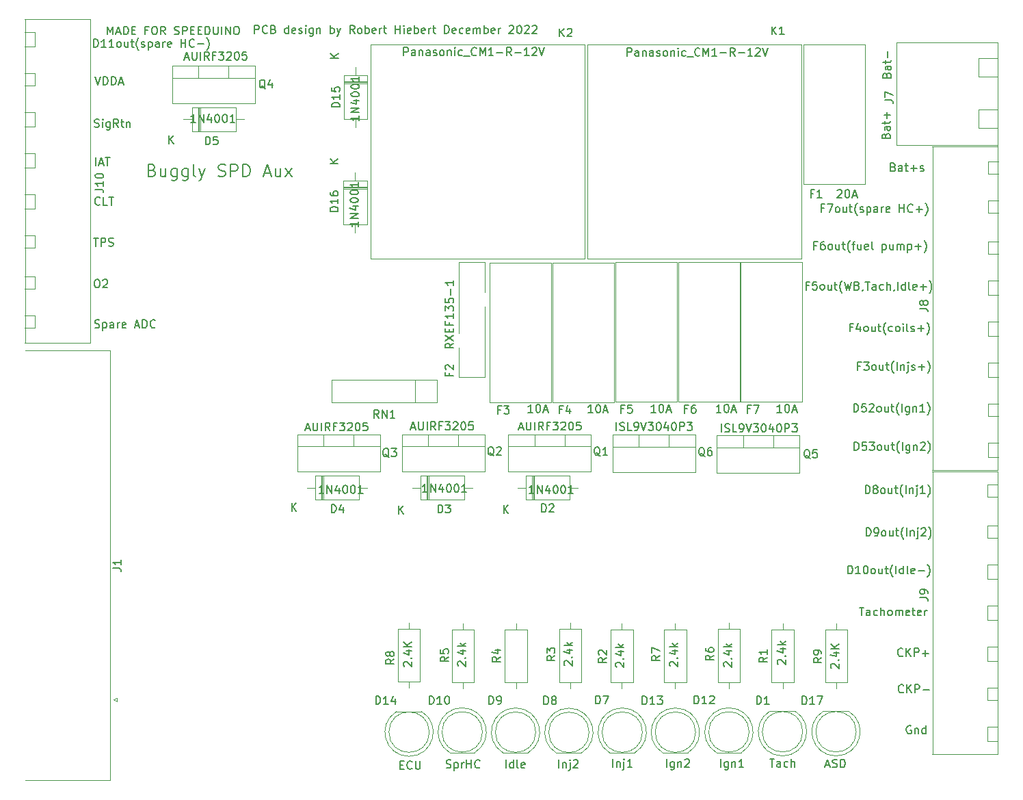
<source format=gbr>
%TF.GenerationSoftware,KiCad,Pcbnew,(5.1.6)-1*%
%TF.CreationDate,2022-12-12T11:34:02-08:00*%
%TF.ProjectId,Buggly SPD Aux,42756767-6c79-4205-9350-44204175782e,rev?*%
%TF.SameCoordinates,Original*%
%TF.FileFunction,Legend,Top*%
%TF.FilePolarity,Positive*%
%FSLAX46Y46*%
G04 Gerber Fmt 4.6, Leading zero omitted, Abs format (unit mm)*
G04 Created by KiCad (PCBNEW (5.1.6)-1) date 2022-12-12 11:34:02*
%MOMM*%
%LPD*%
G01*
G04 APERTURE LIST*
%ADD10C,0.150000*%
%ADD11C,0.177800*%
%ADD12C,0.120000*%
G04 APERTURE END LIST*
D10*
X148037704Y-122102571D02*
X148371038Y-122102571D01*
X148513895Y-122626380D02*
X148037704Y-122626380D01*
X148037704Y-121626380D01*
X148513895Y-121626380D01*
X149513895Y-122531142D02*
X149466276Y-122578761D01*
X149323419Y-122626380D01*
X149228180Y-122626380D01*
X149085323Y-122578761D01*
X148990085Y-122483523D01*
X148942466Y-122388285D01*
X148894847Y-122197809D01*
X148894847Y-122054952D01*
X148942466Y-121864476D01*
X148990085Y-121769238D01*
X149085323Y-121674000D01*
X149228180Y-121626380D01*
X149323419Y-121626380D01*
X149466276Y-121674000D01*
X149513895Y-121721619D01*
X149942466Y-121626380D02*
X149942466Y-122435904D01*
X149990085Y-122531142D01*
X150037704Y-122578761D01*
X150132942Y-122626380D01*
X150323419Y-122626380D01*
X150418657Y-122578761D01*
X150466276Y-122531142D01*
X150513895Y-122435904D01*
X150513895Y-121626380D01*
X153757571Y-122451761D02*
X153900428Y-122499380D01*
X154138523Y-122499380D01*
X154233761Y-122451761D01*
X154281380Y-122404142D01*
X154329000Y-122308904D01*
X154329000Y-122213666D01*
X154281380Y-122118428D01*
X154233761Y-122070809D01*
X154138523Y-122023190D01*
X153948047Y-121975571D01*
X153852809Y-121927952D01*
X153805190Y-121880333D01*
X153757571Y-121785095D01*
X153757571Y-121689857D01*
X153805190Y-121594619D01*
X153852809Y-121547000D01*
X153948047Y-121499380D01*
X154186142Y-121499380D01*
X154329000Y-121547000D01*
X154757571Y-121832714D02*
X154757571Y-122832714D01*
X154757571Y-121880333D02*
X154852809Y-121832714D01*
X155043285Y-121832714D01*
X155138523Y-121880333D01*
X155186142Y-121927952D01*
X155233761Y-122023190D01*
X155233761Y-122308904D01*
X155186142Y-122404142D01*
X155138523Y-122451761D01*
X155043285Y-122499380D01*
X154852809Y-122499380D01*
X154757571Y-122451761D01*
X155662333Y-122499380D02*
X155662333Y-121832714D01*
X155662333Y-122023190D02*
X155709952Y-121927952D01*
X155757571Y-121880333D01*
X155852809Y-121832714D01*
X155948047Y-121832714D01*
X156281380Y-122499380D02*
X156281380Y-121499380D01*
X156281380Y-121975571D02*
X156852809Y-121975571D01*
X156852809Y-122499380D02*
X156852809Y-121499380D01*
X157900428Y-122404142D02*
X157852809Y-122451761D01*
X157709952Y-122499380D01*
X157614714Y-122499380D01*
X157471857Y-122451761D01*
X157376619Y-122356523D01*
X157329000Y-122261285D01*
X157281380Y-122070809D01*
X157281380Y-121927952D01*
X157329000Y-121737476D01*
X157376619Y-121642238D01*
X157471857Y-121547000D01*
X157614714Y-121499380D01*
X157709952Y-121499380D01*
X157852809Y-121547000D01*
X157900428Y-121594619D01*
X161163142Y-122499380D02*
X161163142Y-121499380D01*
X162067904Y-122499380D02*
X162067904Y-121499380D01*
X162067904Y-122451761D02*
X161972666Y-122499380D01*
X161782190Y-122499380D01*
X161686952Y-122451761D01*
X161639333Y-122404142D01*
X161591714Y-122308904D01*
X161591714Y-122023190D01*
X161639333Y-121927952D01*
X161686952Y-121880333D01*
X161782190Y-121832714D01*
X161972666Y-121832714D01*
X162067904Y-121880333D01*
X162686952Y-122499380D02*
X162591714Y-122451761D01*
X162544095Y-122356523D01*
X162544095Y-121499380D01*
X163448857Y-122451761D02*
X163353619Y-122499380D01*
X163163142Y-122499380D01*
X163067904Y-122451761D01*
X163020285Y-122356523D01*
X163020285Y-121975571D01*
X163067904Y-121880333D01*
X163163142Y-121832714D01*
X163353619Y-121832714D01*
X163448857Y-121880333D01*
X163496476Y-121975571D01*
X163496476Y-122070809D01*
X163020285Y-122166047D01*
X167692533Y-122473980D02*
X167692533Y-121473980D01*
X168168723Y-121807314D02*
X168168723Y-122473980D01*
X168168723Y-121902552D02*
X168216342Y-121854933D01*
X168311580Y-121807314D01*
X168454438Y-121807314D01*
X168549676Y-121854933D01*
X168597295Y-121950171D01*
X168597295Y-122473980D01*
X169073485Y-121807314D02*
X169073485Y-122664457D01*
X169025866Y-122759695D01*
X168930628Y-122807314D01*
X168883009Y-122807314D01*
X169073485Y-121473980D02*
X169025866Y-121521600D01*
X169073485Y-121569219D01*
X169121104Y-121521600D01*
X169073485Y-121473980D01*
X169073485Y-121569219D01*
X169502057Y-121569219D02*
X169549676Y-121521600D01*
X169644914Y-121473980D01*
X169883009Y-121473980D01*
X169978247Y-121521600D01*
X170025866Y-121569219D01*
X170073485Y-121664457D01*
X170073485Y-121759695D01*
X170025866Y-121902552D01*
X169454438Y-122473980D01*
X170073485Y-122473980D01*
X174372733Y-122372380D02*
X174372733Y-121372380D01*
X174848923Y-121705714D02*
X174848923Y-122372380D01*
X174848923Y-121800952D02*
X174896542Y-121753333D01*
X174991780Y-121705714D01*
X175134638Y-121705714D01*
X175229876Y-121753333D01*
X175277495Y-121848571D01*
X175277495Y-122372380D01*
X175753685Y-121705714D02*
X175753685Y-122562857D01*
X175706066Y-122658095D01*
X175610828Y-122705714D01*
X175563209Y-122705714D01*
X175753685Y-121372380D02*
X175706066Y-121420000D01*
X175753685Y-121467619D01*
X175801304Y-121420000D01*
X175753685Y-121372380D01*
X175753685Y-121467619D01*
X176753685Y-122372380D02*
X176182257Y-122372380D01*
X176467971Y-122372380D02*
X176467971Y-121372380D01*
X176372733Y-121515238D01*
X176277495Y-121610476D01*
X176182257Y-121658095D01*
X181041847Y-122397780D02*
X181041847Y-121397780D01*
X181946609Y-121731114D02*
X181946609Y-122540638D01*
X181898990Y-122635876D01*
X181851371Y-122683495D01*
X181756133Y-122731114D01*
X181613276Y-122731114D01*
X181518038Y-122683495D01*
X181946609Y-122350161D02*
X181851371Y-122397780D01*
X181660895Y-122397780D01*
X181565657Y-122350161D01*
X181518038Y-122302542D01*
X181470419Y-122207304D01*
X181470419Y-121921590D01*
X181518038Y-121826352D01*
X181565657Y-121778733D01*
X181660895Y-121731114D01*
X181851371Y-121731114D01*
X181946609Y-121778733D01*
X182422800Y-121731114D02*
X182422800Y-122397780D01*
X182422800Y-121826352D02*
X182470419Y-121778733D01*
X182565657Y-121731114D01*
X182708514Y-121731114D01*
X182803752Y-121778733D01*
X182851371Y-121873971D01*
X182851371Y-122397780D01*
X183279942Y-121493019D02*
X183327561Y-121445400D01*
X183422800Y-121397780D01*
X183660895Y-121397780D01*
X183756133Y-121445400D01*
X183803752Y-121493019D01*
X183851371Y-121588257D01*
X183851371Y-121683495D01*
X183803752Y-121826352D01*
X183232323Y-122397780D01*
X183851371Y-122397780D01*
X187747447Y-122397780D02*
X187747447Y-121397780D01*
X188652209Y-121731114D02*
X188652209Y-122540638D01*
X188604590Y-122635876D01*
X188556971Y-122683495D01*
X188461733Y-122731114D01*
X188318876Y-122731114D01*
X188223638Y-122683495D01*
X188652209Y-122350161D02*
X188556971Y-122397780D01*
X188366495Y-122397780D01*
X188271257Y-122350161D01*
X188223638Y-122302542D01*
X188176019Y-122207304D01*
X188176019Y-121921590D01*
X188223638Y-121826352D01*
X188271257Y-121778733D01*
X188366495Y-121731114D01*
X188556971Y-121731114D01*
X188652209Y-121778733D01*
X189128400Y-121731114D02*
X189128400Y-122397780D01*
X189128400Y-121826352D02*
X189176019Y-121778733D01*
X189271257Y-121731114D01*
X189414114Y-121731114D01*
X189509352Y-121778733D01*
X189556971Y-121873971D01*
X189556971Y-122397780D01*
X190556971Y-122397780D02*
X189985542Y-122397780D01*
X190271257Y-122397780D02*
X190271257Y-121397780D01*
X190176019Y-121540638D01*
X190080780Y-121635876D01*
X189985542Y-121683495D01*
X193808552Y-121372380D02*
X194379980Y-121372380D01*
X194094266Y-122372380D02*
X194094266Y-121372380D01*
X195141885Y-122372380D02*
X195141885Y-121848571D01*
X195094266Y-121753333D01*
X194999028Y-121705714D01*
X194808552Y-121705714D01*
X194713314Y-121753333D01*
X195141885Y-122324761D02*
X195046647Y-122372380D01*
X194808552Y-122372380D01*
X194713314Y-122324761D01*
X194665695Y-122229523D01*
X194665695Y-122134285D01*
X194713314Y-122039047D01*
X194808552Y-121991428D01*
X195046647Y-121991428D01*
X195141885Y-121943809D01*
X196046647Y-122324761D02*
X195951409Y-122372380D01*
X195760933Y-122372380D01*
X195665695Y-122324761D01*
X195618076Y-122277142D01*
X195570457Y-122181904D01*
X195570457Y-121896190D01*
X195618076Y-121800952D01*
X195665695Y-121753333D01*
X195760933Y-121705714D01*
X195951409Y-121705714D01*
X196046647Y-121753333D01*
X196475219Y-122372380D02*
X196475219Y-121372380D01*
X196903790Y-122372380D02*
X196903790Y-121848571D01*
X196856171Y-121753333D01*
X196760933Y-121705714D01*
X196618076Y-121705714D01*
X196522838Y-121753333D01*
X196475219Y-121800952D01*
X200715714Y-122137466D02*
X201191904Y-122137466D01*
X200620476Y-122423180D02*
X200953809Y-121423180D01*
X201287142Y-122423180D01*
X201572857Y-122375561D02*
X201715714Y-122423180D01*
X201953809Y-122423180D01*
X202049047Y-122375561D01*
X202096666Y-122327942D01*
X202144285Y-122232704D01*
X202144285Y-122137466D01*
X202096666Y-122042228D01*
X202049047Y-121994609D01*
X201953809Y-121946990D01*
X201763333Y-121899371D01*
X201668095Y-121851752D01*
X201620476Y-121804133D01*
X201572857Y-121708895D01*
X201572857Y-121613657D01*
X201620476Y-121518419D01*
X201668095Y-121470800D01*
X201763333Y-121423180D01*
X202001428Y-121423180D01*
X202144285Y-121470800D01*
X202572857Y-122423180D02*
X202572857Y-121423180D01*
X202810952Y-121423180D01*
X202953809Y-121470800D01*
X203049047Y-121566038D01*
X203096666Y-121661276D01*
X203144285Y-121851752D01*
X203144285Y-121994609D01*
X203096666Y-122185085D01*
X203049047Y-122280323D01*
X202953809Y-122375561D01*
X202810952Y-122423180D01*
X202572857Y-122423180D01*
D11*
X117344371Y-48532142D02*
X117562085Y-48604714D01*
X117634657Y-48677285D01*
X117707228Y-48822428D01*
X117707228Y-49040142D01*
X117634657Y-49185285D01*
X117562085Y-49257857D01*
X117416942Y-49330428D01*
X116836371Y-49330428D01*
X116836371Y-47806428D01*
X117344371Y-47806428D01*
X117489514Y-47879000D01*
X117562085Y-47951571D01*
X117634657Y-48096714D01*
X117634657Y-48241857D01*
X117562085Y-48387000D01*
X117489514Y-48459571D01*
X117344371Y-48532142D01*
X116836371Y-48532142D01*
X119013514Y-48314428D02*
X119013514Y-49330428D01*
X118360371Y-48314428D02*
X118360371Y-49112714D01*
X118432942Y-49257857D01*
X118578085Y-49330428D01*
X118795800Y-49330428D01*
X118940942Y-49257857D01*
X119013514Y-49185285D01*
X120392371Y-48314428D02*
X120392371Y-49548142D01*
X120319800Y-49693285D01*
X120247228Y-49765857D01*
X120102085Y-49838428D01*
X119884371Y-49838428D01*
X119739228Y-49765857D01*
X120392371Y-49257857D02*
X120247228Y-49330428D01*
X119956942Y-49330428D01*
X119811800Y-49257857D01*
X119739228Y-49185285D01*
X119666657Y-49040142D01*
X119666657Y-48604714D01*
X119739228Y-48459571D01*
X119811800Y-48387000D01*
X119956942Y-48314428D01*
X120247228Y-48314428D01*
X120392371Y-48387000D01*
X121771228Y-48314428D02*
X121771228Y-49548142D01*
X121698657Y-49693285D01*
X121626085Y-49765857D01*
X121480942Y-49838428D01*
X121263228Y-49838428D01*
X121118085Y-49765857D01*
X121771228Y-49257857D02*
X121626085Y-49330428D01*
X121335800Y-49330428D01*
X121190657Y-49257857D01*
X121118085Y-49185285D01*
X121045514Y-49040142D01*
X121045514Y-48604714D01*
X121118085Y-48459571D01*
X121190657Y-48387000D01*
X121335800Y-48314428D01*
X121626085Y-48314428D01*
X121771228Y-48387000D01*
X122714657Y-49330428D02*
X122569514Y-49257857D01*
X122496942Y-49112714D01*
X122496942Y-47806428D01*
X123150085Y-48314428D02*
X123512942Y-49330428D01*
X123875800Y-48314428D02*
X123512942Y-49330428D01*
X123367800Y-49693285D01*
X123295228Y-49765857D01*
X123150085Y-49838428D01*
X125544942Y-49257857D02*
X125762657Y-49330428D01*
X126125514Y-49330428D01*
X126270657Y-49257857D01*
X126343228Y-49185285D01*
X126415800Y-49040142D01*
X126415800Y-48895000D01*
X126343228Y-48749857D01*
X126270657Y-48677285D01*
X126125514Y-48604714D01*
X125835228Y-48532142D01*
X125690085Y-48459571D01*
X125617514Y-48387000D01*
X125544942Y-48241857D01*
X125544942Y-48096714D01*
X125617514Y-47951571D01*
X125690085Y-47879000D01*
X125835228Y-47806428D01*
X126198085Y-47806428D01*
X126415800Y-47879000D01*
X127068942Y-49330428D02*
X127068942Y-47806428D01*
X127649514Y-47806428D01*
X127794657Y-47879000D01*
X127867228Y-47951571D01*
X127939800Y-48096714D01*
X127939800Y-48314428D01*
X127867228Y-48459571D01*
X127794657Y-48532142D01*
X127649514Y-48604714D01*
X127068942Y-48604714D01*
X128592942Y-49330428D02*
X128592942Y-47806428D01*
X128955800Y-47806428D01*
X129173514Y-47879000D01*
X129318657Y-48024142D01*
X129391228Y-48169285D01*
X129463800Y-48459571D01*
X129463800Y-48677285D01*
X129391228Y-48967571D01*
X129318657Y-49112714D01*
X129173514Y-49257857D01*
X128955800Y-49330428D01*
X128592942Y-49330428D01*
X131205514Y-48895000D02*
X131931228Y-48895000D01*
X131060371Y-49330428D02*
X131568371Y-47806428D01*
X132076371Y-49330428D01*
X133237514Y-48314428D02*
X133237514Y-49330428D01*
X132584371Y-48314428D02*
X132584371Y-49112714D01*
X132656942Y-49257857D01*
X132802085Y-49330428D01*
X133019800Y-49330428D01*
X133164942Y-49257857D01*
X133237514Y-49185285D01*
X133818085Y-49330428D02*
X134616371Y-48314428D01*
X133818085Y-48314428D02*
X134616371Y-49330428D01*
D10*
X208284771Y-36769514D02*
X208332390Y-36626657D01*
X208380009Y-36579038D01*
X208475247Y-36531419D01*
X208618104Y-36531419D01*
X208713342Y-36579038D01*
X208760961Y-36626657D01*
X208808580Y-36721895D01*
X208808580Y-37102847D01*
X207808580Y-37102847D01*
X207808580Y-36769514D01*
X207856200Y-36674276D01*
X207903819Y-36626657D01*
X207999057Y-36579038D01*
X208094295Y-36579038D01*
X208189533Y-36626657D01*
X208237152Y-36674276D01*
X208284771Y-36769514D01*
X208284771Y-37102847D01*
X208808580Y-35674276D02*
X208284771Y-35674276D01*
X208189533Y-35721895D01*
X208141914Y-35817133D01*
X208141914Y-36007609D01*
X208189533Y-36102847D01*
X208760961Y-35674276D02*
X208808580Y-35769514D01*
X208808580Y-36007609D01*
X208760961Y-36102847D01*
X208665723Y-36150466D01*
X208570485Y-36150466D01*
X208475247Y-36102847D01*
X208427628Y-36007609D01*
X208427628Y-35769514D01*
X208380009Y-35674276D01*
X208141914Y-35340942D02*
X208141914Y-34959990D01*
X207808580Y-35198085D02*
X208665723Y-35198085D01*
X208760961Y-35150466D01*
X208808580Y-35055228D01*
X208808580Y-34959990D01*
X208427628Y-34626657D02*
X208427628Y-33864752D01*
X208183171Y-44262514D02*
X208230790Y-44119657D01*
X208278409Y-44072038D01*
X208373647Y-44024419D01*
X208516504Y-44024419D01*
X208611742Y-44072038D01*
X208659361Y-44119657D01*
X208706980Y-44214895D01*
X208706980Y-44595847D01*
X207706980Y-44595847D01*
X207706980Y-44262514D01*
X207754600Y-44167276D01*
X207802219Y-44119657D01*
X207897457Y-44072038D01*
X207992695Y-44072038D01*
X208087933Y-44119657D01*
X208135552Y-44167276D01*
X208183171Y-44262514D01*
X208183171Y-44595847D01*
X208706980Y-43167276D02*
X208183171Y-43167276D01*
X208087933Y-43214895D01*
X208040314Y-43310133D01*
X208040314Y-43500609D01*
X208087933Y-43595847D01*
X208659361Y-43167276D02*
X208706980Y-43262514D01*
X208706980Y-43500609D01*
X208659361Y-43595847D01*
X208564123Y-43643466D01*
X208468885Y-43643466D01*
X208373647Y-43595847D01*
X208326028Y-43500609D01*
X208326028Y-43262514D01*
X208278409Y-43167276D01*
X208040314Y-42833942D02*
X208040314Y-42452990D01*
X207706980Y-42691085D02*
X208564123Y-42691085D01*
X208659361Y-42643466D01*
X208706980Y-42548228D01*
X208706980Y-42452990D01*
X208326028Y-42119657D02*
X208326028Y-41357752D01*
X208706980Y-41738704D02*
X207945076Y-41738704D01*
X209104123Y-48137771D02*
X209246980Y-48185390D01*
X209294600Y-48233009D01*
X209342219Y-48328247D01*
X209342219Y-48471104D01*
X209294600Y-48566342D01*
X209246980Y-48613961D01*
X209151742Y-48661580D01*
X208770790Y-48661580D01*
X208770790Y-47661580D01*
X209104123Y-47661580D01*
X209199361Y-47709200D01*
X209246980Y-47756819D01*
X209294600Y-47852057D01*
X209294600Y-47947295D01*
X209246980Y-48042533D01*
X209199361Y-48090152D01*
X209104123Y-48137771D01*
X208770790Y-48137771D01*
X210199361Y-48661580D02*
X210199361Y-48137771D01*
X210151742Y-48042533D01*
X210056504Y-47994914D01*
X209866028Y-47994914D01*
X209770790Y-48042533D01*
X210199361Y-48613961D02*
X210104123Y-48661580D01*
X209866028Y-48661580D01*
X209770790Y-48613961D01*
X209723171Y-48518723D01*
X209723171Y-48423485D01*
X209770790Y-48328247D01*
X209866028Y-48280628D01*
X210104123Y-48280628D01*
X210199361Y-48233009D01*
X210532695Y-47994914D02*
X210913647Y-47994914D01*
X210675552Y-47661580D02*
X210675552Y-48518723D01*
X210723171Y-48613961D01*
X210818409Y-48661580D01*
X210913647Y-48661580D01*
X211246980Y-48280628D02*
X212008885Y-48280628D01*
X211627933Y-48661580D02*
X211627933Y-47899676D01*
X212437457Y-48613961D02*
X212532695Y-48661580D01*
X212723171Y-48661580D01*
X212818409Y-48613961D01*
X212866028Y-48518723D01*
X212866028Y-48471104D01*
X212818409Y-48375866D01*
X212723171Y-48328247D01*
X212580314Y-48328247D01*
X212485076Y-48280628D01*
X212437457Y-48185390D01*
X212437457Y-48137771D01*
X212485076Y-48042533D01*
X212580314Y-47994914D01*
X212723171Y-47994914D01*
X212818409Y-48042533D01*
X200494095Y-53217771D02*
X200160761Y-53217771D01*
X200160761Y-53741580D02*
X200160761Y-52741580D01*
X200636952Y-52741580D01*
X200922666Y-52741580D02*
X201589333Y-52741580D01*
X201160761Y-53741580D01*
X202113142Y-53741580D02*
X202017904Y-53693961D01*
X201970285Y-53646342D01*
X201922666Y-53551104D01*
X201922666Y-53265390D01*
X201970285Y-53170152D01*
X202017904Y-53122533D01*
X202113142Y-53074914D01*
X202256000Y-53074914D01*
X202351238Y-53122533D01*
X202398857Y-53170152D01*
X202446476Y-53265390D01*
X202446476Y-53551104D01*
X202398857Y-53646342D01*
X202351238Y-53693961D01*
X202256000Y-53741580D01*
X202113142Y-53741580D01*
X203303619Y-53074914D02*
X203303619Y-53741580D01*
X202875047Y-53074914D02*
X202875047Y-53598723D01*
X202922666Y-53693961D01*
X203017904Y-53741580D01*
X203160761Y-53741580D01*
X203256000Y-53693961D01*
X203303619Y-53646342D01*
X203636952Y-53074914D02*
X204017904Y-53074914D01*
X203779809Y-52741580D02*
X203779809Y-53598723D01*
X203827428Y-53693961D01*
X203922666Y-53741580D01*
X204017904Y-53741580D01*
X204636952Y-54122533D02*
X204589333Y-54074914D01*
X204494095Y-53932057D01*
X204446476Y-53836819D01*
X204398857Y-53693961D01*
X204351238Y-53455866D01*
X204351238Y-53265390D01*
X204398857Y-53027295D01*
X204446476Y-52884438D01*
X204494095Y-52789200D01*
X204589333Y-52646342D01*
X204636952Y-52598723D01*
X204970285Y-53693961D02*
X205065523Y-53741580D01*
X205256000Y-53741580D01*
X205351238Y-53693961D01*
X205398857Y-53598723D01*
X205398857Y-53551104D01*
X205351238Y-53455866D01*
X205256000Y-53408247D01*
X205113142Y-53408247D01*
X205017904Y-53360628D01*
X204970285Y-53265390D01*
X204970285Y-53217771D01*
X205017904Y-53122533D01*
X205113142Y-53074914D01*
X205256000Y-53074914D01*
X205351238Y-53122533D01*
X205827428Y-53074914D02*
X205827428Y-54074914D01*
X205827428Y-53122533D02*
X205922666Y-53074914D01*
X206113142Y-53074914D01*
X206208380Y-53122533D01*
X206256000Y-53170152D01*
X206303619Y-53265390D01*
X206303619Y-53551104D01*
X206256000Y-53646342D01*
X206208380Y-53693961D01*
X206113142Y-53741580D01*
X205922666Y-53741580D01*
X205827428Y-53693961D01*
X207160761Y-53741580D02*
X207160761Y-53217771D01*
X207113142Y-53122533D01*
X207017904Y-53074914D01*
X206827428Y-53074914D01*
X206732190Y-53122533D01*
X207160761Y-53693961D02*
X207065523Y-53741580D01*
X206827428Y-53741580D01*
X206732190Y-53693961D01*
X206684571Y-53598723D01*
X206684571Y-53503485D01*
X206732190Y-53408247D01*
X206827428Y-53360628D01*
X207065523Y-53360628D01*
X207160761Y-53313009D01*
X207636952Y-53741580D02*
X207636952Y-53074914D01*
X207636952Y-53265390D02*
X207684571Y-53170152D01*
X207732190Y-53122533D01*
X207827428Y-53074914D01*
X207922666Y-53074914D01*
X208636952Y-53693961D02*
X208541714Y-53741580D01*
X208351238Y-53741580D01*
X208256000Y-53693961D01*
X208208380Y-53598723D01*
X208208380Y-53217771D01*
X208256000Y-53122533D01*
X208351238Y-53074914D01*
X208541714Y-53074914D01*
X208636952Y-53122533D01*
X208684571Y-53217771D01*
X208684571Y-53313009D01*
X208208380Y-53408247D01*
X209875047Y-53741580D02*
X209875047Y-52741580D01*
X209875047Y-53217771D02*
X210446476Y-53217771D01*
X210446476Y-53741580D02*
X210446476Y-52741580D01*
X211494095Y-53646342D02*
X211446476Y-53693961D01*
X211303619Y-53741580D01*
X211208380Y-53741580D01*
X211065523Y-53693961D01*
X210970285Y-53598723D01*
X210922666Y-53503485D01*
X210875047Y-53313009D01*
X210875047Y-53170152D01*
X210922666Y-52979676D01*
X210970285Y-52884438D01*
X211065523Y-52789200D01*
X211208380Y-52741580D01*
X211303619Y-52741580D01*
X211446476Y-52789200D01*
X211494095Y-52836819D01*
X211922666Y-53360628D02*
X212684571Y-53360628D01*
X212303619Y-53741580D02*
X212303619Y-52979676D01*
X213065523Y-54122533D02*
X213113142Y-54074914D01*
X213208380Y-53932057D01*
X213256000Y-53836819D01*
X213303619Y-53693961D01*
X213351238Y-53455866D01*
X213351238Y-53265390D01*
X213303619Y-53027295D01*
X213256000Y-52884438D01*
X213208380Y-52789200D01*
X213113142Y-52646342D01*
X213065523Y-52598723D01*
X199605142Y-57840571D02*
X199271809Y-57840571D01*
X199271809Y-58364380D02*
X199271809Y-57364380D01*
X199748000Y-57364380D01*
X200557523Y-57364380D02*
X200367047Y-57364380D01*
X200271809Y-57412000D01*
X200224190Y-57459619D01*
X200128952Y-57602476D01*
X200081333Y-57792952D01*
X200081333Y-58173904D01*
X200128952Y-58269142D01*
X200176571Y-58316761D01*
X200271809Y-58364380D01*
X200462285Y-58364380D01*
X200557523Y-58316761D01*
X200605142Y-58269142D01*
X200652761Y-58173904D01*
X200652761Y-57935809D01*
X200605142Y-57840571D01*
X200557523Y-57792952D01*
X200462285Y-57745333D01*
X200271809Y-57745333D01*
X200176571Y-57792952D01*
X200128952Y-57840571D01*
X200081333Y-57935809D01*
X201224190Y-58364380D02*
X201128952Y-58316761D01*
X201081333Y-58269142D01*
X201033714Y-58173904D01*
X201033714Y-57888190D01*
X201081333Y-57792952D01*
X201128952Y-57745333D01*
X201224190Y-57697714D01*
X201367047Y-57697714D01*
X201462285Y-57745333D01*
X201509904Y-57792952D01*
X201557523Y-57888190D01*
X201557523Y-58173904D01*
X201509904Y-58269142D01*
X201462285Y-58316761D01*
X201367047Y-58364380D01*
X201224190Y-58364380D01*
X202414666Y-57697714D02*
X202414666Y-58364380D01*
X201986095Y-57697714D02*
X201986095Y-58221523D01*
X202033714Y-58316761D01*
X202128952Y-58364380D01*
X202271809Y-58364380D01*
X202367047Y-58316761D01*
X202414666Y-58269142D01*
X202748000Y-57697714D02*
X203128952Y-57697714D01*
X202890857Y-57364380D02*
X202890857Y-58221523D01*
X202938476Y-58316761D01*
X203033714Y-58364380D01*
X203128952Y-58364380D01*
X203748000Y-58745333D02*
X203700380Y-58697714D01*
X203605142Y-58554857D01*
X203557523Y-58459619D01*
X203509904Y-58316761D01*
X203462285Y-58078666D01*
X203462285Y-57888190D01*
X203509904Y-57650095D01*
X203557523Y-57507238D01*
X203605142Y-57412000D01*
X203700380Y-57269142D01*
X203748000Y-57221523D01*
X203986095Y-57697714D02*
X204367047Y-57697714D01*
X204128952Y-58364380D02*
X204128952Y-57507238D01*
X204176571Y-57412000D01*
X204271809Y-57364380D01*
X204367047Y-57364380D01*
X205128952Y-57697714D02*
X205128952Y-58364380D01*
X204700380Y-57697714D02*
X204700380Y-58221523D01*
X204748000Y-58316761D01*
X204843238Y-58364380D01*
X204986095Y-58364380D01*
X205081333Y-58316761D01*
X205128952Y-58269142D01*
X205986095Y-58316761D02*
X205890857Y-58364380D01*
X205700380Y-58364380D01*
X205605142Y-58316761D01*
X205557523Y-58221523D01*
X205557523Y-57840571D01*
X205605142Y-57745333D01*
X205700380Y-57697714D01*
X205890857Y-57697714D01*
X205986095Y-57745333D01*
X206033714Y-57840571D01*
X206033714Y-57935809D01*
X205557523Y-58031047D01*
X206605142Y-58364380D02*
X206509904Y-58316761D01*
X206462285Y-58221523D01*
X206462285Y-57364380D01*
X207748000Y-57697714D02*
X207748000Y-58697714D01*
X207748000Y-57745333D02*
X207843238Y-57697714D01*
X208033714Y-57697714D01*
X208128952Y-57745333D01*
X208176571Y-57792952D01*
X208224190Y-57888190D01*
X208224190Y-58173904D01*
X208176571Y-58269142D01*
X208128952Y-58316761D01*
X208033714Y-58364380D01*
X207843238Y-58364380D01*
X207748000Y-58316761D01*
X209081333Y-57697714D02*
X209081333Y-58364380D01*
X208652761Y-57697714D02*
X208652761Y-58221523D01*
X208700380Y-58316761D01*
X208795619Y-58364380D01*
X208938476Y-58364380D01*
X209033714Y-58316761D01*
X209081333Y-58269142D01*
X209557523Y-58364380D02*
X209557523Y-57697714D01*
X209557523Y-57792952D02*
X209605142Y-57745333D01*
X209700380Y-57697714D01*
X209843238Y-57697714D01*
X209938476Y-57745333D01*
X209986095Y-57840571D01*
X209986095Y-58364380D01*
X209986095Y-57840571D02*
X210033714Y-57745333D01*
X210128952Y-57697714D01*
X210271809Y-57697714D01*
X210367047Y-57745333D01*
X210414666Y-57840571D01*
X210414666Y-58364380D01*
X210890857Y-57697714D02*
X210890857Y-58697714D01*
X210890857Y-57745333D02*
X210986095Y-57697714D01*
X211176571Y-57697714D01*
X211271809Y-57745333D01*
X211319428Y-57792952D01*
X211367047Y-57888190D01*
X211367047Y-58173904D01*
X211319428Y-58269142D01*
X211271809Y-58316761D01*
X211176571Y-58364380D01*
X210986095Y-58364380D01*
X210890857Y-58316761D01*
X211795619Y-57983428D02*
X212557523Y-57983428D01*
X212176571Y-58364380D02*
X212176571Y-57602476D01*
X212938476Y-58745333D02*
X212986095Y-58697714D01*
X213081333Y-58554857D01*
X213128952Y-58459619D01*
X213176571Y-58316761D01*
X213224190Y-58078666D01*
X213224190Y-57888190D01*
X213176571Y-57650095D01*
X213128952Y-57507238D01*
X213081333Y-57412000D01*
X212986095Y-57269142D01*
X212938476Y-57221523D01*
X198617819Y-62818971D02*
X198284485Y-62818971D01*
X198284485Y-63342780D02*
X198284485Y-62342780D01*
X198760676Y-62342780D01*
X199617819Y-62342780D02*
X199141628Y-62342780D01*
X199094009Y-62818971D01*
X199141628Y-62771352D01*
X199236866Y-62723733D01*
X199474961Y-62723733D01*
X199570200Y-62771352D01*
X199617819Y-62818971D01*
X199665438Y-62914209D01*
X199665438Y-63152304D01*
X199617819Y-63247542D01*
X199570200Y-63295161D01*
X199474961Y-63342780D01*
X199236866Y-63342780D01*
X199141628Y-63295161D01*
X199094009Y-63247542D01*
X200236866Y-63342780D02*
X200141628Y-63295161D01*
X200094009Y-63247542D01*
X200046390Y-63152304D01*
X200046390Y-62866590D01*
X200094009Y-62771352D01*
X200141628Y-62723733D01*
X200236866Y-62676114D01*
X200379723Y-62676114D01*
X200474961Y-62723733D01*
X200522580Y-62771352D01*
X200570200Y-62866590D01*
X200570200Y-63152304D01*
X200522580Y-63247542D01*
X200474961Y-63295161D01*
X200379723Y-63342780D01*
X200236866Y-63342780D01*
X201427342Y-62676114D02*
X201427342Y-63342780D01*
X200998771Y-62676114D02*
X200998771Y-63199923D01*
X201046390Y-63295161D01*
X201141628Y-63342780D01*
X201284485Y-63342780D01*
X201379723Y-63295161D01*
X201427342Y-63247542D01*
X201760676Y-62676114D02*
X202141628Y-62676114D01*
X201903533Y-62342780D02*
X201903533Y-63199923D01*
X201951152Y-63295161D01*
X202046390Y-63342780D01*
X202141628Y-63342780D01*
X202760676Y-63723733D02*
X202713057Y-63676114D01*
X202617819Y-63533257D01*
X202570200Y-63438019D01*
X202522580Y-63295161D01*
X202474961Y-63057066D01*
X202474961Y-62866590D01*
X202522580Y-62628495D01*
X202570200Y-62485638D01*
X202617819Y-62390400D01*
X202713057Y-62247542D01*
X202760676Y-62199923D01*
X203046390Y-62342780D02*
X203284485Y-63342780D01*
X203474961Y-62628495D01*
X203665438Y-63342780D01*
X203903533Y-62342780D01*
X204617819Y-62818971D02*
X204760676Y-62866590D01*
X204808295Y-62914209D01*
X204855914Y-63009447D01*
X204855914Y-63152304D01*
X204808295Y-63247542D01*
X204760676Y-63295161D01*
X204665438Y-63342780D01*
X204284485Y-63342780D01*
X204284485Y-62342780D01*
X204617819Y-62342780D01*
X204713057Y-62390400D01*
X204760676Y-62438019D01*
X204808295Y-62533257D01*
X204808295Y-62628495D01*
X204760676Y-62723733D01*
X204713057Y-62771352D01*
X204617819Y-62818971D01*
X204284485Y-62818971D01*
X205332104Y-63295161D02*
X205332104Y-63342780D01*
X205284485Y-63438019D01*
X205236866Y-63485638D01*
X205617819Y-62342780D02*
X206189247Y-62342780D01*
X205903533Y-63342780D02*
X205903533Y-62342780D01*
X206951152Y-63342780D02*
X206951152Y-62818971D01*
X206903533Y-62723733D01*
X206808295Y-62676114D01*
X206617819Y-62676114D01*
X206522580Y-62723733D01*
X206951152Y-63295161D02*
X206855914Y-63342780D01*
X206617819Y-63342780D01*
X206522580Y-63295161D01*
X206474961Y-63199923D01*
X206474961Y-63104685D01*
X206522580Y-63009447D01*
X206617819Y-62961828D01*
X206855914Y-62961828D01*
X206951152Y-62914209D01*
X207855914Y-63295161D02*
X207760676Y-63342780D01*
X207570200Y-63342780D01*
X207474961Y-63295161D01*
X207427342Y-63247542D01*
X207379723Y-63152304D01*
X207379723Y-62866590D01*
X207427342Y-62771352D01*
X207474961Y-62723733D01*
X207570200Y-62676114D01*
X207760676Y-62676114D01*
X207855914Y-62723733D01*
X208284485Y-63342780D02*
X208284485Y-62342780D01*
X208713057Y-63342780D02*
X208713057Y-62818971D01*
X208665438Y-62723733D01*
X208570200Y-62676114D01*
X208427342Y-62676114D01*
X208332104Y-62723733D01*
X208284485Y-62771352D01*
X209236866Y-63295161D02*
X209236866Y-63342780D01*
X209189247Y-63438019D01*
X209141628Y-63485638D01*
X209665438Y-63342780D02*
X209665438Y-62342780D01*
X210570200Y-63342780D02*
X210570200Y-62342780D01*
X210570200Y-63295161D02*
X210474961Y-63342780D01*
X210284485Y-63342780D01*
X210189247Y-63295161D01*
X210141628Y-63247542D01*
X210094009Y-63152304D01*
X210094009Y-62866590D01*
X210141628Y-62771352D01*
X210189247Y-62723733D01*
X210284485Y-62676114D01*
X210474961Y-62676114D01*
X210570200Y-62723733D01*
X211189247Y-63342780D02*
X211094009Y-63295161D01*
X211046390Y-63199923D01*
X211046390Y-62342780D01*
X211951152Y-63295161D02*
X211855914Y-63342780D01*
X211665438Y-63342780D01*
X211570200Y-63295161D01*
X211522580Y-63199923D01*
X211522580Y-62818971D01*
X211570200Y-62723733D01*
X211665438Y-62676114D01*
X211855914Y-62676114D01*
X211951152Y-62723733D01*
X211998771Y-62818971D01*
X211998771Y-62914209D01*
X211522580Y-63009447D01*
X212427342Y-62961828D02*
X213189247Y-62961828D01*
X212808295Y-63342780D02*
X212808295Y-62580876D01*
X213570200Y-63723733D02*
X213617819Y-63676114D01*
X213713057Y-63533257D01*
X213760676Y-63438019D01*
X213808295Y-63295161D01*
X213855914Y-63057066D01*
X213855914Y-62866590D01*
X213808295Y-62628495D01*
X213760676Y-62485638D01*
X213713057Y-62390400D01*
X213617819Y-62247542D01*
X213570200Y-62199923D01*
X204040361Y-67975171D02*
X203707028Y-67975171D01*
X203707028Y-68498980D02*
X203707028Y-67498980D01*
X204183219Y-67498980D01*
X204992742Y-67832314D02*
X204992742Y-68498980D01*
X204754647Y-67451361D02*
X204516552Y-68165647D01*
X205135600Y-68165647D01*
X205659409Y-68498980D02*
X205564171Y-68451361D01*
X205516552Y-68403742D01*
X205468933Y-68308504D01*
X205468933Y-68022790D01*
X205516552Y-67927552D01*
X205564171Y-67879933D01*
X205659409Y-67832314D01*
X205802266Y-67832314D01*
X205897504Y-67879933D01*
X205945123Y-67927552D01*
X205992742Y-68022790D01*
X205992742Y-68308504D01*
X205945123Y-68403742D01*
X205897504Y-68451361D01*
X205802266Y-68498980D01*
X205659409Y-68498980D01*
X206849885Y-67832314D02*
X206849885Y-68498980D01*
X206421314Y-67832314D02*
X206421314Y-68356123D01*
X206468933Y-68451361D01*
X206564171Y-68498980D01*
X206707028Y-68498980D01*
X206802266Y-68451361D01*
X206849885Y-68403742D01*
X207183219Y-67832314D02*
X207564171Y-67832314D01*
X207326076Y-67498980D02*
X207326076Y-68356123D01*
X207373695Y-68451361D01*
X207468933Y-68498980D01*
X207564171Y-68498980D01*
X208183219Y-68879933D02*
X208135600Y-68832314D01*
X208040361Y-68689457D01*
X207992742Y-68594219D01*
X207945123Y-68451361D01*
X207897504Y-68213266D01*
X207897504Y-68022790D01*
X207945123Y-67784695D01*
X207992742Y-67641838D01*
X208040361Y-67546600D01*
X208135600Y-67403742D01*
X208183219Y-67356123D01*
X208992742Y-68451361D02*
X208897504Y-68498980D01*
X208707028Y-68498980D01*
X208611790Y-68451361D01*
X208564171Y-68403742D01*
X208516552Y-68308504D01*
X208516552Y-68022790D01*
X208564171Y-67927552D01*
X208611790Y-67879933D01*
X208707028Y-67832314D01*
X208897504Y-67832314D01*
X208992742Y-67879933D01*
X209564171Y-68498980D02*
X209468933Y-68451361D01*
X209421314Y-68403742D01*
X209373695Y-68308504D01*
X209373695Y-68022790D01*
X209421314Y-67927552D01*
X209468933Y-67879933D01*
X209564171Y-67832314D01*
X209707028Y-67832314D01*
X209802266Y-67879933D01*
X209849885Y-67927552D01*
X209897504Y-68022790D01*
X209897504Y-68308504D01*
X209849885Y-68403742D01*
X209802266Y-68451361D01*
X209707028Y-68498980D01*
X209564171Y-68498980D01*
X210326076Y-68498980D02*
X210326076Y-67832314D01*
X210326076Y-67498980D02*
X210278457Y-67546600D01*
X210326076Y-67594219D01*
X210373695Y-67546600D01*
X210326076Y-67498980D01*
X210326076Y-67594219D01*
X210945123Y-68498980D02*
X210849885Y-68451361D01*
X210802266Y-68356123D01*
X210802266Y-67498980D01*
X211278457Y-68451361D02*
X211373695Y-68498980D01*
X211564171Y-68498980D01*
X211659409Y-68451361D01*
X211707028Y-68356123D01*
X211707028Y-68308504D01*
X211659409Y-68213266D01*
X211564171Y-68165647D01*
X211421314Y-68165647D01*
X211326076Y-68118028D01*
X211278457Y-68022790D01*
X211278457Y-67975171D01*
X211326076Y-67879933D01*
X211421314Y-67832314D01*
X211564171Y-67832314D01*
X211659409Y-67879933D01*
X212135600Y-68118028D02*
X212897504Y-68118028D01*
X212516552Y-68498980D02*
X212516552Y-67737076D01*
X213278457Y-68879933D02*
X213326076Y-68832314D01*
X213421314Y-68689457D01*
X213468933Y-68594219D01*
X213516552Y-68451361D01*
X213564171Y-68213266D01*
X213564171Y-68022790D01*
X213516552Y-67784695D01*
X213468933Y-67641838D01*
X213421314Y-67546600D01*
X213326076Y-67403742D01*
X213278457Y-67356123D01*
X205026142Y-72750371D02*
X204692809Y-72750371D01*
X204692809Y-73274180D02*
X204692809Y-72274180D01*
X205169000Y-72274180D01*
X205454714Y-72274180D02*
X206073761Y-72274180D01*
X205740428Y-72655133D01*
X205883285Y-72655133D01*
X205978523Y-72702752D01*
X206026142Y-72750371D01*
X206073761Y-72845609D01*
X206073761Y-73083704D01*
X206026142Y-73178942D01*
X205978523Y-73226561D01*
X205883285Y-73274180D01*
X205597571Y-73274180D01*
X205502333Y-73226561D01*
X205454714Y-73178942D01*
X206645190Y-73274180D02*
X206549952Y-73226561D01*
X206502333Y-73178942D01*
X206454714Y-73083704D01*
X206454714Y-72797990D01*
X206502333Y-72702752D01*
X206549952Y-72655133D01*
X206645190Y-72607514D01*
X206788047Y-72607514D01*
X206883285Y-72655133D01*
X206930904Y-72702752D01*
X206978523Y-72797990D01*
X206978523Y-73083704D01*
X206930904Y-73178942D01*
X206883285Y-73226561D01*
X206788047Y-73274180D01*
X206645190Y-73274180D01*
X207835666Y-72607514D02*
X207835666Y-73274180D01*
X207407095Y-72607514D02*
X207407095Y-73131323D01*
X207454714Y-73226561D01*
X207549952Y-73274180D01*
X207692809Y-73274180D01*
X207788047Y-73226561D01*
X207835666Y-73178942D01*
X208169000Y-72607514D02*
X208549952Y-72607514D01*
X208311857Y-72274180D02*
X208311857Y-73131323D01*
X208359476Y-73226561D01*
X208454714Y-73274180D01*
X208549952Y-73274180D01*
X209169000Y-73655133D02*
X209121380Y-73607514D01*
X209026142Y-73464657D01*
X208978523Y-73369419D01*
X208930904Y-73226561D01*
X208883285Y-72988466D01*
X208883285Y-72797990D01*
X208930904Y-72559895D01*
X208978523Y-72417038D01*
X209026142Y-72321800D01*
X209121380Y-72178942D01*
X209169000Y-72131323D01*
X209549952Y-73274180D02*
X209549952Y-72274180D01*
X210026142Y-72607514D02*
X210026142Y-73274180D01*
X210026142Y-72702752D02*
X210073761Y-72655133D01*
X210169000Y-72607514D01*
X210311857Y-72607514D01*
X210407095Y-72655133D01*
X210454714Y-72750371D01*
X210454714Y-73274180D01*
X210930904Y-72607514D02*
X210930904Y-73464657D01*
X210883285Y-73559895D01*
X210788047Y-73607514D01*
X210740428Y-73607514D01*
X210930904Y-72274180D02*
X210883285Y-72321800D01*
X210930904Y-72369419D01*
X210978523Y-72321800D01*
X210930904Y-72274180D01*
X210930904Y-72369419D01*
X211359476Y-73226561D02*
X211454714Y-73274180D01*
X211645190Y-73274180D01*
X211740428Y-73226561D01*
X211788047Y-73131323D01*
X211788047Y-73083704D01*
X211740428Y-72988466D01*
X211645190Y-72940847D01*
X211502333Y-72940847D01*
X211407095Y-72893228D01*
X211359476Y-72797990D01*
X211359476Y-72750371D01*
X211407095Y-72655133D01*
X211502333Y-72607514D01*
X211645190Y-72607514D01*
X211740428Y-72655133D01*
X212216619Y-72893228D02*
X212978523Y-72893228D01*
X212597571Y-73274180D02*
X212597571Y-72512276D01*
X213359476Y-73655133D02*
X213407095Y-73607514D01*
X213502333Y-73464657D01*
X213549952Y-73369419D01*
X213597571Y-73226561D01*
X213645190Y-72988466D01*
X213645190Y-72797990D01*
X213597571Y-72559895D01*
X213549952Y-72417038D01*
X213502333Y-72321800D01*
X213407095Y-72178942D01*
X213359476Y-72131323D01*
X204224523Y-78430380D02*
X204224523Y-77430380D01*
X204462619Y-77430380D01*
X204605476Y-77478000D01*
X204700714Y-77573238D01*
X204748333Y-77668476D01*
X204795952Y-77858952D01*
X204795952Y-78001809D01*
X204748333Y-78192285D01*
X204700714Y-78287523D01*
X204605476Y-78382761D01*
X204462619Y-78430380D01*
X204224523Y-78430380D01*
X205700714Y-77430380D02*
X205224523Y-77430380D01*
X205176904Y-77906571D01*
X205224523Y-77858952D01*
X205319761Y-77811333D01*
X205557857Y-77811333D01*
X205653095Y-77858952D01*
X205700714Y-77906571D01*
X205748333Y-78001809D01*
X205748333Y-78239904D01*
X205700714Y-78335142D01*
X205653095Y-78382761D01*
X205557857Y-78430380D01*
X205319761Y-78430380D01*
X205224523Y-78382761D01*
X205176904Y-78335142D01*
X206129285Y-77525619D02*
X206176904Y-77478000D01*
X206272142Y-77430380D01*
X206510238Y-77430380D01*
X206605476Y-77478000D01*
X206653095Y-77525619D01*
X206700714Y-77620857D01*
X206700714Y-77716095D01*
X206653095Y-77858952D01*
X206081666Y-78430380D01*
X206700714Y-78430380D01*
X207272142Y-78430380D02*
X207176904Y-78382761D01*
X207129285Y-78335142D01*
X207081666Y-78239904D01*
X207081666Y-77954190D01*
X207129285Y-77858952D01*
X207176904Y-77811333D01*
X207272142Y-77763714D01*
X207415000Y-77763714D01*
X207510238Y-77811333D01*
X207557857Y-77858952D01*
X207605476Y-77954190D01*
X207605476Y-78239904D01*
X207557857Y-78335142D01*
X207510238Y-78382761D01*
X207415000Y-78430380D01*
X207272142Y-78430380D01*
X208462619Y-77763714D02*
X208462619Y-78430380D01*
X208034047Y-77763714D02*
X208034047Y-78287523D01*
X208081666Y-78382761D01*
X208176904Y-78430380D01*
X208319761Y-78430380D01*
X208415000Y-78382761D01*
X208462619Y-78335142D01*
X208795952Y-77763714D02*
X209176904Y-77763714D01*
X208938809Y-77430380D02*
X208938809Y-78287523D01*
X208986428Y-78382761D01*
X209081666Y-78430380D01*
X209176904Y-78430380D01*
X209795952Y-78811333D02*
X209748333Y-78763714D01*
X209653095Y-78620857D01*
X209605476Y-78525619D01*
X209557857Y-78382761D01*
X209510238Y-78144666D01*
X209510238Y-77954190D01*
X209557857Y-77716095D01*
X209605476Y-77573238D01*
X209653095Y-77478000D01*
X209748333Y-77335142D01*
X209795952Y-77287523D01*
X210176904Y-78430380D02*
X210176904Y-77430380D01*
X211081666Y-77763714D02*
X211081666Y-78573238D01*
X211034047Y-78668476D01*
X210986428Y-78716095D01*
X210891190Y-78763714D01*
X210748333Y-78763714D01*
X210653095Y-78716095D01*
X211081666Y-78382761D02*
X210986428Y-78430380D01*
X210795952Y-78430380D01*
X210700714Y-78382761D01*
X210653095Y-78335142D01*
X210605476Y-78239904D01*
X210605476Y-77954190D01*
X210653095Y-77858952D01*
X210700714Y-77811333D01*
X210795952Y-77763714D01*
X210986428Y-77763714D01*
X211081666Y-77811333D01*
X211557857Y-77763714D02*
X211557857Y-78430380D01*
X211557857Y-77858952D02*
X211605476Y-77811333D01*
X211700714Y-77763714D01*
X211843571Y-77763714D01*
X211938809Y-77811333D01*
X211986428Y-77906571D01*
X211986428Y-78430380D01*
X212986428Y-78430380D02*
X212415000Y-78430380D01*
X212700714Y-78430380D02*
X212700714Y-77430380D01*
X212605476Y-77573238D01*
X212510238Y-77668476D01*
X212415000Y-77716095D01*
X213319761Y-78811333D02*
X213367380Y-78763714D01*
X213462619Y-78620857D01*
X213510238Y-78525619D01*
X213557857Y-78382761D01*
X213605476Y-78144666D01*
X213605476Y-77954190D01*
X213557857Y-77716095D01*
X213510238Y-77573238D01*
X213462619Y-77478000D01*
X213367380Y-77335142D01*
X213319761Y-77287523D01*
X204275323Y-83180180D02*
X204275323Y-82180180D01*
X204513419Y-82180180D01*
X204656276Y-82227800D01*
X204751514Y-82323038D01*
X204799133Y-82418276D01*
X204846752Y-82608752D01*
X204846752Y-82751609D01*
X204799133Y-82942085D01*
X204751514Y-83037323D01*
X204656276Y-83132561D01*
X204513419Y-83180180D01*
X204275323Y-83180180D01*
X205751514Y-82180180D02*
X205275323Y-82180180D01*
X205227704Y-82656371D01*
X205275323Y-82608752D01*
X205370561Y-82561133D01*
X205608657Y-82561133D01*
X205703895Y-82608752D01*
X205751514Y-82656371D01*
X205799133Y-82751609D01*
X205799133Y-82989704D01*
X205751514Y-83084942D01*
X205703895Y-83132561D01*
X205608657Y-83180180D01*
X205370561Y-83180180D01*
X205275323Y-83132561D01*
X205227704Y-83084942D01*
X206132466Y-82180180D02*
X206751514Y-82180180D01*
X206418180Y-82561133D01*
X206561038Y-82561133D01*
X206656276Y-82608752D01*
X206703895Y-82656371D01*
X206751514Y-82751609D01*
X206751514Y-82989704D01*
X206703895Y-83084942D01*
X206656276Y-83132561D01*
X206561038Y-83180180D01*
X206275323Y-83180180D01*
X206180085Y-83132561D01*
X206132466Y-83084942D01*
X207322942Y-83180180D02*
X207227704Y-83132561D01*
X207180085Y-83084942D01*
X207132466Y-82989704D01*
X207132466Y-82703990D01*
X207180085Y-82608752D01*
X207227704Y-82561133D01*
X207322942Y-82513514D01*
X207465800Y-82513514D01*
X207561038Y-82561133D01*
X207608657Y-82608752D01*
X207656276Y-82703990D01*
X207656276Y-82989704D01*
X207608657Y-83084942D01*
X207561038Y-83132561D01*
X207465800Y-83180180D01*
X207322942Y-83180180D01*
X208513419Y-82513514D02*
X208513419Y-83180180D01*
X208084847Y-82513514D02*
X208084847Y-83037323D01*
X208132466Y-83132561D01*
X208227704Y-83180180D01*
X208370561Y-83180180D01*
X208465800Y-83132561D01*
X208513419Y-83084942D01*
X208846752Y-82513514D02*
X209227704Y-82513514D01*
X208989609Y-82180180D02*
X208989609Y-83037323D01*
X209037228Y-83132561D01*
X209132466Y-83180180D01*
X209227704Y-83180180D01*
X209846752Y-83561133D02*
X209799133Y-83513514D01*
X209703895Y-83370657D01*
X209656276Y-83275419D01*
X209608657Y-83132561D01*
X209561038Y-82894466D01*
X209561038Y-82703990D01*
X209608657Y-82465895D01*
X209656276Y-82323038D01*
X209703895Y-82227800D01*
X209799133Y-82084942D01*
X209846752Y-82037323D01*
X210227704Y-83180180D02*
X210227704Y-82180180D01*
X211132466Y-82513514D02*
X211132466Y-83323038D01*
X211084847Y-83418276D01*
X211037228Y-83465895D01*
X210941990Y-83513514D01*
X210799133Y-83513514D01*
X210703895Y-83465895D01*
X211132466Y-83132561D02*
X211037228Y-83180180D01*
X210846752Y-83180180D01*
X210751514Y-83132561D01*
X210703895Y-83084942D01*
X210656276Y-82989704D01*
X210656276Y-82703990D01*
X210703895Y-82608752D01*
X210751514Y-82561133D01*
X210846752Y-82513514D01*
X211037228Y-82513514D01*
X211132466Y-82561133D01*
X211608657Y-82513514D02*
X211608657Y-83180180D01*
X211608657Y-82608752D02*
X211656276Y-82561133D01*
X211751514Y-82513514D01*
X211894371Y-82513514D01*
X211989609Y-82561133D01*
X212037228Y-82656371D01*
X212037228Y-83180180D01*
X212465800Y-82275419D02*
X212513419Y-82227800D01*
X212608657Y-82180180D01*
X212846752Y-82180180D01*
X212941990Y-82227800D01*
X212989609Y-82275419D01*
X213037228Y-82370657D01*
X213037228Y-82465895D01*
X212989609Y-82608752D01*
X212418180Y-83180180D01*
X213037228Y-83180180D01*
X213370561Y-83561133D02*
X213418180Y-83513514D01*
X213513419Y-83370657D01*
X213561038Y-83275419D01*
X213608657Y-83132561D01*
X213656276Y-82894466D01*
X213656276Y-82703990D01*
X213608657Y-82465895D01*
X213561038Y-82323038D01*
X213513419Y-82227800D01*
X213418180Y-82084942D01*
X213370561Y-82037323D01*
X205651600Y-88539580D02*
X205651600Y-87539580D01*
X205889695Y-87539580D01*
X206032552Y-87587200D01*
X206127790Y-87682438D01*
X206175409Y-87777676D01*
X206223028Y-87968152D01*
X206223028Y-88111009D01*
X206175409Y-88301485D01*
X206127790Y-88396723D01*
X206032552Y-88491961D01*
X205889695Y-88539580D01*
X205651600Y-88539580D01*
X206794457Y-87968152D02*
X206699219Y-87920533D01*
X206651600Y-87872914D01*
X206603980Y-87777676D01*
X206603980Y-87730057D01*
X206651600Y-87634819D01*
X206699219Y-87587200D01*
X206794457Y-87539580D01*
X206984933Y-87539580D01*
X207080171Y-87587200D01*
X207127790Y-87634819D01*
X207175409Y-87730057D01*
X207175409Y-87777676D01*
X207127790Y-87872914D01*
X207080171Y-87920533D01*
X206984933Y-87968152D01*
X206794457Y-87968152D01*
X206699219Y-88015771D01*
X206651600Y-88063390D01*
X206603980Y-88158628D01*
X206603980Y-88349104D01*
X206651600Y-88444342D01*
X206699219Y-88491961D01*
X206794457Y-88539580D01*
X206984933Y-88539580D01*
X207080171Y-88491961D01*
X207127790Y-88444342D01*
X207175409Y-88349104D01*
X207175409Y-88158628D01*
X207127790Y-88063390D01*
X207080171Y-88015771D01*
X206984933Y-87968152D01*
X207746838Y-88539580D02*
X207651600Y-88491961D01*
X207603980Y-88444342D01*
X207556361Y-88349104D01*
X207556361Y-88063390D01*
X207603980Y-87968152D01*
X207651600Y-87920533D01*
X207746838Y-87872914D01*
X207889695Y-87872914D01*
X207984933Y-87920533D01*
X208032552Y-87968152D01*
X208080171Y-88063390D01*
X208080171Y-88349104D01*
X208032552Y-88444342D01*
X207984933Y-88491961D01*
X207889695Y-88539580D01*
X207746838Y-88539580D01*
X208937314Y-87872914D02*
X208937314Y-88539580D01*
X208508742Y-87872914D02*
X208508742Y-88396723D01*
X208556361Y-88491961D01*
X208651600Y-88539580D01*
X208794457Y-88539580D01*
X208889695Y-88491961D01*
X208937314Y-88444342D01*
X209270647Y-87872914D02*
X209651600Y-87872914D01*
X209413504Y-87539580D02*
X209413504Y-88396723D01*
X209461123Y-88491961D01*
X209556361Y-88539580D01*
X209651600Y-88539580D01*
X210270647Y-88920533D02*
X210223028Y-88872914D01*
X210127790Y-88730057D01*
X210080171Y-88634819D01*
X210032552Y-88491961D01*
X209984933Y-88253866D01*
X209984933Y-88063390D01*
X210032552Y-87825295D01*
X210080171Y-87682438D01*
X210127790Y-87587200D01*
X210223028Y-87444342D01*
X210270647Y-87396723D01*
X210651600Y-88539580D02*
X210651600Y-87539580D01*
X211127790Y-87872914D02*
X211127790Y-88539580D01*
X211127790Y-87968152D02*
X211175409Y-87920533D01*
X211270647Y-87872914D01*
X211413504Y-87872914D01*
X211508742Y-87920533D01*
X211556361Y-88015771D01*
X211556361Y-88539580D01*
X212032552Y-87872914D02*
X212032552Y-88730057D01*
X211984933Y-88825295D01*
X211889695Y-88872914D01*
X211842076Y-88872914D01*
X212032552Y-87539580D02*
X211984933Y-87587200D01*
X212032552Y-87634819D01*
X212080171Y-87587200D01*
X212032552Y-87539580D01*
X212032552Y-87634819D01*
X213032552Y-88539580D02*
X212461123Y-88539580D01*
X212746838Y-88539580D02*
X212746838Y-87539580D01*
X212651600Y-87682438D01*
X212556361Y-87777676D01*
X212461123Y-87825295D01*
X213365885Y-88920533D02*
X213413504Y-88872914D01*
X213508742Y-88730057D01*
X213556361Y-88634819D01*
X213603980Y-88491961D01*
X213651600Y-88253866D01*
X213651600Y-88063390D01*
X213603980Y-87825295D01*
X213556361Y-87682438D01*
X213508742Y-87587200D01*
X213413504Y-87444342D01*
X213365885Y-87396723D01*
X205753200Y-93797380D02*
X205753200Y-92797380D01*
X205991295Y-92797380D01*
X206134152Y-92845000D01*
X206229390Y-92940238D01*
X206277009Y-93035476D01*
X206324628Y-93225952D01*
X206324628Y-93368809D01*
X206277009Y-93559285D01*
X206229390Y-93654523D01*
X206134152Y-93749761D01*
X205991295Y-93797380D01*
X205753200Y-93797380D01*
X206800819Y-93797380D02*
X206991295Y-93797380D01*
X207086533Y-93749761D01*
X207134152Y-93702142D01*
X207229390Y-93559285D01*
X207277009Y-93368809D01*
X207277009Y-92987857D01*
X207229390Y-92892619D01*
X207181771Y-92845000D01*
X207086533Y-92797380D01*
X206896057Y-92797380D01*
X206800819Y-92845000D01*
X206753200Y-92892619D01*
X206705580Y-92987857D01*
X206705580Y-93225952D01*
X206753200Y-93321190D01*
X206800819Y-93368809D01*
X206896057Y-93416428D01*
X207086533Y-93416428D01*
X207181771Y-93368809D01*
X207229390Y-93321190D01*
X207277009Y-93225952D01*
X207848438Y-93797380D02*
X207753200Y-93749761D01*
X207705580Y-93702142D01*
X207657961Y-93606904D01*
X207657961Y-93321190D01*
X207705580Y-93225952D01*
X207753200Y-93178333D01*
X207848438Y-93130714D01*
X207991295Y-93130714D01*
X208086533Y-93178333D01*
X208134152Y-93225952D01*
X208181771Y-93321190D01*
X208181771Y-93606904D01*
X208134152Y-93702142D01*
X208086533Y-93749761D01*
X207991295Y-93797380D01*
X207848438Y-93797380D01*
X209038914Y-93130714D02*
X209038914Y-93797380D01*
X208610342Y-93130714D02*
X208610342Y-93654523D01*
X208657961Y-93749761D01*
X208753200Y-93797380D01*
X208896057Y-93797380D01*
X208991295Y-93749761D01*
X209038914Y-93702142D01*
X209372247Y-93130714D02*
X209753200Y-93130714D01*
X209515104Y-92797380D02*
X209515104Y-93654523D01*
X209562723Y-93749761D01*
X209657961Y-93797380D01*
X209753200Y-93797380D01*
X210372247Y-94178333D02*
X210324628Y-94130714D01*
X210229390Y-93987857D01*
X210181771Y-93892619D01*
X210134152Y-93749761D01*
X210086533Y-93511666D01*
X210086533Y-93321190D01*
X210134152Y-93083095D01*
X210181771Y-92940238D01*
X210229390Y-92845000D01*
X210324628Y-92702142D01*
X210372247Y-92654523D01*
X210753200Y-93797380D02*
X210753200Y-92797380D01*
X211229390Y-93130714D02*
X211229390Y-93797380D01*
X211229390Y-93225952D02*
X211277009Y-93178333D01*
X211372247Y-93130714D01*
X211515104Y-93130714D01*
X211610342Y-93178333D01*
X211657961Y-93273571D01*
X211657961Y-93797380D01*
X212134152Y-93130714D02*
X212134152Y-93987857D01*
X212086533Y-94083095D01*
X211991295Y-94130714D01*
X211943676Y-94130714D01*
X212134152Y-92797380D02*
X212086533Y-92845000D01*
X212134152Y-92892619D01*
X212181771Y-92845000D01*
X212134152Y-92797380D01*
X212134152Y-92892619D01*
X212562723Y-92892619D02*
X212610342Y-92845000D01*
X212705580Y-92797380D01*
X212943676Y-92797380D01*
X213038914Y-92845000D01*
X213086533Y-92892619D01*
X213134152Y-92987857D01*
X213134152Y-93083095D01*
X213086533Y-93225952D01*
X212515104Y-93797380D01*
X213134152Y-93797380D01*
X213467485Y-94178333D02*
X213515104Y-94130714D01*
X213610342Y-93987857D01*
X213657961Y-93892619D01*
X213705580Y-93749761D01*
X213753200Y-93511666D01*
X213753200Y-93321190D01*
X213705580Y-93083095D01*
X213657961Y-92940238D01*
X213610342Y-92845000D01*
X213515104Y-92702142D01*
X213467485Y-92654523D01*
X203487971Y-98470980D02*
X203487971Y-97470980D01*
X203726066Y-97470980D01*
X203868923Y-97518600D01*
X203964161Y-97613838D01*
X204011780Y-97709076D01*
X204059400Y-97899552D01*
X204059400Y-98042409D01*
X204011780Y-98232885D01*
X203964161Y-98328123D01*
X203868923Y-98423361D01*
X203726066Y-98470980D01*
X203487971Y-98470980D01*
X205011780Y-98470980D02*
X204440352Y-98470980D01*
X204726066Y-98470980D02*
X204726066Y-97470980D01*
X204630828Y-97613838D01*
X204535590Y-97709076D01*
X204440352Y-97756695D01*
X205630828Y-97470980D02*
X205726066Y-97470980D01*
X205821304Y-97518600D01*
X205868923Y-97566219D01*
X205916542Y-97661457D01*
X205964161Y-97851933D01*
X205964161Y-98090028D01*
X205916542Y-98280504D01*
X205868923Y-98375742D01*
X205821304Y-98423361D01*
X205726066Y-98470980D01*
X205630828Y-98470980D01*
X205535590Y-98423361D01*
X205487971Y-98375742D01*
X205440352Y-98280504D01*
X205392733Y-98090028D01*
X205392733Y-97851933D01*
X205440352Y-97661457D01*
X205487971Y-97566219D01*
X205535590Y-97518600D01*
X205630828Y-97470980D01*
X206535590Y-98470980D02*
X206440352Y-98423361D01*
X206392733Y-98375742D01*
X206345114Y-98280504D01*
X206345114Y-97994790D01*
X206392733Y-97899552D01*
X206440352Y-97851933D01*
X206535590Y-97804314D01*
X206678447Y-97804314D01*
X206773685Y-97851933D01*
X206821304Y-97899552D01*
X206868923Y-97994790D01*
X206868923Y-98280504D01*
X206821304Y-98375742D01*
X206773685Y-98423361D01*
X206678447Y-98470980D01*
X206535590Y-98470980D01*
X207726066Y-97804314D02*
X207726066Y-98470980D01*
X207297495Y-97804314D02*
X207297495Y-98328123D01*
X207345114Y-98423361D01*
X207440352Y-98470980D01*
X207583209Y-98470980D01*
X207678447Y-98423361D01*
X207726066Y-98375742D01*
X208059400Y-97804314D02*
X208440352Y-97804314D01*
X208202257Y-97470980D02*
X208202257Y-98328123D01*
X208249876Y-98423361D01*
X208345114Y-98470980D01*
X208440352Y-98470980D01*
X209059400Y-98851933D02*
X209011780Y-98804314D01*
X208916542Y-98661457D01*
X208868923Y-98566219D01*
X208821304Y-98423361D01*
X208773685Y-98185266D01*
X208773685Y-97994790D01*
X208821304Y-97756695D01*
X208868923Y-97613838D01*
X208916542Y-97518600D01*
X209011780Y-97375742D01*
X209059400Y-97328123D01*
X209440352Y-98470980D02*
X209440352Y-97470980D01*
X210345114Y-98470980D02*
X210345114Y-97470980D01*
X210345114Y-98423361D02*
X210249876Y-98470980D01*
X210059400Y-98470980D01*
X209964161Y-98423361D01*
X209916542Y-98375742D01*
X209868923Y-98280504D01*
X209868923Y-97994790D01*
X209916542Y-97899552D01*
X209964161Y-97851933D01*
X210059400Y-97804314D01*
X210249876Y-97804314D01*
X210345114Y-97851933D01*
X210964161Y-98470980D02*
X210868923Y-98423361D01*
X210821304Y-98328123D01*
X210821304Y-97470980D01*
X211726066Y-98423361D02*
X211630828Y-98470980D01*
X211440352Y-98470980D01*
X211345114Y-98423361D01*
X211297495Y-98328123D01*
X211297495Y-97947171D01*
X211345114Y-97851933D01*
X211440352Y-97804314D01*
X211630828Y-97804314D01*
X211726066Y-97851933D01*
X211773685Y-97947171D01*
X211773685Y-98042409D01*
X211297495Y-98137647D01*
X212202257Y-98090028D02*
X212964161Y-98090028D01*
X213345114Y-98851933D02*
X213392733Y-98804314D01*
X213487971Y-98661457D01*
X213535590Y-98566219D01*
X213583209Y-98423361D01*
X213630828Y-98185266D01*
X213630828Y-97994790D01*
X213583209Y-97756695D01*
X213535590Y-97613838D01*
X213487971Y-97518600D01*
X213392733Y-97375742D01*
X213345114Y-97328123D01*
X204902323Y-102627180D02*
X205473752Y-102627180D01*
X205188038Y-103627180D02*
X205188038Y-102627180D01*
X206235657Y-103627180D02*
X206235657Y-103103371D01*
X206188038Y-103008133D01*
X206092800Y-102960514D01*
X205902323Y-102960514D01*
X205807085Y-103008133D01*
X206235657Y-103579561D02*
X206140419Y-103627180D01*
X205902323Y-103627180D01*
X205807085Y-103579561D01*
X205759466Y-103484323D01*
X205759466Y-103389085D01*
X205807085Y-103293847D01*
X205902323Y-103246228D01*
X206140419Y-103246228D01*
X206235657Y-103198609D01*
X207140419Y-103579561D02*
X207045180Y-103627180D01*
X206854704Y-103627180D01*
X206759466Y-103579561D01*
X206711847Y-103531942D01*
X206664228Y-103436704D01*
X206664228Y-103150990D01*
X206711847Y-103055752D01*
X206759466Y-103008133D01*
X206854704Y-102960514D01*
X207045180Y-102960514D01*
X207140419Y-103008133D01*
X207568990Y-103627180D02*
X207568990Y-102627180D01*
X207997561Y-103627180D02*
X207997561Y-103103371D01*
X207949942Y-103008133D01*
X207854704Y-102960514D01*
X207711847Y-102960514D01*
X207616609Y-103008133D01*
X207568990Y-103055752D01*
X208616609Y-103627180D02*
X208521371Y-103579561D01*
X208473752Y-103531942D01*
X208426133Y-103436704D01*
X208426133Y-103150990D01*
X208473752Y-103055752D01*
X208521371Y-103008133D01*
X208616609Y-102960514D01*
X208759466Y-102960514D01*
X208854704Y-103008133D01*
X208902323Y-103055752D01*
X208949942Y-103150990D01*
X208949942Y-103436704D01*
X208902323Y-103531942D01*
X208854704Y-103579561D01*
X208759466Y-103627180D01*
X208616609Y-103627180D01*
X209378514Y-103627180D02*
X209378514Y-102960514D01*
X209378514Y-103055752D02*
X209426133Y-103008133D01*
X209521371Y-102960514D01*
X209664228Y-102960514D01*
X209759466Y-103008133D01*
X209807085Y-103103371D01*
X209807085Y-103627180D01*
X209807085Y-103103371D02*
X209854704Y-103008133D01*
X209949942Y-102960514D01*
X210092800Y-102960514D01*
X210188038Y-103008133D01*
X210235657Y-103103371D01*
X210235657Y-103627180D01*
X211092800Y-103579561D02*
X210997561Y-103627180D01*
X210807085Y-103627180D01*
X210711847Y-103579561D01*
X210664228Y-103484323D01*
X210664228Y-103103371D01*
X210711847Y-103008133D01*
X210807085Y-102960514D01*
X210997561Y-102960514D01*
X211092800Y-103008133D01*
X211140419Y-103103371D01*
X211140419Y-103198609D01*
X210664228Y-103293847D01*
X211426133Y-102960514D02*
X211807085Y-102960514D01*
X211568990Y-102627180D02*
X211568990Y-103484323D01*
X211616609Y-103579561D01*
X211711847Y-103627180D01*
X211807085Y-103627180D01*
X212521371Y-103579561D02*
X212426133Y-103627180D01*
X212235657Y-103627180D01*
X212140419Y-103579561D01*
X212092800Y-103484323D01*
X212092800Y-103103371D01*
X212140419Y-103008133D01*
X212235657Y-102960514D01*
X212426133Y-102960514D01*
X212521371Y-103008133D01*
X212568990Y-103103371D01*
X212568990Y-103198609D01*
X212092800Y-103293847D01*
X212997561Y-103627180D02*
X212997561Y-102960514D01*
X212997561Y-103150990D02*
X213045180Y-103055752D01*
X213092800Y-103008133D01*
X213188038Y-102960514D01*
X213283276Y-102960514D01*
X211294742Y-117305200D02*
X211199504Y-117257580D01*
X211056647Y-117257580D01*
X210913790Y-117305200D01*
X210818552Y-117400438D01*
X210770933Y-117495676D01*
X210723314Y-117686152D01*
X210723314Y-117829009D01*
X210770933Y-118019485D01*
X210818552Y-118114723D01*
X210913790Y-118209961D01*
X211056647Y-118257580D01*
X211151885Y-118257580D01*
X211294742Y-118209961D01*
X211342361Y-118162342D01*
X211342361Y-117829009D01*
X211151885Y-117829009D01*
X211770933Y-117590914D02*
X211770933Y-118257580D01*
X211770933Y-117686152D02*
X211818552Y-117638533D01*
X211913790Y-117590914D01*
X212056647Y-117590914D01*
X212151885Y-117638533D01*
X212199504Y-117733771D01*
X212199504Y-118257580D01*
X213104266Y-118257580D02*
X213104266Y-117257580D01*
X213104266Y-118209961D02*
X213009028Y-118257580D01*
X212818552Y-118257580D01*
X212723314Y-118209961D01*
X212675695Y-118162342D01*
X212628076Y-118067104D01*
X212628076Y-117781390D01*
X212675695Y-117686152D01*
X212723314Y-117638533D01*
X212818552Y-117590914D01*
X213009028Y-117590914D01*
X213104266Y-117638533D01*
X210272476Y-108586542D02*
X210224857Y-108634161D01*
X210082000Y-108681780D01*
X209986761Y-108681780D01*
X209843904Y-108634161D01*
X209748666Y-108538923D01*
X209701047Y-108443685D01*
X209653428Y-108253209D01*
X209653428Y-108110352D01*
X209701047Y-107919876D01*
X209748666Y-107824638D01*
X209843904Y-107729400D01*
X209986761Y-107681780D01*
X210082000Y-107681780D01*
X210224857Y-107729400D01*
X210272476Y-107777019D01*
X210701047Y-108681780D02*
X210701047Y-107681780D01*
X211272476Y-108681780D02*
X210843904Y-108110352D01*
X211272476Y-107681780D02*
X210701047Y-108253209D01*
X211701047Y-108681780D02*
X211701047Y-107681780D01*
X212082000Y-107681780D01*
X212177238Y-107729400D01*
X212224857Y-107777019D01*
X212272476Y-107872257D01*
X212272476Y-108015114D01*
X212224857Y-108110352D01*
X212177238Y-108157971D01*
X212082000Y-108205590D01*
X211701047Y-108205590D01*
X212701047Y-108300828D02*
X213462952Y-108300828D01*
X213082000Y-108681780D02*
X213082000Y-107919876D01*
X210348676Y-113082342D02*
X210301057Y-113129961D01*
X210158200Y-113177580D01*
X210062961Y-113177580D01*
X209920104Y-113129961D01*
X209824866Y-113034723D01*
X209777247Y-112939485D01*
X209729628Y-112749009D01*
X209729628Y-112606152D01*
X209777247Y-112415676D01*
X209824866Y-112320438D01*
X209920104Y-112225200D01*
X210062961Y-112177580D01*
X210158200Y-112177580D01*
X210301057Y-112225200D01*
X210348676Y-112272819D01*
X210777247Y-113177580D02*
X210777247Y-112177580D01*
X211348676Y-113177580D02*
X210920104Y-112606152D01*
X211348676Y-112177580D02*
X210777247Y-112749009D01*
X211777247Y-113177580D02*
X211777247Y-112177580D01*
X212158200Y-112177580D01*
X212253438Y-112225200D01*
X212301057Y-112272819D01*
X212348676Y-112368057D01*
X212348676Y-112510914D01*
X212301057Y-112606152D01*
X212253438Y-112653771D01*
X212158200Y-112701390D01*
X211777247Y-112701390D01*
X212777247Y-112796628D02*
X213539152Y-112796628D01*
X110426571Y-62063380D02*
X110617047Y-62063380D01*
X110712285Y-62111000D01*
X110807523Y-62206238D01*
X110855142Y-62396714D01*
X110855142Y-62730047D01*
X110807523Y-62920523D01*
X110712285Y-63015761D01*
X110617047Y-63063380D01*
X110426571Y-63063380D01*
X110331333Y-63015761D01*
X110236095Y-62920523D01*
X110188476Y-62730047D01*
X110188476Y-62396714D01*
X110236095Y-62206238D01*
X110331333Y-62111000D01*
X110426571Y-62063380D01*
X111236095Y-62158619D02*
X111283714Y-62111000D01*
X111378952Y-62063380D01*
X111617047Y-62063380D01*
X111712285Y-62111000D01*
X111759904Y-62158619D01*
X111807523Y-62253857D01*
X111807523Y-62349095D01*
X111759904Y-62491952D01*
X111188476Y-63063380D01*
X111807523Y-63063380D01*
X110091695Y-56932580D02*
X110663123Y-56932580D01*
X110377409Y-57932580D02*
X110377409Y-56932580D01*
X110996457Y-57932580D02*
X110996457Y-56932580D01*
X111377409Y-56932580D01*
X111472647Y-56980200D01*
X111520266Y-57027819D01*
X111567885Y-57123057D01*
X111567885Y-57265914D01*
X111520266Y-57361152D01*
X111472647Y-57408771D01*
X111377409Y-57456390D01*
X110996457Y-57456390D01*
X111948838Y-57884961D02*
X112091695Y-57932580D01*
X112329790Y-57932580D01*
X112425028Y-57884961D01*
X112472647Y-57837342D01*
X112520266Y-57742104D01*
X112520266Y-57646866D01*
X112472647Y-57551628D01*
X112425028Y-57504009D01*
X112329790Y-57456390D01*
X112139314Y-57408771D01*
X112044076Y-57361152D01*
X111996457Y-57313533D01*
X111948838Y-57218295D01*
X111948838Y-57123057D01*
X111996457Y-57027819D01*
X112044076Y-56980200D01*
X112139314Y-56932580D01*
X112377409Y-56932580D01*
X112520266Y-56980200D01*
X110877409Y-52757342D02*
X110829790Y-52804961D01*
X110686933Y-52852580D01*
X110591695Y-52852580D01*
X110448838Y-52804961D01*
X110353600Y-52709723D01*
X110305980Y-52614485D01*
X110258361Y-52424009D01*
X110258361Y-52281152D01*
X110305980Y-52090676D01*
X110353600Y-51995438D01*
X110448838Y-51900200D01*
X110591695Y-51852580D01*
X110686933Y-51852580D01*
X110829790Y-51900200D01*
X110877409Y-51947819D01*
X111782171Y-52852580D02*
X111305980Y-52852580D01*
X111305980Y-51852580D01*
X111972647Y-51852580D02*
X112544076Y-51852580D01*
X112258361Y-52852580D02*
X112258361Y-51852580D01*
X110340876Y-47975780D02*
X110340876Y-46975780D01*
X110769447Y-47690066D02*
X111245638Y-47690066D01*
X110674209Y-47975780D02*
X111007542Y-46975780D01*
X111340876Y-47975780D01*
X111531352Y-46975780D02*
X112102780Y-46975780D01*
X111817066Y-47975780D02*
X111817066Y-46975780D01*
X110206114Y-43178361D02*
X110348971Y-43225980D01*
X110587066Y-43225980D01*
X110682304Y-43178361D01*
X110729923Y-43130742D01*
X110777542Y-43035504D01*
X110777542Y-42940266D01*
X110729923Y-42845028D01*
X110682304Y-42797409D01*
X110587066Y-42749790D01*
X110396590Y-42702171D01*
X110301352Y-42654552D01*
X110253733Y-42606933D01*
X110206114Y-42511695D01*
X110206114Y-42416457D01*
X110253733Y-42321219D01*
X110301352Y-42273600D01*
X110396590Y-42225980D01*
X110634685Y-42225980D01*
X110777542Y-42273600D01*
X111206114Y-43225980D02*
X111206114Y-42559314D01*
X111206114Y-42225980D02*
X111158495Y-42273600D01*
X111206114Y-42321219D01*
X111253733Y-42273600D01*
X111206114Y-42225980D01*
X111206114Y-42321219D01*
X112110876Y-42559314D02*
X112110876Y-43368838D01*
X112063257Y-43464076D01*
X112015638Y-43511695D01*
X111920400Y-43559314D01*
X111777542Y-43559314D01*
X111682304Y-43511695D01*
X112110876Y-43178361D02*
X112015638Y-43225980D01*
X111825161Y-43225980D01*
X111729923Y-43178361D01*
X111682304Y-43130742D01*
X111634685Y-43035504D01*
X111634685Y-42749790D01*
X111682304Y-42654552D01*
X111729923Y-42606933D01*
X111825161Y-42559314D01*
X112015638Y-42559314D01*
X112110876Y-42606933D01*
X113158495Y-43225980D02*
X112825161Y-42749790D01*
X112587066Y-43225980D02*
X112587066Y-42225980D01*
X112968019Y-42225980D01*
X113063257Y-42273600D01*
X113110876Y-42321219D01*
X113158495Y-42416457D01*
X113158495Y-42559314D01*
X113110876Y-42654552D01*
X113063257Y-42702171D01*
X112968019Y-42749790D01*
X112587066Y-42749790D01*
X113444209Y-42559314D02*
X113825161Y-42559314D01*
X113587066Y-42225980D02*
X113587066Y-43083123D01*
X113634685Y-43178361D01*
X113729923Y-43225980D01*
X113825161Y-43225980D01*
X114158495Y-42559314D02*
X114158495Y-43225980D01*
X114158495Y-42654552D02*
X114206114Y-42606933D01*
X114301352Y-42559314D01*
X114444209Y-42559314D01*
X114539447Y-42606933D01*
X114587066Y-42702171D01*
X114587066Y-43225980D01*
X110302895Y-36968180D02*
X110636228Y-37968180D01*
X110969561Y-36968180D01*
X111302895Y-37968180D02*
X111302895Y-36968180D01*
X111540990Y-36968180D01*
X111683847Y-37015800D01*
X111779085Y-37111038D01*
X111826704Y-37206276D01*
X111874323Y-37396752D01*
X111874323Y-37539609D01*
X111826704Y-37730085D01*
X111779085Y-37825323D01*
X111683847Y-37920561D01*
X111540990Y-37968180D01*
X111302895Y-37968180D01*
X112302895Y-37968180D02*
X112302895Y-36968180D01*
X112540990Y-36968180D01*
X112683847Y-37015800D01*
X112779085Y-37111038D01*
X112826704Y-37206276D01*
X112874323Y-37396752D01*
X112874323Y-37539609D01*
X112826704Y-37730085D01*
X112779085Y-37825323D01*
X112683847Y-37920561D01*
X112540990Y-37968180D01*
X112302895Y-37968180D01*
X113255276Y-37682466D02*
X113731466Y-37682466D01*
X113160038Y-37968180D02*
X113493371Y-36968180D01*
X113826704Y-37968180D01*
X110103542Y-33319980D02*
X110103542Y-32319980D01*
X110341638Y-32319980D01*
X110484495Y-32367600D01*
X110579733Y-32462838D01*
X110627352Y-32558076D01*
X110674971Y-32748552D01*
X110674971Y-32891409D01*
X110627352Y-33081885D01*
X110579733Y-33177123D01*
X110484495Y-33272361D01*
X110341638Y-33319980D01*
X110103542Y-33319980D01*
X111627352Y-33319980D02*
X111055923Y-33319980D01*
X111341638Y-33319980D02*
X111341638Y-32319980D01*
X111246400Y-32462838D01*
X111151161Y-32558076D01*
X111055923Y-32605695D01*
X112579733Y-33319980D02*
X112008304Y-33319980D01*
X112294019Y-33319980D02*
X112294019Y-32319980D01*
X112198780Y-32462838D01*
X112103542Y-32558076D01*
X112008304Y-32605695D01*
X113151161Y-33319980D02*
X113055923Y-33272361D01*
X113008304Y-33224742D01*
X112960685Y-33129504D01*
X112960685Y-32843790D01*
X113008304Y-32748552D01*
X113055923Y-32700933D01*
X113151161Y-32653314D01*
X113294019Y-32653314D01*
X113389257Y-32700933D01*
X113436876Y-32748552D01*
X113484495Y-32843790D01*
X113484495Y-33129504D01*
X113436876Y-33224742D01*
X113389257Y-33272361D01*
X113294019Y-33319980D01*
X113151161Y-33319980D01*
X114341638Y-32653314D02*
X114341638Y-33319980D01*
X113913066Y-32653314D02*
X113913066Y-33177123D01*
X113960685Y-33272361D01*
X114055923Y-33319980D01*
X114198780Y-33319980D01*
X114294019Y-33272361D01*
X114341638Y-33224742D01*
X114674971Y-32653314D02*
X115055923Y-32653314D01*
X114817828Y-32319980D02*
X114817828Y-33177123D01*
X114865447Y-33272361D01*
X114960685Y-33319980D01*
X115055923Y-33319980D01*
X115674971Y-33700933D02*
X115627352Y-33653314D01*
X115532114Y-33510457D01*
X115484495Y-33415219D01*
X115436876Y-33272361D01*
X115389257Y-33034266D01*
X115389257Y-32843790D01*
X115436876Y-32605695D01*
X115484495Y-32462838D01*
X115532114Y-32367600D01*
X115627352Y-32224742D01*
X115674971Y-32177123D01*
X116008304Y-33272361D02*
X116103542Y-33319980D01*
X116294019Y-33319980D01*
X116389257Y-33272361D01*
X116436876Y-33177123D01*
X116436876Y-33129504D01*
X116389257Y-33034266D01*
X116294019Y-32986647D01*
X116151161Y-32986647D01*
X116055923Y-32939028D01*
X116008304Y-32843790D01*
X116008304Y-32796171D01*
X116055923Y-32700933D01*
X116151161Y-32653314D01*
X116294019Y-32653314D01*
X116389257Y-32700933D01*
X116865447Y-32653314D02*
X116865447Y-33653314D01*
X116865447Y-32700933D02*
X116960685Y-32653314D01*
X117151161Y-32653314D01*
X117246400Y-32700933D01*
X117294019Y-32748552D01*
X117341638Y-32843790D01*
X117341638Y-33129504D01*
X117294019Y-33224742D01*
X117246400Y-33272361D01*
X117151161Y-33319980D01*
X116960685Y-33319980D01*
X116865447Y-33272361D01*
X118198780Y-33319980D02*
X118198780Y-32796171D01*
X118151161Y-32700933D01*
X118055923Y-32653314D01*
X117865447Y-32653314D01*
X117770209Y-32700933D01*
X118198780Y-33272361D02*
X118103542Y-33319980D01*
X117865447Y-33319980D01*
X117770209Y-33272361D01*
X117722590Y-33177123D01*
X117722590Y-33081885D01*
X117770209Y-32986647D01*
X117865447Y-32939028D01*
X118103542Y-32939028D01*
X118198780Y-32891409D01*
X118674971Y-33319980D02*
X118674971Y-32653314D01*
X118674971Y-32843790D02*
X118722590Y-32748552D01*
X118770209Y-32700933D01*
X118865447Y-32653314D01*
X118960685Y-32653314D01*
X119674971Y-33272361D02*
X119579733Y-33319980D01*
X119389257Y-33319980D01*
X119294019Y-33272361D01*
X119246400Y-33177123D01*
X119246400Y-32796171D01*
X119294019Y-32700933D01*
X119389257Y-32653314D01*
X119579733Y-32653314D01*
X119674971Y-32700933D01*
X119722590Y-32796171D01*
X119722590Y-32891409D01*
X119246400Y-32986647D01*
X120913066Y-33319980D02*
X120913066Y-32319980D01*
X120913066Y-32796171D02*
X121484495Y-32796171D01*
X121484495Y-33319980D02*
X121484495Y-32319980D01*
X122532114Y-33224742D02*
X122484495Y-33272361D01*
X122341638Y-33319980D01*
X122246399Y-33319980D01*
X122103542Y-33272361D01*
X122008304Y-33177123D01*
X121960685Y-33081885D01*
X121913066Y-32891409D01*
X121913066Y-32748552D01*
X121960685Y-32558076D01*
X122008304Y-32462838D01*
X122103542Y-32367600D01*
X122246399Y-32319980D01*
X122341638Y-32319980D01*
X122484495Y-32367600D01*
X122532114Y-32415219D01*
X122960685Y-32939028D02*
X123722590Y-32939028D01*
X124103542Y-33700933D02*
X124151161Y-33653314D01*
X124246399Y-33510457D01*
X124294019Y-33415219D01*
X124341638Y-33272361D01*
X124389257Y-33034266D01*
X124389257Y-32843790D01*
X124341638Y-32605695D01*
X124294019Y-32462838D01*
X124246399Y-32367600D01*
X124151161Y-32224742D01*
X124103542Y-32177123D01*
X110231704Y-67994161D02*
X110374561Y-68041780D01*
X110612657Y-68041780D01*
X110707895Y-67994161D01*
X110755514Y-67946542D01*
X110803133Y-67851304D01*
X110803133Y-67756066D01*
X110755514Y-67660828D01*
X110707895Y-67613209D01*
X110612657Y-67565590D01*
X110422180Y-67517971D01*
X110326942Y-67470352D01*
X110279323Y-67422733D01*
X110231704Y-67327495D01*
X110231704Y-67232257D01*
X110279323Y-67137019D01*
X110326942Y-67089400D01*
X110422180Y-67041780D01*
X110660276Y-67041780D01*
X110803133Y-67089400D01*
X111231704Y-67375114D02*
X111231704Y-68375114D01*
X111231704Y-67422733D02*
X111326942Y-67375114D01*
X111517419Y-67375114D01*
X111612657Y-67422733D01*
X111660276Y-67470352D01*
X111707895Y-67565590D01*
X111707895Y-67851304D01*
X111660276Y-67946542D01*
X111612657Y-67994161D01*
X111517419Y-68041780D01*
X111326942Y-68041780D01*
X111231704Y-67994161D01*
X112565038Y-68041780D02*
X112565038Y-67517971D01*
X112517419Y-67422733D01*
X112422180Y-67375114D01*
X112231704Y-67375114D01*
X112136466Y-67422733D01*
X112565038Y-67994161D02*
X112469800Y-68041780D01*
X112231704Y-68041780D01*
X112136466Y-67994161D01*
X112088847Y-67898923D01*
X112088847Y-67803685D01*
X112136466Y-67708447D01*
X112231704Y-67660828D01*
X112469800Y-67660828D01*
X112565038Y-67613209D01*
X113041228Y-68041780D02*
X113041228Y-67375114D01*
X113041228Y-67565590D02*
X113088847Y-67470352D01*
X113136466Y-67422733D01*
X113231704Y-67375114D01*
X113326942Y-67375114D01*
X114041228Y-67994161D02*
X113945990Y-68041780D01*
X113755514Y-68041780D01*
X113660276Y-67994161D01*
X113612657Y-67898923D01*
X113612657Y-67517971D01*
X113660276Y-67422733D01*
X113755514Y-67375114D01*
X113945990Y-67375114D01*
X114041228Y-67422733D01*
X114088847Y-67517971D01*
X114088847Y-67613209D01*
X113612657Y-67708447D01*
X115231704Y-67756066D02*
X115707895Y-67756066D01*
X115136466Y-68041780D02*
X115469800Y-67041780D01*
X115803133Y-68041780D01*
X116136466Y-68041780D02*
X116136466Y-67041780D01*
X116374561Y-67041780D01*
X116517419Y-67089400D01*
X116612657Y-67184638D01*
X116660276Y-67279876D01*
X116707895Y-67470352D01*
X116707895Y-67613209D01*
X116660276Y-67803685D01*
X116612657Y-67898923D01*
X116517419Y-67994161D01*
X116374561Y-68041780D01*
X116136466Y-68041780D01*
X117707895Y-67946542D02*
X117660276Y-67994161D01*
X117517419Y-68041780D01*
X117422180Y-68041780D01*
X117279323Y-67994161D01*
X117184085Y-67898923D01*
X117136466Y-67803685D01*
X117088847Y-67613209D01*
X117088847Y-67470352D01*
X117136466Y-67279876D01*
X117184085Y-67184638D01*
X117279323Y-67089400D01*
X117422180Y-67041780D01*
X117517419Y-67041780D01*
X117660276Y-67089400D01*
X117707895Y-67137019D01*
X130020019Y-31618180D02*
X130020019Y-30618180D01*
X130400971Y-30618180D01*
X130496209Y-30665800D01*
X130543828Y-30713419D01*
X130591447Y-30808657D01*
X130591447Y-30951514D01*
X130543828Y-31046752D01*
X130496209Y-31094371D01*
X130400971Y-31141990D01*
X130020019Y-31141990D01*
X131591447Y-31522942D02*
X131543828Y-31570561D01*
X131400971Y-31618180D01*
X131305733Y-31618180D01*
X131162876Y-31570561D01*
X131067638Y-31475323D01*
X131020019Y-31380085D01*
X130972400Y-31189609D01*
X130972400Y-31046752D01*
X131020019Y-30856276D01*
X131067638Y-30761038D01*
X131162876Y-30665800D01*
X131305733Y-30618180D01*
X131400971Y-30618180D01*
X131543828Y-30665800D01*
X131591447Y-30713419D01*
X132353352Y-31094371D02*
X132496209Y-31141990D01*
X132543828Y-31189609D01*
X132591447Y-31284847D01*
X132591447Y-31427704D01*
X132543828Y-31522942D01*
X132496209Y-31570561D01*
X132400971Y-31618180D01*
X132020019Y-31618180D01*
X132020019Y-30618180D01*
X132353352Y-30618180D01*
X132448590Y-30665800D01*
X132496209Y-30713419D01*
X132543828Y-30808657D01*
X132543828Y-30903895D01*
X132496209Y-30999133D01*
X132448590Y-31046752D01*
X132353352Y-31094371D01*
X132020019Y-31094371D01*
X134210495Y-31618180D02*
X134210495Y-30618180D01*
X134210495Y-31570561D02*
X134115257Y-31618180D01*
X133924780Y-31618180D01*
X133829542Y-31570561D01*
X133781923Y-31522942D01*
X133734304Y-31427704D01*
X133734304Y-31141990D01*
X133781923Y-31046752D01*
X133829542Y-30999133D01*
X133924780Y-30951514D01*
X134115257Y-30951514D01*
X134210495Y-30999133D01*
X135067638Y-31570561D02*
X134972400Y-31618180D01*
X134781923Y-31618180D01*
X134686685Y-31570561D01*
X134639066Y-31475323D01*
X134639066Y-31094371D01*
X134686685Y-30999133D01*
X134781923Y-30951514D01*
X134972400Y-30951514D01*
X135067638Y-30999133D01*
X135115257Y-31094371D01*
X135115257Y-31189609D01*
X134639066Y-31284847D01*
X135496209Y-31570561D02*
X135591447Y-31618180D01*
X135781923Y-31618180D01*
X135877161Y-31570561D01*
X135924780Y-31475323D01*
X135924780Y-31427704D01*
X135877161Y-31332466D01*
X135781923Y-31284847D01*
X135639066Y-31284847D01*
X135543828Y-31237228D01*
X135496209Y-31141990D01*
X135496209Y-31094371D01*
X135543828Y-30999133D01*
X135639066Y-30951514D01*
X135781923Y-30951514D01*
X135877161Y-30999133D01*
X136353352Y-31618180D02*
X136353352Y-30951514D01*
X136353352Y-30618180D02*
X136305733Y-30665800D01*
X136353352Y-30713419D01*
X136400971Y-30665800D01*
X136353352Y-30618180D01*
X136353352Y-30713419D01*
X137258114Y-30951514D02*
X137258114Y-31761038D01*
X137210495Y-31856276D01*
X137162876Y-31903895D01*
X137067638Y-31951514D01*
X136924780Y-31951514D01*
X136829542Y-31903895D01*
X137258114Y-31570561D02*
X137162876Y-31618180D01*
X136972400Y-31618180D01*
X136877161Y-31570561D01*
X136829542Y-31522942D01*
X136781923Y-31427704D01*
X136781923Y-31141990D01*
X136829542Y-31046752D01*
X136877161Y-30999133D01*
X136972400Y-30951514D01*
X137162876Y-30951514D01*
X137258114Y-30999133D01*
X137734304Y-30951514D02*
X137734304Y-31618180D01*
X137734304Y-31046752D02*
X137781923Y-30999133D01*
X137877161Y-30951514D01*
X138020019Y-30951514D01*
X138115257Y-30999133D01*
X138162876Y-31094371D01*
X138162876Y-31618180D01*
X139400971Y-31618180D02*
X139400971Y-30618180D01*
X139400971Y-30999133D02*
X139496209Y-30951514D01*
X139686685Y-30951514D01*
X139781923Y-30999133D01*
X139829542Y-31046752D01*
X139877161Y-31141990D01*
X139877161Y-31427704D01*
X139829542Y-31522942D01*
X139781923Y-31570561D01*
X139686685Y-31618180D01*
X139496209Y-31618180D01*
X139400971Y-31570561D01*
X140210495Y-30951514D02*
X140448590Y-31618180D01*
X140686685Y-30951514D02*
X140448590Y-31618180D01*
X140353352Y-31856276D01*
X140305733Y-31903895D01*
X140210495Y-31951514D01*
X142400971Y-31618180D02*
X142067638Y-31141990D01*
X141829542Y-31618180D02*
X141829542Y-30618180D01*
X142210495Y-30618180D01*
X142305733Y-30665800D01*
X142353352Y-30713419D01*
X142400971Y-30808657D01*
X142400971Y-30951514D01*
X142353352Y-31046752D01*
X142305733Y-31094371D01*
X142210495Y-31141990D01*
X141829542Y-31141990D01*
X142972400Y-31618180D02*
X142877161Y-31570561D01*
X142829542Y-31522942D01*
X142781923Y-31427704D01*
X142781923Y-31141990D01*
X142829542Y-31046752D01*
X142877161Y-30999133D01*
X142972400Y-30951514D01*
X143115257Y-30951514D01*
X143210495Y-30999133D01*
X143258114Y-31046752D01*
X143305733Y-31141990D01*
X143305733Y-31427704D01*
X143258114Y-31522942D01*
X143210495Y-31570561D01*
X143115257Y-31618180D01*
X142972400Y-31618180D01*
X143734304Y-31618180D02*
X143734304Y-30618180D01*
X143734304Y-30999133D02*
X143829542Y-30951514D01*
X144020019Y-30951514D01*
X144115257Y-30999133D01*
X144162876Y-31046752D01*
X144210495Y-31141990D01*
X144210495Y-31427704D01*
X144162876Y-31522942D01*
X144115257Y-31570561D01*
X144020019Y-31618180D01*
X143829542Y-31618180D01*
X143734304Y-31570561D01*
X145020019Y-31570561D02*
X144924780Y-31618180D01*
X144734304Y-31618180D01*
X144639066Y-31570561D01*
X144591447Y-31475323D01*
X144591447Y-31094371D01*
X144639066Y-30999133D01*
X144734304Y-30951514D01*
X144924780Y-30951514D01*
X145020019Y-30999133D01*
X145067638Y-31094371D01*
X145067638Y-31189609D01*
X144591447Y-31284847D01*
X145496209Y-31618180D02*
X145496209Y-30951514D01*
X145496209Y-31141990D02*
X145543828Y-31046752D01*
X145591447Y-30999133D01*
X145686685Y-30951514D01*
X145781923Y-30951514D01*
X145972400Y-30951514D02*
X146353352Y-30951514D01*
X146115257Y-30618180D02*
X146115257Y-31475323D01*
X146162876Y-31570561D01*
X146258114Y-31618180D01*
X146353352Y-31618180D01*
X147448590Y-31618180D02*
X147448590Y-30618180D01*
X147448590Y-31094371D02*
X148020019Y-31094371D01*
X148020019Y-31618180D02*
X148020019Y-30618180D01*
X148496209Y-31618180D02*
X148496209Y-30951514D01*
X148496209Y-30618180D02*
X148448590Y-30665800D01*
X148496209Y-30713419D01*
X148543828Y-30665800D01*
X148496209Y-30618180D01*
X148496209Y-30713419D01*
X149353352Y-31570561D02*
X149258114Y-31618180D01*
X149067638Y-31618180D01*
X148972400Y-31570561D01*
X148924780Y-31475323D01*
X148924780Y-31094371D01*
X148972400Y-30999133D01*
X149067638Y-30951514D01*
X149258114Y-30951514D01*
X149353352Y-30999133D01*
X149400971Y-31094371D01*
X149400971Y-31189609D01*
X148924780Y-31284847D01*
X149829542Y-31618180D02*
X149829542Y-30618180D01*
X149829542Y-30999133D02*
X149924780Y-30951514D01*
X150115257Y-30951514D01*
X150210495Y-30999133D01*
X150258114Y-31046752D01*
X150305733Y-31141990D01*
X150305733Y-31427704D01*
X150258114Y-31522942D01*
X150210495Y-31570561D01*
X150115257Y-31618180D01*
X149924780Y-31618180D01*
X149829542Y-31570561D01*
X151115257Y-31570561D02*
X151020019Y-31618180D01*
X150829542Y-31618180D01*
X150734304Y-31570561D01*
X150686685Y-31475323D01*
X150686685Y-31094371D01*
X150734304Y-30999133D01*
X150829542Y-30951514D01*
X151020019Y-30951514D01*
X151115257Y-30999133D01*
X151162876Y-31094371D01*
X151162876Y-31189609D01*
X150686685Y-31284847D01*
X151591447Y-31618180D02*
X151591447Y-30951514D01*
X151591447Y-31141990D02*
X151639066Y-31046752D01*
X151686685Y-30999133D01*
X151781923Y-30951514D01*
X151877161Y-30951514D01*
X152067638Y-30951514D02*
X152448590Y-30951514D01*
X152210495Y-30618180D02*
X152210495Y-31475323D01*
X152258114Y-31570561D01*
X152353352Y-31618180D01*
X152448590Y-31618180D01*
X153543828Y-31618180D02*
X153543828Y-30618180D01*
X153781923Y-30618180D01*
X153924780Y-30665800D01*
X154020019Y-30761038D01*
X154067638Y-30856276D01*
X154115257Y-31046752D01*
X154115257Y-31189609D01*
X154067638Y-31380085D01*
X154020019Y-31475323D01*
X153924780Y-31570561D01*
X153781923Y-31618180D01*
X153543828Y-31618180D01*
X154924780Y-31570561D02*
X154829542Y-31618180D01*
X154639066Y-31618180D01*
X154543828Y-31570561D01*
X154496209Y-31475323D01*
X154496209Y-31094371D01*
X154543828Y-30999133D01*
X154639066Y-30951514D01*
X154829542Y-30951514D01*
X154924780Y-30999133D01*
X154972400Y-31094371D01*
X154972400Y-31189609D01*
X154496209Y-31284847D01*
X155829542Y-31570561D02*
X155734304Y-31618180D01*
X155543828Y-31618180D01*
X155448590Y-31570561D01*
X155400971Y-31522942D01*
X155353352Y-31427704D01*
X155353352Y-31141990D01*
X155400971Y-31046752D01*
X155448590Y-30999133D01*
X155543828Y-30951514D01*
X155734304Y-30951514D01*
X155829542Y-30999133D01*
X156639066Y-31570561D02*
X156543828Y-31618180D01*
X156353352Y-31618180D01*
X156258114Y-31570561D01*
X156210495Y-31475323D01*
X156210495Y-31094371D01*
X156258114Y-30999133D01*
X156353352Y-30951514D01*
X156543828Y-30951514D01*
X156639066Y-30999133D01*
X156686685Y-31094371D01*
X156686685Y-31189609D01*
X156210495Y-31284847D01*
X157115257Y-31618180D02*
X157115257Y-30951514D01*
X157115257Y-31046752D02*
X157162876Y-30999133D01*
X157258114Y-30951514D01*
X157400971Y-30951514D01*
X157496209Y-30999133D01*
X157543828Y-31094371D01*
X157543828Y-31618180D01*
X157543828Y-31094371D02*
X157591447Y-30999133D01*
X157686685Y-30951514D01*
X157829542Y-30951514D01*
X157924780Y-30999133D01*
X157972400Y-31094371D01*
X157972400Y-31618180D01*
X158448590Y-31618180D02*
X158448590Y-30618180D01*
X158448590Y-30999133D02*
X158543828Y-30951514D01*
X158734304Y-30951514D01*
X158829542Y-30999133D01*
X158877161Y-31046752D01*
X158924780Y-31141990D01*
X158924780Y-31427704D01*
X158877161Y-31522942D01*
X158829542Y-31570561D01*
X158734304Y-31618180D01*
X158543828Y-31618180D01*
X158448590Y-31570561D01*
X159734304Y-31570561D02*
X159639066Y-31618180D01*
X159448590Y-31618180D01*
X159353352Y-31570561D01*
X159305733Y-31475323D01*
X159305733Y-31094371D01*
X159353352Y-30999133D01*
X159448590Y-30951514D01*
X159639066Y-30951514D01*
X159734304Y-30999133D01*
X159781923Y-31094371D01*
X159781923Y-31189609D01*
X159305733Y-31284847D01*
X160210495Y-31618180D02*
X160210495Y-30951514D01*
X160210495Y-31141990D02*
X160258114Y-31046752D01*
X160305733Y-30999133D01*
X160400971Y-30951514D01*
X160496209Y-30951514D01*
X161543828Y-30713419D02*
X161591447Y-30665800D01*
X161686685Y-30618180D01*
X161924780Y-30618180D01*
X162020019Y-30665800D01*
X162067638Y-30713419D01*
X162115257Y-30808657D01*
X162115257Y-30903895D01*
X162067638Y-31046752D01*
X161496209Y-31618180D01*
X162115257Y-31618180D01*
X162734304Y-30618180D02*
X162829542Y-30618180D01*
X162924780Y-30665800D01*
X162972400Y-30713419D01*
X163020019Y-30808657D01*
X163067638Y-30999133D01*
X163067638Y-31237228D01*
X163020019Y-31427704D01*
X162972400Y-31522942D01*
X162924780Y-31570561D01*
X162829542Y-31618180D01*
X162734304Y-31618180D01*
X162639066Y-31570561D01*
X162591447Y-31522942D01*
X162543828Y-31427704D01*
X162496209Y-31237228D01*
X162496209Y-30999133D01*
X162543828Y-30808657D01*
X162591447Y-30713419D01*
X162639066Y-30665800D01*
X162734304Y-30618180D01*
X163448590Y-30713419D02*
X163496209Y-30665800D01*
X163591447Y-30618180D01*
X163829542Y-30618180D01*
X163924780Y-30665800D01*
X163972400Y-30713419D01*
X164020019Y-30808657D01*
X164020019Y-30903895D01*
X163972400Y-31046752D01*
X163400971Y-31618180D01*
X164020019Y-31618180D01*
X164400971Y-30713419D02*
X164448590Y-30665800D01*
X164543828Y-30618180D01*
X164781923Y-30618180D01*
X164877161Y-30665800D01*
X164924780Y-30713419D01*
X164972400Y-30808657D01*
X164972400Y-30903895D01*
X164924780Y-31046752D01*
X164353352Y-31618180D01*
X164972400Y-31618180D01*
X111819752Y-31745180D02*
X111819752Y-30745180D01*
X112153085Y-31459466D01*
X112486419Y-30745180D01*
X112486419Y-31745180D01*
X112914990Y-31459466D02*
X113391180Y-31459466D01*
X112819752Y-31745180D02*
X113153085Y-30745180D01*
X113486419Y-31745180D01*
X113819752Y-31745180D02*
X113819752Y-30745180D01*
X114057847Y-30745180D01*
X114200704Y-30792800D01*
X114295942Y-30888038D01*
X114343561Y-30983276D01*
X114391180Y-31173752D01*
X114391180Y-31316609D01*
X114343561Y-31507085D01*
X114295942Y-31602323D01*
X114200704Y-31697561D01*
X114057847Y-31745180D01*
X113819752Y-31745180D01*
X114819752Y-31221371D02*
X115153085Y-31221371D01*
X115295942Y-31745180D02*
X114819752Y-31745180D01*
X114819752Y-30745180D01*
X115295942Y-30745180D01*
X116819752Y-31221371D02*
X116486419Y-31221371D01*
X116486419Y-31745180D02*
X116486419Y-30745180D01*
X116962609Y-30745180D01*
X117534038Y-30745180D02*
X117724514Y-30745180D01*
X117819752Y-30792800D01*
X117914990Y-30888038D01*
X117962609Y-31078514D01*
X117962609Y-31411847D01*
X117914990Y-31602323D01*
X117819752Y-31697561D01*
X117724514Y-31745180D01*
X117534038Y-31745180D01*
X117438799Y-31697561D01*
X117343561Y-31602323D01*
X117295942Y-31411847D01*
X117295942Y-31078514D01*
X117343561Y-30888038D01*
X117438799Y-30792800D01*
X117534038Y-30745180D01*
X118962609Y-31745180D02*
X118629276Y-31268990D01*
X118391180Y-31745180D02*
X118391180Y-30745180D01*
X118772133Y-30745180D01*
X118867371Y-30792800D01*
X118914990Y-30840419D01*
X118962609Y-30935657D01*
X118962609Y-31078514D01*
X118914990Y-31173752D01*
X118867371Y-31221371D01*
X118772133Y-31268990D01*
X118391180Y-31268990D01*
X120105466Y-31697561D02*
X120248323Y-31745180D01*
X120486419Y-31745180D01*
X120581657Y-31697561D01*
X120629276Y-31649942D01*
X120676895Y-31554704D01*
X120676895Y-31459466D01*
X120629276Y-31364228D01*
X120581657Y-31316609D01*
X120486419Y-31268990D01*
X120295942Y-31221371D01*
X120200704Y-31173752D01*
X120153085Y-31126133D01*
X120105466Y-31030895D01*
X120105466Y-30935657D01*
X120153085Y-30840419D01*
X120200704Y-30792800D01*
X120295942Y-30745180D01*
X120534038Y-30745180D01*
X120676895Y-30792800D01*
X121105466Y-31745180D02*
X121105466Y-30745180D01*
X121486419Y-30745180D01*
X121581657Y-30792800D01*
X121629276Y-30840419D01*
X121676895Y-30935657D01*
X121676895Y-31078514D01*
X121629276Y-31173752D01*
X121581657Y-31221371D01*
X121486419Y-31268990D01*
X121105466Y-31268990D01*
X122105466Y-31221371D02*
X122438799Y-31221371D01*
X122581657Y-31745180D02*
X122105466Y-31745180D01*
X122105466Y-30745180D01*
X122581657Y-30745180D01*
X123010228Y-31221371D02*
X123343561Y-31221371D01*
X123486419Y-31745180D02*
X123010228Y-31745180D01*
X123010228Y-30745180D01*
X123486419Y-30745180D01*
X123914990Y-31745180D02*
X123914990Y-30745180D01*
X124153085Y-30745180D01*
X124295942Y-30792800D01*
X124391180Y-30888038D01*
X124438799Y-30983276D01*
X124486419Y-31173752D01*
X124486419Y-31316609D01*
X124438799Y-31507085D01*
X124391180Y-31602323D01*
X124295942Y-31697561D01*
X124153085Y-31745180D01*
X123914990Y-31745180D01*
X124914990Y-30745180D02*
X124914990Y-31554704D01*
X124962609Y-31649942D01*
X125010228Y-31697561D01*
X125105466Y-31745180D01*
X125295942Y-31745180D01*
X125391180Y-31697561D01*
X125438799Y-31649942D01*
X125486419Y-31554704D01*
X125486419Y-30745180D01*
X125962609Y-31745180D02*
X125962609Y-30745180D01*
X126438799Y-31745180D02*
X126438799Y-30745180D01*
X127010228Y-31745180D01*
X127010228Y-30745180D01*
X127676895Y-30745180D02*
X127867371Y-30745180D01*
X127962609Y-30792800D01*
X128057847Y-30888038D01*
X128105466Y-31078514D01*
X128105466Y-31411847D01*
X128057847Y-31602323D01*
X127962609Y-31697561D01*
X127867371Y-31745180D01*
X127676895Y-31745180D01*
X127581657Y-31697561D01*
X127486419Y-31602323D01*
X127438799Y-31411847D01*
X127438799Y-31078514D01*
X127486419Y-30888038D01*
X127581657Y-30792800D01*
X127676895Y-30745180D01*
D12*
%TO.C,R9*%
X203427000Y-105340400D02*
X200687000Y-105340400D01*
X200687000Y-105340400D02*
X200687000Y-111880400D01*
X200687000Y-111880400D02*
X203427000Y-111880400D01*
X203427000Y-111880400D02*
X203427000Y-105340400D01*
X202057000Y-104570400D02*
X202057000Y-105340400D01*
X202057000Y-112650400D02*
X202057000Y-111880400D01*
%TO.C,K1*%
X171260600Y-59503400D02*
X171260600Y-33003400D01*
X171260600Y-33003400D02*
X197760600Y-33003400D01*
X171260600Y-59503400D02*
X197760600Y-59503400D01*
X197760600Y-59503400D02*
X197760600Y-33003400D01*
%TO.C,K2*%
X144362000Y-59503400D02*
X144362000Y-33003400D01*
X144362000Y-33003400D02*
X170862000Y-33003400D01*
X144362000Y-59503400D02*
X170862000Y-59503400D01*
X170862000Y-59503400D02*
X170862000Y-33003400D01*
%TO.C,Q5*%
X194230600Y-81362800D02*
X194230600Y-82872800D01*
X190529600Y-81362800D02*
X190529600Y-82872800D01*
X187259600Y-82872800D02*
X197499600Y-82872800D01*
X197499600Y-81362800D02*
X197499600Y-86003800D01*
X187259600Y-81362800D02*
X187259600Y-86003800D01*
X187259600Y-86003800D02*
X197499600Y-86003800D01*
X187259600Y-81362800D02*
X197499600Y-81362800D01*
%TO.C,J9*%
X220776800Y-87452200D02*
X222046800Y-87452200D01*
X220776800Y-88976200D02*
X220776800Y-87452200D01*
X222046800Y-88976200D02*
X220776800Y-88976200D01*
X220776800Y-92532200D02*
X222046800Y-92532200D01*
X220776800Y-94056200D02*
X220776800Y-92532200D01*
X222046800Y-94056200D02*
X220776800Y-94056200D01*
X220776800Y-97358200D02*
X222046800Y-97358200D01*
X220776800Y-99136200D02*
X220776800Y-97358200D01*
X222046800Y-99136200D02*
X220776800Y-99136200D01*
X220776800Y-102438200D02*
X222046800Y-102438200D01*
X220776800Y-104216200D02*
X220776800Y-102438200D01*
X222046800Y-104216200D02*
X220776800Y-104216200D01*
X220776800Y-107518200D02*
X222046800Y-107518200D01*
X220776800Y-109296200D02*
X220776800Y-107518200D01*
X222046800Y-109296200D02*
X220776800Y-109296200D01*
X220776800Y-112598200D02*
X222046800Y-112598200D01*
X220776800Y-114122200D02*
X220776800Y-112598200D01*
X222046800Y-114122200D02*
X220776800Y-114122200D01*
X220776800Y-117424200D02*
X222046800Y-117424200D01*
X220776800Y-119202200D02*
X220776800Y-117424200D01*
X222046800Y-119202200D02*
X220776800Y-119202200D01*
X222032800Y-120794200D02*
X213932800Y-120794200D01*
X213932800Y-85794200D02*
X222032800Y-85794200D01*
X213982800Y-120794200D02*
X213982800Y-85794200D01*
X222032800Y-120794200D02*
X222032800Y-85794200D01*
%TO.C,J10*%
X101638600Y-29878600D02*
X101638600Y-69878600D01*
X109688600Y-29878600D02*
X109702600Y-69875400D01*
X109688600Y-69878600D02*
X101588600Y-69878600D01*
X101588600Y-29878600D02*
X109688600Y-29878600D01*
X101574600Y-31470600D02*
X102844600Y-31470600D01*
X102844600Y-31470600D02*
X102844600Y-33248600D01*
X102844600Y-33248600D02*
X101574600Y-33248600D01*
X101574600Y-36550600D02*
X102844600Y-36550600D01*
X102844600Y-36550600D02*
X102844600Y-38074600D01*
X102844600Y-38074600D02*
X101574600Y-38074600D01*
X101574600Y-41376600D02*
X102844600Y-41376600D01*
X102844600Y-41376600D02*
X102844600Y-43154600D01*
X102844600Y-43154600D02*
X101574600Y-43154600D01*
X101574600Y-46456600D02*
X102844600Y-46456600D01*
X102844600Y-46456600D02*
X102844600Y-48234600D01*
X102844600Y-48234600D02*
X101574600Y-48234600D01*
X101574600Y-51536600D02*
X102844600Y-51536600D01*
X102844600Y-51536600D02*
X102844600Y-53314600D01*
X102844600Y-53314600D02*
X101574600Y-53314600D01*
X101574600Y-56616600D02*
X102844600Y-56616600D01*
X102844600Y-56616600D02*
X102844600Y-58140600D01*
X102844600Y-58140600D02*
X101574600Y-58140600D01*
X101574600Y-61696600D02*
X102844600Y-61696600D01*
X102844600Y-61696600D02*
X102844600Y-63220600D01*
X102844600Y-63220600D02*
X101574600Y-63220600D01*
X101574600Y-66522600D02*
X102844600Y-66522600D01*
X102844600Y-66522600D02*
X102844600Y-68046600D01*
X102844600Y-68046600D02*
X101574600Y-68046600D01*
%TO.C,J8*%
X220802200Y-62179200D02*
X222072200Y-62179200D01*
X222072200Y-53797200D02*
X220802200Y-53797200D01*
X222072200Y-58877200D02*
X220802200Y-58877200D01*
X220802200Y-67259200D02*
X222072200Y-67259200D01*
X220802200Y-57353200D02*
X222072200Y-57353200D01*
X220802200Y-84023200D02*
X220802200Y-82245200D01*
X222072200Y-63957200D02*
X220802200Y-63957200D01*
X220802200Y-63957200D02*
X220802200Y-62179200D01*
X220802200Y-58877200D02*
X220802200Y-57353200D01*
X220802200Y-52273200D02*
X222072200Y-52273200D01*
X220802200Y-82245200D02*
X222072200Y-82245200D01*
X220802200Y-74117200D02*
X220802200Y-72339200D01*
X220802200Y-48971200D02*
X220802200Y-47447200D01*
X220802200Y-47447200D02*
X222072200Y-47447200D01*
X222072200Y-74117200D02*
X220802200Y-74117200D01*
X222008200Y-85615200D02*
X222008200Y-45615200D01*
X222072200Y-84023200D02*
X220802200Y-84023200D01*
X222072200Y-78943200D02*
X220802200Y-78943200D01*
X220802200Y-78943200D02*
X220802200Y-77419200D01*
X220802200Y-77419200D02*
X222072200Y-77419200D01*
X220802200Y-72339200D02*
X222072200Y-72339200D01*
X222072200Y-69037200D02*
X220802200Y-69037200D01*
X222072200Y-48971200D02*
X220802200Y-48971200D01*
X220802200Y-69037200D02*
X220802200Y-67259200D01*
X220802200Y-53797200D02*
X220802200Y-52273200D01*
X213957400Y-45626600D02*
X213957400Y-85626600D01*
X222007400Y-45626600D02*
X222021400Y-85623400D01*
X222007400Y-85626600D02*
X213907400Y-85626600D01*
X213907400Y-45626600D02*
X222007400Y-45626600D01*
%TO.C,J7*%
X209499200Y-32766000D02*
X209496600Y-45461000D01*
X221996000Y-32766000D02*
X221996000Y-45491400D01*
X221996600Y-45461000D02*
X209496600Y-45461000D01*
X209496600Y-32766000D02*
X221996600Y-32766000D01*
X221970600Y-34671000D02*
X219684600Y-34671000D01*
X219684600Y-34671000D02*
X219684600Y-36957000D01*
X219684600Y-36957000D02*
X221970600Y-36957000D01*
X221970600Y-41021000D02*
X219684600Y-41021000D01*
X219684600Y-41021000D02*
X219684600Y-43307000D01*
X219684600Y-43307000D02*
X221970600Y-43307000D01*
%TO.C,J1*%
X101627000Y-70816000D02*
X112107000Y-70816000D01*
X112107000Y-70816000D02*
X112107000Y-124036000D01*
X112107000Y-124036000D02*
X101627000Y-124036000D01*
X113001338Y-113796000D02*
X113001338Y-114296000D01*
X113001338Y-114296000D02*
X112568325Y-114046000D01*
X112568325Y-114046000D02*
X113001338Y-113796000D01*
%TO.C,RN1*%
X152595400Y-77244400D02*
X152595400Y-74444400D01*
X152595400Y-74444400D02*
X139555400Y-74444400D01*
X139555400Y-74444400D02*
X139555400Y-77244400D01*
X139555400Y-77244400D02*
X152595400Y-77244400D01*
X149885400Y-77244400D02*
X149885400Y-74444400D01*
%TO.C,R8*%
X150518800Y-105289600D02*
X147778800Y-105289600D01*
X147778800Y-105289600D02*
X147778800Y-111829600D01*
X147778800Y-111829600D02*
X150518800Y-111829600D01*
X150518800Y-111829600D02*
X150518800Y-105289600D01*
X149148800Y-104519600D02*
X149148800Y-105289600D01*
X149148800Y-112599600D02*
X149148800Y-111829600D01*
%TO.C,R7*%
X183462600Y-105365800D02*
X180722600Y-105365800D01*
X180722600Y-105365800D02*
X180722600Y-111905800D01*
X180722600Y-111905800D02*
X183462600Y-111905800D01*
X183462600Y-111905800D02*
X183462600Y-105365800D01*
X182092600Y-104595800D02*
X182092600Y-105365800D01*
X182092600Y-112675800D02*
X182092600Y-111905800D01*
%TO.C,R6*%
X190117400Y-105315000D02*
X187377400Y-105315000D01*
X187377400Y-105315000D02*
X187377400Y-111855000D01*
X187377400Y-111855000D02*
X190117400Y-111855000D01*
X190117400Y-111855000D02*
X190117400Y-105315000D01*
X188747400Y-104545000D02*
X188747400Y-105315000D01*
X188747400Y-112625000D02*
X188747400Y-111855000D01*
%TO.C,R5*%
X157173600Y-105340400D02*
X154433600Y-105340400D01*
X154433600Y-105340400D02*
X154433600Y-111880400D01*
X154433600Y-111880400D02*
X157173600Y-111880400D01*
X157173600Y-111880400D02*
X157173600Y-105340400D01*
X155803600Y-104570400D02*
X155803600Y-105340400D01*
X155803600Y-112650400D02*
X155803600Y-111880400D01*
%TO.C,R4*%
X163752200Y-105365800D02*
X161012200Y-105365800D01*
X161012200Y-105365800D02*
X161012200Y-111905800D01*
X161012200Y-111905800D02*
X163752200Y-111905800D01*
X163752200Y-111905800D02*
X163752200Y-105365800D01*
X162382200Y-104595800D02*
X162382200Y-105365800D01*
X162382200Y-112675800D02*
X162382200Y-111905800D01*
%TO.C,R3*%
X170457800Y-105315000D02*
X167717800Y-105315000D01*
X167717800Y-105315000D02*
X167717800Y-111855000D01*
X167717800Y-111855000D02*
X170457800Y-111855000D01*
X170457800Y-111855000D02*
X170457800Y-105315000D01*
X169087800Y-104545000D02*
X169087800Y-105315000D01*
X169087800Y-112625000D02*
X169087800Y-111855000D01*
%TO.C,R2*%
X176858600Y-105365800D02*
X174118600Y-105365800D01*
X174118600Y-105365800D02*
X174118600Y-111905800D01*
X174118600Y-111905800D02*
X176858600Y-111905800D01*
X176858600Y-111905800D02*
X176858600Y-105365800D01*
X175488600Y-104595800D02*
X175488600Y-105365800D01*
X175488600Y-112675800D02*
X175488600Y-111905800D01*
%TO.C,R1*%
X194032200Y-111905800D02*
X196772200Y-111905800D01*
X196772200Y-111905800D02*
X196772200Y-105365800D01*
X196772200Y-105365800D02*
X194032200Y-105365800D01*
X194032200Y-105365800D02*
X194032200Y-111905800D01*
X195402200Y-112675800D02*
X195402200Y-111905800D01*
X195402200Y-104595800D02*
X195402200Y-105365800D01*
%TO.C,Q6*%
X181302000Y-81261200D02*
X181302000Y-82771200D01*
X177601000Y-81261200D02*
X177601000Y-82771200D01*
X174331000Y-82771200D02*
X184571000Y-82771200D01*
X184571000Y-81261200D02*
X184571000Y-85902200D01*
X174331000Y-81261200D02*
X174331000Y-85902200D01*
X174331000Y-85902200D02*
X184571000Y-85902200D01*
X174331000Y-81261200D02*
X184571000Y-81261200D01*
%TO.C,Q4*%
X126793600Y-35617400D02*
X126793600Y-37127400D01*
X123092600Y-35617400D02*
X123092600Y-37127400D01*
X119822600Y-37127400D02*
X130062600Y-37127400D01*
X130062600Y-35617400D02*
X130062600Y-40258400D01*
X119822600Y-35617400D02*
X119822600Y-40258400D01*
X119822600Y-40258400D02*
X130062600Y-40258400D01*
X119822600Y-35617400D02*
X130062600Y-35617400D01*
%TO.C,Q3*%
X142262200Y-81210400D02*
X142262200Y-82720400D01*
X138561200Y-81210400D02*
X138561200Y-82720400D01*
X135291200Y-82720400D02*
X145531200Y-82720400D01*
X145531200Y-81210400D02*
X145531200Y-85851400D01*
X135291200Y-81210400D02*
X135291200Y-85851400D01*
X135291200Y-85851400D02*
X145531200Y-85851400D01*
X135291200Y-81210400D02*
X145531200Y-81210400D01*
%TO.C,Q2*%
X155216200Y-81210400D02*
X155216200Y-82720400D01*
X151515200Y-81210400D02*
X151515200Y-82720400D01*
X148245200Y-82720400D02*
X158485200Y-82720400D01*
X158485200Y-81210400D02*
X158485200Y-85851400D01*
X148245200Y-81210400D02*
X148245200Y-85851400D01*
X148245200Y-85851400D02*
X158485200Y-85851400D01*
X148245200Y-81210400D02*
X158485200Y-81210400D01*
%TO.C,Q1*%
X168398800Y-81210400D02*
X168398800Y-82720400D01*
X164697800Y-81210400D02*
X164697800Y-82720400D01*
X161427800Y-82720400D02*
X171667800Y-82720400D01*
X171667800Y-81210400D02*
X171667800Y-85851400D01*
X161427800Y-81210400D02*
X161427800Y-85851400D01*
X161427800Y-85851400D02*
X171667800Y-85851400D01*
X161427800Y-81210400D02*
X171667800Y-81210400D01*
%TO.C,F7*%
X197840600Y-59944000D02*
X190220600Y-59944000D01*
X197840600Y-77216000D02*
X197840600Y-59944000D01*
X190220600Y-77216000D02*
X190220600Y-59944000D01*
X197840600Y-77216000D02*
X190220600Y-77216000D01*
%TO.C,F6*%
X190093600Y-59944000D02*
X182473600Y-59944000D01*
X190093600Y-77216000D02*
X190093600Y-59944000D01*
X182473600Y-77216000D02*
X182473600Y-59944000D01*
X190093600Y-77216000D02*
X182473600Y-77216000D01*
%TO.C,F5*%
X182321200Y-59944000D02*
X174701200Y-59944000D01*
X182321200Y-77216000D02*
X182321200Y-59944000D01*
X174701200Y-77216000D02*
X174701200Y-59944000D01*
X182321200Y-77216000D02*
X174701200Y-77216000D01*
%TO.C,F4*%
X174523400Y-59969400D02*
X166903400Y-59969400D01*
X174523400Y-77241400D02*
X174523400Y-59969400D01*
X166903400Y-77241400D02*
X166903400Y-59969400D01*
X174523400Y-77241400D02*
X166903400Y-77241400D01*
%TO.C,F3*%
X166725600Y-59969400D02*
X159105600Y-59969400D01*
X166725600Y-77241400D02*
X166725600Y-59969400D01*
X159105600Y-77241400D02*
X159105600Y-59969400D01*
X166725600Y-77241400D02*
X159105600Y-77241400D01*
%TO.C,F2*%
X155311600Y-74146000D02*
X155311600Y-70475000D01*
X155311600Y-68717000D02*
X155311600Y-59946000D01*
X158511600Y-74146000D02*
X158511600Y-65374000D01*
X158511600Y-63617000D02*
X158511600Y-59946000D01*
X155311600Y-74146000D02*
X158511600Y-74146000D01*
X155311600Y-59946000D02*
X158511600Y-59946000D01*
%TO.C,F1*%
X198018400Y-50292000D02*
X205638400Y-50292000D01*
X198018400Y-33020000D02*
X198018400Y-50292000D01*
X205638400Y-33020000D02*
X205638400Y-50292000D01*
X198018400Y-33020000D02*
X205638400Y-33020000D01*
%TO.C,D17*%
X204506200Y-118008400D02*
G75*
G03*
X204506200Y-118008400I-2500000J0D01*
G01*
X203551200Y-115448400D02*
X200461200Y-115448400D01*
X202006662Y-120998400D02*
G75*
G02*
X200461370Y-115448400I-462J2990000D01*
G01*
X202005738Y-120998400D02*
G75*
G03*
X203551030Y-115448400I462J2990000D01*
G01*
%TO.C,D16*%
X143938600Y-49807200D02*
X140998600Y-49807200D01*
X140998600Y-49807200D02*
X140998600Y-55247200D01*
X140998600Y-55247200D02*
X143938600Y-55247200D01*
X143938600Y-55247200D02*
X143938600Y-49807200D01*
X142468600Y-48787200D02*
X142468600Y-49807200D01*
X142468600Y-56267200D02*
X142468600Y-55247200D01*
X143938600Y-50707200D02*
X140998600Y-50707200D01*
X143938600Y-50827200D02*
X140998600Y-50827200D01*
X143938600Y-50587200D02*
X140998600Y-50587200D01*
%TO.C,D15*%
X143989400Y-36777000D02*
X141049400Y-36777000D01*
X141049400Y-36777000D02*
X141049400Y-42217000D01*
X141049400Y-42217000D02*
X143989400Y-42217000D01*
X143989400Y-42217000D02*
X143989400Y-36777000D01*
X142519400Y-35757000D02*
X142519400Y-36777000D01*
X142519400Y-43237000D02*
X142519400Y-42217000D01*
X143989400Y-37677000D02*
X141049400Y-37677000D01*
X143989400Y-37797000D02*
X141049400Y-37797000D01*
X143989400Y-37557000D02*
X141049400Y-37557000D01*
%TO.C,D14*%
X151648800Y-118059200D02*
G75*
G03*
X151648800Y-118059200I-2500000J0D01*
G01*
X150693800Y-115499200D02*
X147603800Y-115499200D01*
X149149262Y-121049200D02*
G75*
G02*
X147603970Y-115499200I-462J2990000D01*
G01*
X149148338Y-121049200D02*
G75*
G03*
X150693630Y-115499200I462J2990000D01*
G01*
%TO.C,D13*%
X184618000Y-118059200D02*
G75*
G03*
X184618000Y-118059200I-2500000J0D01*
G01*
X180573000Y-120619200D02*
X183663000Y-120619200D01*
X182117538Y-115069200D02*
G75*
G02*
X183662830Y-120619200I462J-2990000D01*
G01*
X182118462Y-115069200D02*
G75*
G03*
X180573170Y-120619200I-462J-2990000D01*
G01*
%TO.C,D12*%
X191247400Y-118033800D02*
G75*
G03*
X191247400Y-118033800I-2500000J0D01*
G01*
X187202400Y-120593800D02*
X190292400Y-120593800D01*
X188746938Y-115043800D02*
G75*
G02*
X190292230Y-120593800I462J-2990000D01*
G01*
X188747862Y-115043800D02*
G75*
G03*
X187202570Y-120593800I-462J-2990000D01*
G01*
%TO.C,D10*%
X158227400Y-118033800D02*
G75*
G03*
X158227400Y-118033800I-2500000J0D01*
G01*
X154182400Y-120593800D02*
X157272400Y-120593800D01*
X155726938Y-115043800D02*
G75*
G02*
X157272230Y-120593800I462J-2990000D01*
G01*
X155727862Y-115043800D02*
G75*
G03*
X154182570Y-120593800I-462J-2990000D01*
G01*
%TO.C,D9*%
X164831400Y-118059200D02*
G75*
G03*
X164831400Y-118059200I-2500000J0D01*
G01*
X160786400Y-120619200D02*
X163876400Y-120619200D01*
X162330938Y-115069200D02*
G75*
G02*
X163876230Y-120619200I462J-2990000D01*
G01*
X162331862Y-115069200D02*
G75*
G03*
X160786570Y-120619200I-462J-2990000D01*
G01*
%TO.C,D8*%
X171435400Y-118084600D02*
G75*
G03*
X171435400Y-118084600I-2500000J0D01*
G01*
X167390400Y-120644600D02*
X170480400Y-120644600D01*
X168934938Y-115094600D02*
G75*
G02*
X170480230Y-120644600I462J-2990000D01*
G01*
X168935862Y-115094600D02*
G75*
G03*
X167390570Y-120644600I-462J-2990000D01*
G01*
%TO.C,D7*%
X178039400Y-118059200D02*
G75*
G03*
X178039400Y-118059200I-2500000J0D01*
G01*
X173994400Y-120619200D02*
X177084400Y-120619200D01*
X175538938Y-115069200D02*
G75*
G02*
X177084230Y-120619200I462J-2990000D01*
G01*
X175539862Y-115069200D02*
G75*
G03*
X173994570Y-120619200I-462J-2990000D01*
G01*
%TO.C,D5*%
X122248000Y-40770200D02*
X122248000Y-43710200D01*
X122248000Y-43710200D02*
X127688000Y-43710200D01*
X127688000Y-43710200D02*
X127688000Y-40770200D01*
X127688000Y-40770200D02*
X122248000Y-40770200D01*
X121228000Y-42240200D02*
X122248000Y-42240200D01*
X128708000Y-42240200D02*
X127688000Y-42240200D01*
X123148000Y-40770200D02*
X123148000Y-43710200D01*
X123268000Y-40770200D02*
X123268000Y-43710200D01*
X123028000Y-40770200D02*
X123028000Y-43710200D01*
%TO.C,D4*%
X137513400Y-86363200D02*
X137513400Y-89303200D01*
X137513400Y-89303200D02*
X142953400Y-89303200D01*
X142953400Y-89303200D02*
X142953400Y-86363200D01*
X142953400Y-86363200D02*
X137513400Y-86363200D01*
X136493400Y-87833200D02*
X137513400Y-87833200D01*
X143973400Y-87833200D02*
X142953400Y-87833200D01*
X138413400Y-86363200D02*
X138413400Y-89303200D01*
X138533400Y-86363200D02*
X138533400Y-89303200D01*
X138293400Y-86363200D02*
X138293400Y-89303200D01*
%TO.C,D3*%
X150543600Y-86363200D02*
X150543600Y-89303200D01*
X150543600Y-89303200D02*
X155983600Y-89303200D01*
X155983600Y-89303200D02*
X155983600Y-86363200D01*
X155983600Y-86363200D02*
X150543600Y-86363200D01*
X149523600Y-87833200D02*
X150543600Y-87833200D01*
X157003600Y-87833200D02*
X155983600Y-87833200D01*
X151443600Y-86363200D02*
X151443600Y-89303200D01*
X151563600Y-86363200D02*
X151563600Y-89303200D01*
X151323600Y-86363200D02*
X151323600Y-89303200D01*
%TO.C,D2*%
X163599200Y-86363200D02*
X163599200Y-89303200D01*
X163599200Y-89303200D02*
X169039200Y-89303200D01*
X169039200Y-89303200D02*
X169039200Y-86363200D01*
X169039200Y-86363200D02*
X163599200Y-86363200D01*
X162579200Y-87833200D02*
X163599200Y-87833200D01*
X170059200Y-87833200D02*
X169039200Y-87833200D01*
X164499200Y-86363200D02*
X164499200Y-89303200D01*
X164619200Y-86363200D02*
X164619200Y-89303200D01*
X164379200Y-86363200D02*
X164379200Y-89303200D01*
%TO.C,D1*%
X197876800Y-118008400D02*
G75*
G03*
X197876800Y-118008400I-2500000J0D01*
G01*
X196921800Y-115448400D02*
X193831800Y-115448400D01*
X195377262Y-120998400D02*
G75*
G02*
X193831970Y-115448400I-462J2990000D01*
G01*
X195376338Y-120998400D02*
G75*
G03*
X196921630Y-115448400I462J2990000D01*
G01*
%TO.C,R9*%
D10*
X200223380Y-108853266D02*
X199747190Y-109186600D01*
X200223380Y-109424695D02*
X199223380Y-109424695D01*
X199223380Y-109043742D01*
X199271000Y-108948504D01*
X199318619Y-108900885D01*
X199413857Y-108853266D01*
X199556714Y-108853266D01*
X199651952Y-108900885D01*
X199699571Y-108948504D01*
X199747190Y-109043742D01*
X199747190Y-109424695D01*
X200223380Y-108377076D02*
X200223380Y-108186600D01*
X200175761Y-108091361D01*
X200128142Y-108043742D01*
X199985285Y-107948504D01*
X199794809Y-107900885D01*
X199413857Y-107900885D01*
X199318619Y-107948504D01*
X199271000Y-107996123D01*
X199223380Y-108091361D01*
X199223380Y-108281838D01*
X199271000Y-108377076D01*
X199318619Y-108424695D01*
X199413857Y-108472314D01*
X199651952Y-108472314D01*
X199747190Y-108424695D01*
X199794809Y-108377076D01*
X199842428Y-108281838D01*
X199842428Y-108091361D01*
X199794809Y-107996123D01*
X199747190Y-107948504D01*
X199651952Y-107900885D01*
X201452219Y-110135800D02*
X201404600Y-110088180D01*
X201356980Y-109992942D01*
X201356980Y-109754847D01*
X201404600Y-109659609D01*
X201452219Y-109611990D01*
X201547457Y-109564371D01*
X201642695Y-109564371D01*
X201785552Y-109611990D01*
X202356980Y-110183419D01*
X202356980Y-109564371D01*
X202261742Y-109135800D02*
X202309361Y-109088180D01*
X202356980Y-109135800D01*
X202309361Y-109183419D01*
X202261742Y-109135800D01*
X202356980Y-109135800D01*
X201690314Y-108231038D02*
X202356980Y-108231038D01*
X201309361Y-108469133D02*
X202023647Y-108707228D01*
X202023647Y-108088180D01*
X202356980Y-107707228D02*
X201356980Y-107707228D01*
X202356980Y-107135800D02*
X201785552Y-107564371D01*
X201356980Y-107135800D02*
X201928409Y-107707228D01*
%TO.C,K1*%
X194054504Y-31745180D02*
X194054504Y-30745180D01*
X194625933Y-31745180D02*
X194197361Y-31173752D01*
X194625933Y-30745180D02*
X194054504Y-31316609D01*
X195578314Y-31745180D02*
X195006885Y-31745180D01*
X195292600Y-31745180D02*
X195292600Y-30745180D01*
X195197361Y-30888038D01*
X195102123Y-30983276D01*
X195006885Y-31030895D01*
X176142142Y-34412180D02*
X176142142Y-33412180D01*
X176523095Y-33412180D01*
X176618333Y-33459800D01*
X176665952Y-33507419D01*
X176713571Y-33602657D01*
X176713571Y-33745514D01*
X176665952Y-33840752D01*
X176618333Y-33888371D01*
X176523095Y-33935990D01*
X176142142Y-33935990D01*
X177570714Y-34412180D02*
X177570714Y-33888371D01*
X177523095Y-33793133D01*
X177427857Y-33745514D01*
X177237380Y-33745514D01*
X177142142Y-33793133D01*
X177570714Y-34364561D02*
X177475476Y-34412180D01*
X177237380Y-34412180D01*
X177142142Y-34364561D01*
X177094523Y-34269323D01*
X177094523Y-34174085D01*
X177142142Y-34078847D01*
X177237380Y-34031228D01*
X177475476Y-34031228D01*
X177570714Y-33983609D01*
X178046904Y-33745514D02*
X178046904Y-34412180D01*
X178046904Y-33840752D02*
X178094523Y-33793133D01*
X178189761Y-33745514D01*
X178332619Y-33745514D01*
X178427857Y-33793133D01*
X178475476Y-33888371D01*
X178475476Y-34412180D01*
X179380238Y-34412180D02*
X179380238Y-33888371D01*
X179332619Y-33793133D01*
X179237380Y-33745514D01*
X179046904Y-33745514D01*
X178951666Y-33793133D01*
X179380238Y-34364561D02*
X179285000Y-34412180D01*
X179046904Y-34412180D01*
X178951666Y-34364561D01*
X178904047Y-34269323D01*
X178904047Y-34174085D01*
X178951666Y-34078847D01*
X179046904Y-34031228D01*
X179285000Y-34031228D01*
X179380238Y-33983609D01*
X179808809Y-34364561D02*
X179904047Y-34412180D01*
X180094523Y-34412180D01*
X180189761Y-34364561D01*
X180237380Y-34269323D01*
X180237380Y-34221704D01*
X180189761Y-34126466D01*
X180094523Y-34078847D01*
X179951666Y-34078847D01*
X179856428Y-34031228D01*
X179808809Y-33935990D01*
X179808809Y-33888371D01*
X179856428Y-33793133D01*
X179951666Y-33745514D01*
X180094523Y-33745514D01*
X180189761Y-33793133D01*
X180808809Y-34412180D02*
X180713571Y-34364561D01*
X180665952Y-34316942D01*
X180618333Y-34221704D01*
X180618333Y-33935990D01*
X180665952Y-33840752D01*
X180713571Y-33793133D01*
X180808809Y-33745514D01*
X180951666Y-33745514D01*
X181046904Y-33793133D01*
X181094523Y-33840752D01*
X181142142Y-33935990D01*
X181142142Y-34221704D01*
X181094523Y-34316942D01*
X181046904Y-34364561D01*
X180951666Y-34412180D01*
X180808809Y-34412180D01*
X181570714Y-33745514D02*
X181570714Y-34412180D01*
X181570714Y-33840752D02*
X181618333Y-33793133D01*
X181713571Y-33745514D01*
X181856428Y-33745514D01*
X181951666Y-33793133D01*
X181999285Y-33888371D01*
X181999285Y-34412180D01*
X182475476Y-34412180D02*
X182475476Y-33745514D01*
X182475476Y-33412180D02*
X182427857Y-33459800D01*
X182475476Y-33507419D01*
X182523095Y-33459800D01*
X182475476Y-33412180D01*
X182475476Y-33507419D01*
X183380238Y-34364561D02*
X183285000Y-34412180D01*
X183094523Y-34412180D01*
X182999285Y-34364561D01*
X182951666Y-34316942D01*
X182904047Y-34221704D01*
X182904047Y-33935990D01*
X182951666Y-33840752D01*
X182999285Y-33793133D01*
X183094523Y-33745514D01*
X183285000Y-33745514D01*
X183380238Y-33793133D01*
X183570714Y-34507419D02*
X184332619Y-34507419D01*
X185142142Y-34316942D02*
X185094523Y-34364561D01*
X184951666Y-34412180D01*
X184856428Y-34412180D01*
X184713571Y-34364561D01*
X184618333Y-34269323D01*
X184570714Y-34174085D01*
X184523095Y-33983609D01*
X184523095Y-33840752D01*
X184570714Y-33650276D01*
X184618333Y-33555038D01*
X184713571Y-33459800D01*
X184856428Y-33412180D01*
X184951666Y-33412180D01*
X185094523Y-33459800D01*
X185142142Y-33507419D01*
X185570714Y-34412180D02*
X185570714Y-33412180D01*
X185904047Y-34126466D01*
X186237380Y-33412180D01*
X186237380Y-34412180D01*
X187237380Y-34412180D02*
X186665952Y-34412180D01*
X186951666Y-34412180D02*
X186951666Y-33412180D01*
X186856428Y-33555038D01*
X186761190Y-33650276D01*
X186665952Y-33697895D01*
X187665952Y-34031228D02*
X188427857Y-34031228D01*
X189475476Y-34412180D02*
X189142142Y-33935990D01*
X188904047Y-34412180D02*
X188904047Y-33412180D01*
X189285000Y-33412180D01*
X189380238Y-33459800D01*
X189427857Y-33507419D01*
X189475476Y-33602657D01*
X189475476Y-33745514D01*
X189427857Y-33840752D01*
X189380238Y-33888371D01*
X189285000Y-33935990D01*
X188904047Y-33935990D01*
X189904047Y-34031228D02*
X190665952Y-34031228D01*
X191665952Y-34412180D02*
X191094523Y-34412180D01*
X191380238Y-34412180D02*
X191380238Y-33412180D01*
X191285000Y-33555038D01*
X191189761Y-33650276D01*
X191094523Y-33697895D01*
X192046904Y-33507419D02*
X192094523Y-33459800D01*
X192189761Y-33412180D01*
X192427857Y-33412180D01*
X192523095Y-33459800D01*
X192570714Y-33507419D01*
X192618333Y-33602657D01*
X192618333Y-33697895D01*
X192570714Y-33840752D01*
X191999285Y-34412180D01*
X192618333Y-34412180D01*
X192904047Y-33412180D02*
X193237380Y-34412180D01*
X193570714Y-33412180D01*
%TO.C,K2*%
X167790904Y-31999180D02*
X167790904Y-30999180D01*
X168362333Y-31999180D02*
X167933761Y-31427752D01*
X168362333Y-30999180D02*
X167790904Y-31570609D01*
X168743285Y-31094419D02*
X168790904Y-31046800D01*
X168886142Y-30999180D01*
X169124238Y-30999180D01*
X169219476Y-31046800D01*
X169267095Y-31094419D01*
X169314714Y-31189657D01*
X169314714Y-31284895D01*
X169267095Y-31427752D01*
X168695666Y-31999180D01*
X169314714Y-31999180D01*
X148481542Y-34361380D02*
X148481542Y-33361380D01*
X148862495Y-33361380D01*
X148957733Y-33409000D01*
X149005352Y-33456619D01*
X149052971Y-33551857D01*
X149052971Y-33694714D01*
X149005352Y-33789952D01*
X148957733Y-33837571D01*
X148862495Y-33885190D01*
X148481542Y-33885190D01*
X149910114Y-34361380D02*
X149910114Y-33837571D01*
X149862495Y-33742333D01*
X149767257Y-33694714D01*
X149576780Y-33694714D01*
X149481542Y-33742333D01*
X149910114Y-34313761D02*
X149814876Y-34361380D01*
X149576780Y-34361380D01*
X149481542Y-34313761D01*
X149433923Y-34218523D01*
X149433923Y-34123285D01*
X149481542Y-34028047D01*
X149576780Y-33980428D01*
X149814876Y-33980428D01*
X149910114Y-33932809D01*
X150386304Y-33694714D02*
X150386304Y-34361380D01*
X150386304Y-33789952D02*
X150433923Y-33742333D01*
X150529161Y-33694714D01*
X150672019Y-33694714D01*
X150767257Y-33742333D01*
X150814876Y-33837571D01*
X150814876Y-34361380D01*
X151719638Y-34361380D02*
X151719638Y-33837571D01*
X151672019Y-33742333D01*
X151576780Y-33694714D01*
X151386304Y-33694714D01*
X151291066Y-33742333D01*
X151719638Y-34313761D02*
X151624400Y-34361380D01*
X151386304Y-34361380D01*
X151291066Y-34313761D01*
X151243447Y-34218523D01*
X151243447Y-34123285D01*
X151291066Y-34028047D01*
X151386304Y-33980428D01*
X151624400Y-33980428D01*
X151719638Y-33932809D01*
X152148209Y-34313761D02*
X152243447Y-34361380D01*
X152433923Y-34361380D01*
X152529161Y-34313761D01*
X152576780Y-34218523D01*
X152576780Y-34170904D01*
X152529161Y-34075666D01*
X152433923Y-34028047D01*
X152291066Y-34028047D01*
X152195828Y-33980428D01*
X152148209Y-33885190D01*
X152148209Y-33837571D01*
X152195828Y-33742333D01*
X152291066Y-33694714D01*
X152433923Y-33694714D01*
X152529161Y-33742333D01*
X153148209Y-34361380D02*
X153052971Y-34313761D01*
X153005352Y-34266142D01*
X152957733Y-34170904D01*
X152957733Y-33885190D01*
X153005352Y-33789952D01*
X153052971Y-33742333D01*
X153148209Y-33694714D01*
X153291066Y-33694714D01*
X153386304Y-33742333D01*
X153433923Y-33789952D01*
X153481542Y-33885190D01*
X153481542Y-34170904D01*
X153433923Y-34266142D01*
X153386304Y-34313761D01*
X153291066Y-34361380D01*
X153148209Y-34361380D01*
X153910114Y-33694714D02*
X153910114Y-34361380D01*
X153910114Y-33789952D02*
X153957733Y-33742333D01*
X154052971Y-33694714D01*
X154195828Y-33694714D01*
X154291066Y-33742333D01*
X154338685Y-33837571D01*
X154338685Y-34361380D01*
X154814876Y-34361380D02*
X154814876Y-33694714D01*
X154814876Y-33361380D02*
X154767257Y-33409000D01*
X154814876Y-33456619D01*
X154862495Y-33409000D01*
X154814876Y-33361380D01*
X154814876Y-33456619D01*
X155719638Y-34313761D02*
X155624400Y-34361380D01*
X155433923Y-34361380D01*
X155338685Y-34313761D01*
X155291066Y-34266142D01*
X155243447Y-34170904D01*
X155243447Y-33885190D01*
X155291066Y-33789952D01*
X155338685Y-33742333D01*
X155433923Y-33694714D01*
X155624400Y-33694714D01*
X155719638Y-33742333D01*
X155910114Y-34456619D02*
X156672019Y-34456619D01*
X157481542Y-34266142D02*
X157433923Y-34313761D01*
X157291066Y-34361380D01*
X157195828Y-34361380D01*
X157052971Y-34313761D01*
X156957733Y-34218523D01*
X156910114Y-34123285D01*
X156862495Y-33932809D01*
X156862495Y-33789952D01*
X156910114Y-33599476D01*
X156957733Y-33504238D01*
X157052971Y-33409000D01*
X157195828Y-33361380D01*
X157291066Y-33361380D01*
X157433923Y-33409000D01*
X157481542Y-33456619D01*
X157910114Y-34361380D02*
X157910114Y-33361380D01*
X158243447Y-34075666D01*
X158576780Y-33361380D01*
X158576780Y-34361380D01*
X159576780Y-34361380D02*
X159005352Y-34361380D01*
X159291066Y-34361380D02*
X159291066Y-33361380D01*
X159195828Y-33504238D01*
X159100590Y-33599476D01*
X159005352Y-33647095D01*
X160005352Y-33980428D02*
X160767257Y-33980428D01*
X161814876Y-34361380D02*
X161481542Y-33885190D01*
X161243447Y-34361380D02*
X161243447Y-33361380D01*
X161624400Y-33361380D01*
X161719638Y-33409000D01*
X161767257Y-33456619D01*
X161814876Y-33551857D01*
X161814876Y-33694714D01*
X161767257Y-33789952D01*
X161719638Y-33837571D01*
X161624400Y-33885190D01*
X161243447Y-33885190D01*
X162243447Y-33980428D02*
X163005352Y-33980428D01*
X164005352Y-34361380D02*
X163433923Y-34361380D01*
X163719638Y-34361380D02*
X163719638Y-33361380D01*
X163624400Y-33504238D01*
X163529161Y-33599476D01*
X163433923Y-33647095D01*
X164386304Y-33456619D02*
X164433923Y-33409000D01*
X164529161Y-33361380D01*
X164767257Y-33361380D01*
X164862495Y-33409000D01*
X164910114Y-33456619D01*
X164957733Y-33551857D01*
X164957733Y-33647095D01*
X164910114Y-33789952D01*
X164338685Y-34361380D01*
X164957733Y-34361380D01*
X165243447Y-33361380D02*
X165576780Y-34361380D01*
X165910114Y-33361380D01*
%TO.C,Q5*%
X198786761Y-84189819D02*
X198691523Y-84142200D01*
X198596285Y-84046961D01*
X198453428Y-83904104D01*
X198358190Y-83856485D01*
X198262952Y-83856485D01*
X198310571Y-84094580D02*
X198215333Y-84046961D01*
X198120095Y-83951723D01*
X198072476Y-83761247D01*
X198072476Y-83427914D01*
X198120095Y-83237438D01*
X198215333Y-83142200D01*
X198310571Y-83094580D01*
X198501047Y-83094580D01*
X198596285Y-83142200D01*
X198691523Y-83237438D01*
X198739142Y-83427914D01*
X198739142Y-83761247D01*
X198691523Y-83951723D01*
X198596285Y-84046961D01*
X198501047Y-84094580D01*
X198310571Y-84094580D01*
X199643904Y-83094580D02*
X199167714Y-83094580D01*
X199120095Y-83570771D01*
X199167714Y-83523152D01*
X199262952Y-83475533D01*
X199501047Y-83475533D01*
X199596285Y-83523152D01*
X199643904Y-83570771D01*
X199691523Y-83666009D01*
X199691523Y-83904104D01*
X199643904Y-83999342D01*
X199596285Y-84046961D01*
X199501047Y-84094580D01*
X199262952Y-84094580D01*
X199167714Y-84046961D01*
X199120095Y-83999342D01*
X187814533Y-80919580D02*
X187814533Y-79919580D01*
X188243104Y-80871961D02*
X188385961Y-80919580D01*
X188624057Y-80919580D01*
X188719295Y-80871961D01*
X188766914Y-80824342D01*
X188814533Y-80729104D01*
X188814533Y-80633866D01*
X188766914Y-80538628D01*
X188719295Y-80491009D01*
X188624057Y-80443390D01*
X188433580Y-80395771D01*
X188338342Y-80348152D01*
X188290723Y-80300533D01*
X188243104Y-80205295D01*
X188243104Y-80110057D01*
X188290723Y-80014819D01*
X188338342Y-79967200D01*
X188433580Y-79919580D01*
X188671676Y-79919580D01*
X188814533Y-79967200D01*
X189719295Y-80919580D02*
X189243104Y-80919580D01*
X189243104Y-79919580D01*
X190100247Y-80919580D02*
X190290723Y-80919580D01*
X190385961Y-80871961D01*
X190433580Y-80824342D01*
X190528819Y-80681485D01*
X190576438Y-80491009D01*
X190576438Y-80110057D01*
X190528819Y-80014819D01*
X190481200Y-79967200D01*
X190385961Y-79919580D01*
X190195485Y-79919580D01*
X190100247Y-79967200D01*
X190052628Y-80014819D01*
X190005009Y-80110057D01*
X190005009Y-80348152D01*
X190052628Y-80443390D01*
X190100247Y-80491009D01*
X190195485Y-80538628D01*
X190385961Y-80538628D01*
X190481200Y-80491009D01*
X190528819Y-80443390D01*
X190576438Y-80348152D01*
X190862152Y-79919580D02*
X191195485Y-80919580D01*
X191528819Y-79919580D01*
X191766914Y-79919580D02*
X192385961Y-79919580D01*
X192052628Y-80300533D01*
X192195485Y-80300533D01*
X192290723Y-80348152D01*
X192338342Y-80395771D01*
X192385961Y-80491009D01*
X192385961Y-80729104D01*
X192338342Y-80824342D01*
X192290723Y-80871961D01*
X192195485Y-80919580D01*
X191909771Y-80919580D01*
X191814533Y-80871961D01*
X191766914Y-80824342D01*
X193005009Y-79919580D02*
X193100247Y-79919580D01*
X193195485Y-79967200D01*
X193243104Y-80014819D01*
X193290723Y-80110057D01*
X193338342Y-80300533D01*
X193338342Y-80538628D01*
X193290723Y-80729104D01*
X193243104Y-80824342D01*
X193195485Y-80871961D01*
X193100247Y-80919580D01*
X193005009Y-80919580D01*
X192909771Y-80871961D01*
X192862152Y-80824342D01*
X192814533Y-80729104D01*
X192766914Y-80538628D01*
X192766914Y-80300533D01*
X192814533Y-80110057D01*
X192862152Y-80014819D01*
X192909771Y-79967200D01*
X193005009Y-79919580D01*
X194195485Y-80252914D02*
X194195485Y-80919580D01*
X193957390Y-79871961D02*
X193719295Y-80586247D01*
X194338342Y-80586247D01*
X194909771Y-79919580D02*
X195005009Y-79919580D01*
X195100247Y-79967200D01*
X195147866Y-80014819D01*
X195195485Y-80110057D01*
X195243104Y-80300533D01*
X195243104Y-80538628D01*
X195195485Y-80729104D01*
X195147866Y-80824342D01*
X195100247Y-80871961D01*
X195005009Y-80919580D01*
X194909771Y-80919580D01*
X194814533Y-80871961D01*
X194766914Y-80824342D01*
X194719295Y-80729104D01*
X194671676Y-80538628D01*
X194671676Y-80300533D01*
X194719295Y-80110057D01*
X194766914Y-80014819D01*
X194814533Y-79967200D01*
X194909771Y-79919580D01*
X195671676Y-80919580D02*
X195671676Y-79919580D01*
X196052628Y-79919580D01*
X196147866Y-79967200D01*
X196195485Y-80014819D01*
X196243104Y-80110057D01*
X196243104Y-80252914D01*
X196195485Y-80348152D01*
X196147866Y-80395771D01*
X196052628Y-80443390D01*
X195671676Y-80443390D01*
X196576438Y-79919580D02*
X197195485Y-79919580D01*
X196862152Y-80300533D01*
X197005009Y-80300533D01*
X197100247Y-80348152D01*
X197147866Y-80395771D01*
X197195485Y-80491009D01*
X197195485Y-80729104D01*
X197147866Y-80824342D01*
X197100247Y-80871961D01*
X197005009Y-80919580D01*
X196719295Y-80919580D01*
X196624057Y-80871961D01*
X196576438Y-80824342D01*
%TO.C,J9*%
X212380580Y-101399933D02*
X213094866Y-101399933D01*
X213237723Y-101447552D01*
X213332961Y-101542790D01*
X213380580Y-101685647D01*
X213380580Y-101780885D01*
X213380580Y-100876123D02*
X213380580Y-100685647D01*
X213332961Y-100590409D01*
X213285342Y-100542790D01*
X213142485Y-100447552D01*
X212952009Y-100399933D01*
X212571057Y-100399933D01*
X212475819Y-100447552D01*
X212428200Y-100495171D01*
X212380580Y-100590409D01*
X212380580Y-100780885D01*
X212428200Y-100876123D01*
X212475819Y-100923742D01*
X212571057Y-100971361D01*
X212809152Y-100971361D01*
X212904390Y-100923742D01*
X212952009Y-100876123D01*
X212999628Y-100780885D01*
X212999628Y-100590409D01*
X212952009Y-100495171D01*
X212904390Y-100447552D01*
X212809152Y-100399933D01*
%TO.C,J10*%
X110297980Y-50898323D02*
X111012266Y-50898323D01*
X111155123Y-50945942D01*
X111250361Y-51041180D01*
X111297980Y-51184038D01*
X111297980Y-51279276D01*
X111297980Y-49898323D02*
X111297980Y-50469752D01*
X111297980Y-50184038D02*
X110297980Y-50184038D01*
X110440838Y-50279276D01*
X110536076Y-50374514D01*
X110583695Y-50469752D01*
X110297980Y-49279276D02*
X110297980Y-49184038D01*
X110345600Y-49088800D01*
X110393219Y-49041180D01*
X110488457Y-48993561D01*
X110678933Y-48945942D01*
X110917028Y-48945942D01*
X111107504Y-48993561D01*
X111202742Y-49041180D01*
X111250361Y-49088800D01*
X111297980Y-49184038D01*
X111297980Y-49279276D01*
X111250361Y-49374514D01*
X111202742Y-49422133D01*
X111107504Y-49469752D01*
X110917028Y-49517371D01*
X110678933Y-49517371D01*
X110488457Y-49469752D01*
X110393219Y-49422133D01*
X110345600Y-49374514D01*
X110297980Y-49279276D01*
%TO.C,J8*%
X212380580Y-65662133D02*
X213094866Y-65662133D01*
X213237723Y-65709752D01*
X213332961Y-65804990D01*
X213380580Y-65947847D01*
X213380580Y-66043085D01*
X212809152Y-65043085D02*
X212761533Y-65138323D01*
X212713914Y-65185942D01*
X212618676Y-65233561D01*
X212571057Y-65233561D01*
X212475819Y-65185942D01*
X212428200Y-65138323D01*
X212380580Y-65043085D01*
X212380580Y-64852609D01*
X212428200Y-64757371D01*
X212475819Y-64709752D01*
X212571057Y-64662133D01*
X212618676Y-64662133D01*
X212713914Y-64709752D01*
X212761533Y-64757371D01*
X212809152Y-64852609D01*
X212809152Y-65043085D01*
X212856771Y-65138323D01*
X212904390Y-65185942D01*
X212999628Y-65233561D01*
X213190104Y-65233561D01*
X213285342Y-65185942D01*
X213332961Y-65138323D01*
X213380580Y-65043085D01*
X213380580Y-64852609D01*
X213332961Y-64757371D01*
X213285342Y-64709752D01*
X213190104Y-64662133D01*
X212999628Y-64662133D01*
X212904390Y-64709752D01*
X212856771Y-64757371D01*
X212809152Y-64852609D01*
%TO.C,J7*%
X208087980Y-39855733D02*
X208802266Y-39855733D01*
X208945123Y-39903352D01*
X209040361Y-39998590D01*
X209087980Y-40141447D01*
X209087980Y-40236685D01*
X208087980Y-39474780D02*
X208087980Y-38808114D01*
X209087980Y-39236685D01*
%TO.C,J1*%
X112499380Y-97759333D02*
X113213666Y-97759333D01*
X113356523Y-97806952D01*
X113451761Y-97902190D01*
X113499380Y-98045047D01*
X113499380Y-98140285D01*
X113499380Y-96759333D02*
X113499380Y-97330761D01*
X113499380Y-97045047D02*
X112499380Y-97045047D01*
X112642238Y-97140285D01*
X112737476Y-97235523D01*
X112785095Y-97330761D01*
%TO.C,RN1*%
X145384923Y-79192380D02*
X145051590Y-78716190D01*
X144813495Y-79192380D02*
X144813495Y-78192380D01*
X145194447Y-78192380D01*
X145289685Y-78240000D01*
X145337304Y-78287619D01*
X145384923Y-78382857D01*
X145384923Y-78525714D01*
X145337304Y-78620952D01*
X145289685Y-78668571D01*
X145194447Y-78716190D01*
X144813495Y-78716190D01*
X145813495Y-79192380D02*
X145813495Y-78192380D01*
X146384923Y-79192380D01*
X146384923Y-78192380D01*
X147384923Y-79192380D02*
X146813495Y-79192380D01*
X147099209Y-79192380D02*
X147099209Y-78192380D01*
X147003971Y-78335238D01*
X146908733Y-78430476D01*
X146813495Y-78478095D01*
%TO.C,R8*%
X147289780Y-109031066D02*
X146813590Y-109364400D01*
X147289780Y-109602495D02*
X146289780Y-109602495D01*
X146289780Y-109221542D01*
X146337400Y-109126304D01*
X146385019Y-109078685D01*
X146480257Y-109031066D01*
X146623114Y-109031066D01*
X146718352Y-109078685D01*
X146765971Y-109126304D01*
X146813590Y-109221542D01*
X146813590Y-109602495D01*
X146718352Y-108459638D02*
X146670733Y-108554876D01*
X146623114Y-108602495D01*
X146527876Y-108650114D01*
X146480257Y-108650114D01*
X146385019Y-108602495D01*
X146337400Y-108554876D01*
X146289780Y-108459638D01*
X146289780Y-108269161D01*
X146337400Y-108173923D01*
X146385019Y-108126304D01*
X146480257Y-108078685D01*
X146527876Y-108078685D01*
X146623114Y-108126304D01*
X146670733Y-108173923D01*
X146718352Y-108269161D01*
X146718352Y-108459638D01*
X146765971Y-108554876D01*
X146813590Y-108602495D01*
X146908828Y-108650114D01*
X147099304Y-108650114D01*
X147194542Y-108602495D01*
X147242161Y-108554876D01*
X147289780Y-108459638D01*
X147289780Y-108269161D01*
X147242161Y-108173923D01*
X147194542Y-108126304D01*
X147099304Y-108078685D01*
X146908828Y-108078685D01*
X146813590Y-108126304D01*
X146765971Y-108173923D01*
X146718352Y-108269161D01*
X148569419Y-109907200D02*
X148521800Y-109859580D01*
X148474180Y-109764342D01*
X148474180Y-109526247D01*
X148521800Y-109431009D01*
X148569419Y-109383390D01*
X148664657Y-109335771D01*
X148759895Y-109335771D01*
X148902752Y-109383390D01*
X149474180Y-109954819D01*
X149474180Y-109335771D01*
X149378942Y-108907200D02*
X149426561Y-108859580D01*
X149474180Y-108907200D01*
X149426561Y-108954819D01*
X149378942Y-108907200D01*
X149474180Y-108907200D01*
X148807514Y-108002438D02*
X149474180Y-108002438D01*
X148426561Y-108240533D02*
X149140847Y-108478628D01*
X149140847Y-107859580D01*
X149474180Y-107478628D02*
X148474180Y-107478628D01*
X149474180Y-106907200D02*
X148902752Y-107335771D01*
X148474180Y-106907200D02*
X149045609Y-107478628D01*
%TO.C,R7*%
X180208180Y-108599266D02*
X179731990Y-108932600D01*
X180208180Y-109170695D02*
X179208180Y-109170695D01*
X179208180Y-108789742D01*
X179255800Y-108694504D01*
X179303419Y-108646885D01*
X179398657Y-108599266D01*
X179541514Y-108599266D01*
X179636752Y-108646885D01*
X179684371Y-108694504D01*
X179731990Y-108789742D01*
X179731990Y-109170695D01*
X179208180Y-108265933D02*
X179208180Y-107599266D01*
X180208180Y-108027838D01*
X181487819Y-109888161D02*
X181440200Y-109840542D01*
X181392580Y-109745304D01*
X181392580Y-109507209D01*
X181440200Y-109411971D01*
X181487819Y-109364352D01*
X181583057Y-109316733D01*
X181678295Y-109316733D01*
X181821152Y-109364352D01*
X182392580Y-109935780D01*
X182392580Y-109316733D01*
X182297342Y-108888161D02*
X182344961Y-108840542D01*
X182392580Y-108888161D01*
X182344961Y-108935780D01*
X182297342Y-108888161D01*
X182392580Y-108888161D01*
X181725914Y-107983400D02*
X182392580Y-107983400D01*
X181344961Y-108221495D02*
X182059247Y-108459590D01*
X182059247Y-107840542D01*
X182392580Y-107459590D02*
X181392580Y-107459590D01*
X182011628Y-107364352D02*
X182392580Y-107078638D01*
X181725914Y-107078638D02*
X182106866Y-107459590D01*
%TO.C,R6*%
X186862980Y-108548466D02*
X186386790Y-108881800D01*
X186862980Y-109119895D02*
X185862980Y-109119895D01*
X185862980Y-108738942D01*
X185910600Y-108643704D01*
X185958219Y-108596085D01*
X186053457Y-108548466D01*
X186196314Y-108548466D01*
X186291552Y-108596085D01*
X186339171Y-108643704D01*
X186386790Y-108738942D01*
X186386790Y-109119895D01*
X185862980Y-107691323D02*
X185862980Y-107881800D01*
X185910600Y-107977038D01*
X185958219Y-108024657D01*
X186101076Y-108119895D01*
X186291552Y-108167514D01*
X186672504Y-108167514D01*
X186767742Y-108119895D01*
X186815361Y-108072276D01*
X186862980Y-107977038D01*
X186862980Y-107786561D01*
X186815361Y-107691323D01*
X186767742Y-107643704D01*
X186672504Y-107596085D01*
X186434409Y-107596085D01*
X186339171Y-107643704D01*
X186291552Y-107691323D01*
X186243933Y-107786561D01*
X186243933Y-107977038D01*
X186291552Y-108072276D01*
X186339171Y-108119895D01*
X186434409Y-108167514D01*
X188193419Y-109938961D02*
X188145800Y-109891342D01*
X188098180Y-109796104D01*
X188098180Y-109558009D01*
X188145800Y-109462771D01*
X188193419Y-109415152D01*
X188288657Y-109367533D01*
X188383895Y-109367533D01*
X188526752Y-109415152D01*
X189098180Y-109986580D01*
X189098180Y-109367533D01*
X189002942Y-108938961D02*
X189050561Y-108891342D01*
X189098180Y-108938961D01*
X189050561Y-108986580D01*
X189002942Y-108938961D01*
X189098180Y-108938961D01*
X188431514Y-108034200D02*
X189098180Y-108034200D01*
X188050561Y-108272295D02*
X188764847Y-108510390D01*
X188764847Y-107891342D01*
X189098180Y-107510390D02*
X188098180Y-107510390D01*
X188717228Y-107415152D02*
X189098180Y-107129438D01*
X188431514Y-107129438D02*
X188812466Y-107510390D01*
%TO.C,R5*%
X154020780Y-108726266D02*
X153544590Y-109059600D01*
X154020780Y-109297695D02*
X153020780Y-109297695D01*
X153020780Y-108916742D01*
X153068400Y-108821504D01*
X153116019Y-108773885D01*
X153211257Y-108726266D01*
X153354114Y-108726266D01*
X153449352Y-108773885D01*
X153496971Y-108821504D01*
X153544590Y-108916742D01*
X153544590Y-109297695D01*
X153020780Y-107821504D02*
X153020780Y-108297695D01*
X153496971Y-108345314D01*
X153449352Y-108297695D01*
X153401733Y-108202457D01*
X153401733Y-107964361D01*
X153449352Y-107869123D01*
X153496971Y-107821504D01*
X153592209Y-107773885D01*
X153830304Y-107773885D01*
X153925542Y-107821504D01*
X153973161Y-107869123D01*
X154020780Y-107964361D01*
X154020780Y-108202457D01*
X153973161Y-108297695D01*
X153925542Y-108345314D01*
X155249619Y-109862761D02*
X155202000Y-109815142D01*
X155154380Y-109719904D01*
X155154380Y-109481809D01*
X155202000Y-109386571D01*
X155249619Y-109338952D01*
X155344857Y-109291333D01*
X155440095Y-109291333D01*
X155582952Y-109338952D01*
X156154380Y-109910380D01*
X156154380Y-109291333D01*
X156059142Y-108862761D02*
X156106761Y-108815142D01*
X156154380Y-108862761D01*
X156106761Y-108910380D01*
X156059142Y-108862761D01*
X156154380Y-108862761D01*
X155487714Y-107958000D02*
X156154380Y-107958000D01*
X155106761Y-108196095D02*
X155821047Y-108434190D01*
X155821047Y-107815142D01*
X156154380Y-107434190D02*
X155154380Y-107434190D01*
X155773428Y-107338952D02*
X156154380Y-107053238D01*
X155487714Y-107053238D02*
X155868666Y-107434190D01*
%TO.C,R4*%
X160446980Y-108751666D02*
X159970790Y-109085000D01*
X160446980Y-109323095D02*
X159446980Y-109323095D01*
X159446980Y-108942142D01*
X159494600Y-108846904D01*
X159542219Y-108799285D01*
X159637457Y-108751666D01*
X159780314Y-108751666D01*
X159875552Y-108799285D01*
X159923171Y-108846904D01*
X159970790Y-108942142D01*
X159970790Y-109323095D01*
X159780314Y-107894523D02*
X160446980Y-107894523D01*
X159399361Y-108132619D02*
X160113647Y-108370714D01*
X160113647Y-107751666D01*
%TO.C,R3*%
X167203380Y-108599266D02*
X166727190Y-108932600D01*
X167203380Y-109170695D02*
X166203380Y-109170695D01*
X166203380Y-108789742D01*
X166251000Y-108694504D01*
X166298619Y-108646885D01*
X166393857Y-108599266D01*
X166536714Y-108599266D01*
X166631952Y-108646885D01*
X166679571Y-108694504D01*
X166727190Y-108789742D01*
X166727190Y-109170695D01*
X166203380Y-108265933D02*
X166203380Y-107646885D01*
X166584333Y-107980219D01*
X166584333Y-107837361D01*
X166631952Y-107742123D01*
X166679571Y-107694504D01*
X166774809Y-107646885D01*
X167012904Y-107646885D01*
X167108142Y-107694504D01*
X167155761Y-107742123D01*
X167203380Y-107837361D01*
X167203380Y-108123076D01*
X167155761Y-108218314D01*
X167108142Y-108265933D01*
X168432219Y-109786561D02*
X168384600Y-109738942D01*
X168336980Y-109643704D01*
X168336980Y-109405609D01*
X168384600Y-109310371D01*
X168432219Y-109262752D01*
X168527457Y-109215133D01*
X168622695Y-109215133D01*
X168765552Y-109262752D01*
X169336980Y-109834180D01*
X169336980Y-109215133D01*
X169241742Y-108786561D02*
X169289361Y-108738942D01*
X169336980Y-108786561D01*
X169289361Y-108834180D01*
X169241742Y-108786561D01*
X169336980Y-108786561D01*
X168670314Y-107881800D02*
X169336980Y-107881800D01*
X168289361Y-108119895D02*
X169003647Y-108357990D01*
X169003647Y-107738942D01*
X169336980Y-107357990D02*
X168336980Y-107357990D01*
X168956028Y-107262752D02*
X169336980Y-106977038D01*
X168670314Y-106977038D02*
X169051266Y-107357990D01*
%TO.C,R2*%
X173604180Y-108853266D02*
X173127990Y-109186600D01*
X173604180Y-109424695D02*
X172604180Y-109424695D01*
X172604180Y-109043742D01*
X172651800Y-108948504D01*
X172699419Y-108900885D01*
X172794657Y-108853266D01*
X172937514Y-108853266D01*
X173032752Y-108900885D01*
X173080371Y-108948504D01*
X173127990Y-109043742D01*
X173127990Y-109424695D01*
X172699419Y-108472314D02*
X172651800Y-108424695D01*
X172604180Y-108329457D01*
X172604180Y-108091361D01*
X172651800Y-107996123D01*
X172699419Y-107948504D01*
X172794657Y-107900885D01*
X172889895Y-107900885D01*
X173032752Y-107948504D01*
X173604180Y-108519933D01*
X173604180Y-107900885D01*
X174833019Y-109989761D02*
X174785400Y-109942142D01*
X174737780Y-109846904D01*
X174737780Y-109608809D01*
X174785400Y-109513571D01*
X174833019Y-109465952D01*
X174928257Y-109418333D01*
X175023495Y-109418333D01*
X175166352Y-109465952D01*
X175737780Y-110037380D01*
X175737780Y-109418333D01*
X175642542Y-108989761D02*
X175690161Y-108942142D01*
X175737780Y-108989761D01*
X175690161Y-109037380D01*
X175642542Y-108989761D01*
X175737780Y-108989761D01*
X175071114Y-108085000D02*
X175737780Y-108085000D01*
X174690161Y-108323095D02*
X175404447Y-108561190D01*
X175404447Y-107942142D01*
X175737780Y-107561190D02*
X174737780Y-107561190D01*
X175356828Y-107465952D02*
X175737780Y-107180238D01*
X175071114Y-107180238D02*
X175452066Y-107561190D01*
%TO.C,R1*%
X193484580Y-108802466D02*
X193008390Y-109135800D01*
X193484580Y-109373895D02*
X192484580Y-109373895D01*
X192484580Y-108992942D01*
X192532200Y-108897704D01*
X192579819Y-108850085D01*
X192675057Y-108802466D01*
X192817914Y-108802466D01*
X192913152Y-108850085D01*
X192960771Y-108897704D01*
X193008390Y-108992942D01*
X193008390Y-109373895D01*
X193484580Y-107850085D02*
X193484580Y-108421514D01*
X193484580Y-108135800D02*
X192484580Y-108135800D01*
X192627438Y-108231038D01*
X192722676Y-108326276D01*
X192770295Y-108421514D01*
X194848219Y-109659561D02*
X194800600Y-109611942D01*
X194752980Y-109516704D01*
X194752980Y-109278609D01*
X194800600Y-109183371D01*
X194848219Y-109135752D01*
X194943457Y-109088133D01*
X195038695Y-109088133D01*
X195181552Y-109135752D01*
X195752980Y-109707180D01*
X195752980Y-109088133D01*
X195657742Y-108659561D02*
X195705361Y-108611942D01*
X195752980Y-108659561D01*
X195705361Y-108707180D01*
X195657742Y-108659561D01*
X195752980Y-108659561D01*
X195086314Y-107754800D02*
X195752980Y-107754800D01*
X194705361Y-107992895D02*
X195419647Y-108230990D01*
X195419647Y-107611942D01*
X195752980Y-107230990D02*
X194752980Y-107230990D01*
X195372028Y-107135752D02*
X195752980Y-106850038D01*
X195086314Y-106850038D02*
X195467266Y-107230990D01*
%TO.C,Q6*%
X185756561Y-83935819D02*
X185661323Y-83888200D01*
X185566085Y-83792961D01*
X185423228Y-83650104D01*
X185327990Y-83602485D01*
X185232752Y-83602485D01*
X185280371Y-83840580D02*
X185185133Y-83792961D01*
X185089895Y-83697723D01*
X185042276Y-83507247D01*
X185042276Y-83173914D01*
X185089895Y-82983438D01*
X185185133Y-82888200D01*
X185280371Y-82840580D01*
X185470847Y-82840580D01*
X185566085Y-82888200D01*
X185661323Y-82983438D01*
X185708942Y-83173914D01*
X185708942Y-83507247D01*
X185661323Y-83697723D01*
X185566085Y-83792961D01*
X185470847Y-83840580D01*
X185280371Y-83840580D01*
X186566085Y-82840580D02*
X186375609Y-82840580D01*
X186280371Y-82888200D01*
X186232752Y-82935819D01*
X186137514Y-83078676D01*
X186089895Y-83269152D01*
X186089895Y-83650104D01*
X186137514Y-83745342D01*
X186185133Y-83792961D01*
X186280371Y-83840580D01*
X186470847Y-83840580D01*
X186566085Y-83792961D01*
X186613704Y-83745342D01*
X186661323Y-83650104D01*
X186661323Y-83412009D01*
X186613704Y-83316771D01*
X186566085Y-83269152D01*
X186470847Y-83221533D01*
X186280371Y-83221533D01*
X186185133Y-83269152D01*
X186137514Y-83316771D01*
X186089895Y-83412009D01*
X174809733Y-80716380D02*
X174809733Y-79716380D01*
X175238304Y-80668761D02*
X175381161Y-80716380D01*
X175619257Y-80716380D01*
X175714495Y-80668761D01*
X175762114Y-80621142D01*
X175809733Y-80525904D01*
X175809733Y-80430666D01*
X175762114Y-80335428D01*
X175714495Y-80287809D01*
X175619257Y-80240190D01*
X175428780Y-80192571D01*
X175333542Y-80144952D01*
X175285923Y-80097333D01*
X175238304Y-80002095D01*
X175238304Y-79906857D01*
X175285923Y-79811619D01*
X175333542Y-79764000D01*
X175428780Y-79716380D01*
X175666876Y-79716380D01*
X175809733Y-79764000D01*
X176714495Y-80716380D02*
X176238304Y-80716380D01*
X176238304Y-79716380D01*
X177095447Y-80716380D02*
X177285923Y-80716380D01*
X177381161Y-80668761D01*
X177428780Y-80621142D01*
X177524019Y-80478285D01*
X177571638Y-80287809D01*
X177571638Y-79906857D01*
X177524019Y-79811619D01*
X177476400Y-79764000D01*
X177381161Y-79716380D01*
X177190685Y-79716380D01*
X177095447Y-79764000D01*
X177047828Y-79811619D01*
X177000209Y-79906857D01*
X177000209Y-80144952D01*
X177047828Y-80240190D01*
X177095447Y-80287809D01*
X177190685Y-80335428D01*
X177381161Y-80335428D01*
X177476400Y-80287809D01*
X177524019Y-80240190D01*
X177571638Y-80144952D01*
X177857352Y-79716380D02*
X178190685Y-80716380D01*
X178524019Y-79716380D01*
X178762114Y-79716380D02*
X179381161Y-79716380D01*
X179047828Y-80097333D01*
X179190685Y-80097333D01*
X179285923Y-80144952D01*
X179333542Y-80192571D01*
X179381161Y-80287809D01*
X179381161Y-80525904D01*
X179333542Y-80621142D01*
X179285923Y-80668761D01*
X179190685Y-80716380D01*
X178904971Y-80716380D01*
X178809733Y-80668761D01*
X178762114Y-80621142D01*
X180000209Y-79716380D02*
X180095447Y-79716380D01*
X180190685Y-79764000D01*
X180238304Y-79811619D01*
X180285923Y-79906857D01*
X180333542Y-80097333D01*
X180333542Y-80335428D01*
X180285923Y-80525904D01*
X180238304Y-80621142D01*
X180190685Y-80668761D01*
X180095447Y-80716380D01*
X180000209Y-80716380D01*
X179904971Y-80668761D01*
X179857352Y-80621142D01*
X179809733Y-80525904D01*
X179762114Y-80335428D01*
X179762114Y-80097333D01*
X179809733Y-79906857D01*
X179857352Y-79811619D01*
X179904971Y-79764000D01*
X180000209Y-79716380D01*
X181190685Y-80049714D02*
X181190685Y-80716380D01*
X180952590Y-79668761D02*
X180714495Y-80383047D01*
X181333542Y-80383047D01*
X181904971Y-79716380D02*
X182000209Y-79716380D01*
X182095447Y-79764000D01*
X182143066Y-79811619D01*
X182190685Y-79906857D01*
X182238304Y-80097333D01*
X182238304Y-80335428D01*
X182190685Y-80525904D01*
X182143066Y-80621142D01*
X182095447Y-80668761D01*
X182000209Y-80716380D01*
X181904971Y-80716380D01*
X181809733Y-80668761D01*
X181762114Y-80621142D01*
X181714495Y-80525904D01*
X181666876Y-80335428D01*
X181666876Y-80097333D01*
X181714495Y-79906857D01*
X181762114Y-79811619D01*
X181809733Y-79764000D01*
X181904971Y-79716380D01*
X182666876Y-80716380D02*
X182666876Y-79716380D01*
X183047828Y-79716380D01*
X183143066Y-79764000D01*
X183190685Y-79811619D01*
X183238304Y-79906857D01*
X183238304Y-80049714D01*
X183190685Y-80144952D01*
X183143066Y-80192571D01*
X183047828Y-80240190D01*
X182666876Y-80240190D01*
X183571638Y-79716380D02*
X184190685Y-79716380D01*
X183857352Y-80097333D01*
X184000209Y-80097333D01*
X184095447Y-80144952D01*
X184143066Y-80192571D01*
X184190685Y-80287809D01*
X184190685Y-80525904D01*
X184143066Y-80621142D01*
X184095447Y-80668761D01*
X184000209Y-80716380D01*
X183714495Y-80716380D01*
X183619257Y-80668761D01*
X183571638Y-80621142D01*
%TO.C,Q4*%
X131349761Y-38444419D02*
X131254523Y-38396800D01*
X131159285Y-38301561D01*
X131016428Y-38158704D01*
X130921190Y-38111085D01*
X130825952Y-38111085D01*
X130873571Y-38349180D02*
X130778333Y-38301561D01*
X130683095Y-38206323D01*
X130635476Y-38015847D01*
X130635476Y-37682514D01*
X130683095Y-37492038D01*
X130778333Y-37396800D01*
X130873571Y-37349180D01*
X131064047Y-37349180D01*
X131159285Y-37396800D01*
X131254523Y-37492038D01*
X131302142Y-37682514D01*
X131302142Y-38015847D01*
X131254523Y-38206323D01*
X131159285Y-38301561D01*
X131064047Y-38349180D01*
X130873571Y-38349180D01*
X132159285Y-37682514D02*
X132159285Y-38349180D01*
X131921190Y-37301561D02*
X131683095Y-38015847D01*
X132302142Y-38015847D01*
X121388666Y-34609066D02*
X121864857Y-34609066D01*
X121293428Y-34894780D02*
X121626761Y-33894780D01*
X121960095Y-34894780D01*
X122293428Y-33894780D02*
X122293428Y-34704304D01*
X122341047Y-34799542D01*
X122388666Y-34847161D01*
X122483904Y-34894780D01*
X122674380Y-34894780D01*
X122769619Y-34847161D01*
X122817238Y-34799542D01*
X122864857Y-34704304D01*
X122864857Y-33894780D01*
X123341047Y-34894780D02*
X123341047Y-33894780D01*
X124388666Y-34894780D02*
X124055333Y-34418590D01*
X123817238Y-34894780D02*
X123817238Y-33894780D01*
X124198190Y-33894780D01*
X124293428Y-33942400D01*
X124341047Y-33990019D01*
X124388666Y-34085257D01*
X124388666Y-34228114D01*
X124341047Y-34323352D01*
X124293428Y-34370971D01*
X124198190Y-34418590D01*
X123817238Y-34418590D01*
X125150571Y-34370971D02*
X124817238Y-34370971D01*
X124817238Y-34894780D02*
X124817238Y-33894780D01*
X125293428Y-33894780D01*
X125579142Y-33894780D02*
X126198190Y-33894780D01*
X125864857Y-34275733D01*
X126007714Y-34275733D01*
X126102952Y-34323352D01*
X126150571Y-34370971D01*
X126198190Y-34466209D01*
X126198190Y-34704304D01*
X126150571Y-34799542D01*
X126102952Y-34847161D01*
X126007714Y-34894780D01*
X125722000Y-34894780D01*
X125626761Y-34847161D01*
X125579142Y-34799542D01*
X126579142Y-33990019D02*
X126626761Y-33942400D01*
X126722000Y-33894780D01*
X126960095Y-33894780D01*
X127055333Y-33942400D01*
X127102952Y-33990019D01*
X127150571Y-34085257D01*
X127150571Y-34180495D01*
X127102952Y-34323352D01*
X126531523Y-34894780D01*
X127150571Y-34894780D01*
X127769619Y-33894780D02*
X127864857Y-33894780D01*
X127960095Y-33942400D01*
X128007714Y-33990019D01*
X128055333Y-34085257D01*
X128102952Y-34275733D01*
X128102952Y-34513828D01*
X128055333Y-34704304D01*
X128007714Y-34799542D01*
X127960095Y-34847161D01*
X127864857Y-34894780D01*
X127769619Y-34894780D01*
X127674380Y-34847161D01*
X127626761Y-34799542D01*
X127579142Y-34704304D01*
X127531523Y-34513828D01*
X127531523Y-34275733D01*
X127579142Y-34085257D01*
X127626761Y-33990019D01*
X127674380Y-33942400D01*
X127769619Y-33894780D01*
X129007714Y-33894780D02*
X128531523Y-33894780D01*
X128483904Y-34370971D01*
X128531523Y-34323352D01*
X128626761Y-34275733D01*
X128864857Y-34275733D01*
X128960095Y-34323352D01*
X129007714Y-34370971D01*
X129055333Y-34466209D01*
X129055333Y-34704304D01*
X129007714Y-34799542D01*
X128960095Y-34847161D01*
X128864857Y-34894780D01*
X128626761Y-34894780D01*
X128531523Y-34847161D01*
X128483904Y-34799542D01*
%TO.C,Q3*%
X146665961Y-84062819D02*
X146570723Y-84015200D01*
X146475485Y-83919961D01*
X146332628Y-83777104D01*
X146237390Y-83729485D01*
X146142152Y-83729485D01*
X146189771Y-83967580D02*
X146094533Y-83919961D01*
X145999295Y-83824723D01*
X145951676Y-83634247D01*
X145951676Y-83300914D01*
X145999295Y-83110438D01*
X146094533Y-83015200D01*
X146189771Y-82967580D01*
X146380247Y-82967580D01*
X146475485Y-83015200D01*
X146570723Y-83110438D01*
X146618342Y-83300914D01*
X146618342Y-83634247D01*
X146570723Y-83824723D01*
X146475485Y-83919961D01*
X146380247Y-83967580D01*
X146189771Y-83967580D01*
X146951676Y-82967580D02*
X147570723Y-82967580D01*
X147237390Y-83348533D01*
X147380247Y-83348533D01*
X147475485Y-83396152D01*
X147523104Y-83443771D01*
X147570723Y-83539009D01*
X147570723Y-83777104D01*
X147523104Y-83872342D01*
X147475485Y-83919961D01*
X147380247Y-83967580D01*
X147094533Y-83967580D01*
X146999295Y-83919961D01*
X146951676Y-83872342D01*
X136349266Y-80481466D02*
X136825457Y-80481466D01*
X136254028Y-80767180D02*
X136587361Y-79767180D01*
X136920695Y-80767180D01*
X137254028Y-79767180D02*
X137254028Y-80576704D01*
X137301647Y-80671942D01*
X137349266Y-80719561D01*
X137444504Y-80767180D01*
X137634980Y-80767180D01*
X137730219Y-80719561D01*
X137777838Y-80671942D01*
X137825457Y-80576704D01*
X137825457Y-79767180D01*
X138301647Y-80767180D02*
X138301647Y-79767180D01*
X139349266Y-80767180D02*
X139015933Y-80290990D01*
X138777838Y-80767180D02*
X138777838Y-79767180D01*
X139158790Y-79767180D01*
X139254028Y-79814800D01*
X139301647Y-79862419D01*
X139349266Y-79957657D01*
X139349266Y-80100514D01*
X139301647Y-80195752D01*
X139254028Y-80243371D01*
X139158790Y-80290990D01*
X138777838Y-80290990D01*
X140111171Y-80243371D02*
X139777838Y-80243371D01*
X139777838Y-80767180D02*
X139777838Y-79767180D01*
X140254028Y-79767180D01*
X140539742Y-79767180D02*
X141158790Y-79767180D01*
X140825457Y-80148133D01*
X140968314Y-80148133D01*
X141063552Y-80195752D01*
X141111171Y-80243371D01*
X141158790Y-80338609D01*
X141158790Y-80576704D01*
X141111171Y-80671942D01*
X141063552Y-80719561D01*
X140968314Y-80767180D01*
X140682600Y-80767180D01*
X140587361Y-80719561D01*
X140539742Y-80671942D01*
X141539742Y-79862419D02*
X141587361Y-79814800D01*
X141682600Y-79767180D01*
X141920695Y-79767180D01*
X142015933Y-79814800D01*
X142063552Y-79862419D01*
X142111171Y-79957657D01*
X142111171Y-80052895D01*
X142063552Y-80195752D01*
X141492123Y-80767180D01*
X142111171Y-80767180D01*
X142730219Y-79767180D02*
X142825457Y-79767180D01*
X142920695Y-79814800D01*
X142968314Y-79862419D01*
X143015933Y-79957657D01*
X143063552Y-80148133D01*
X143063552Y-80386228D01*
X143015933Y-80576704D01*
X142968314Y-80671942D01*
X142920695Y-80719561D01*
X142825457Y-80767180D01*
X142730219Y-80767180D01*
X142634980Y-80719561D01*
X142587361Y-80671942D01*
X142539742Y-80576704D01*
X142492123Y-80386228D01*
X142492123Y-80148133D01*
X142539742Y-79957657D01*
X142587361Y-79862419D01*
X142634980Y-79814800D01*
X142730219Y-79767180D01*
X143968314Y-79767180D02*
X143492123Y-79767180D01*
X143444504Y-80243371D01*
X143492123Y-80195752D01*
X143587361Y-80148133D01*
X143825457Y-80148133D01*
X143920695Y-80195752D01*
X143968314Y-80243371D01*
X144015933Y-80338609D01*
X144015933Y-80576704D01*
X143968314Y-80671942D01*
X143920695Y-80719561D01*
X143825457Y-80767180D01*
X143587361Y-80767180D01*
X143492123Y-80719561D01*
X143444504Y-80671942D01*
%TO.C,Q2*%
X159645361Y-83859619D02*
X159550123Y-83812000D01*
X159454885Y-83716761D01*
X159312028Y-83573904D01*
X159216790Y-83526285D01*
X159121552Y-83526285D01*
X159169171Y-83764380D02*
X159073933Y-83716761D01*
X158978695Y-83621523D01*
X158931076Y-83431047D01*
X158931076Y-83097714D01*
X158978695Y-82907238D01*
X159073933Y-82812000D01*
X159169171Y-82764380D01*
X159359647Y-82764380D01*
X159454885Y-82812000D01*
X159550123Y-82907238D01*
X159597742Y-83097714D01*
X159597742Y-83431047D01*
X159550123Y-83621523D01*
X159454885Y-83716761D01*
X159359647Y-83764380D01*
X159169171Y-83764380D01*
X159978695Y-82859619D02*
X160026314Y-82812000D01*
X160121552Y-82764380D01*
X160359647Y-82764380D01*
X160454885Y-82812000D01*
X160502504Y-82859619D01*
X160550123Y-82954857D01*
X160550123Y-83050095D01*
X160502504Y-83192952D01*
X159931076Y-83764380D01*
X160550123Y-83764380D01*
X149430266Y-80379866D02*
X149906457Y-80379866D01*
X149335028Y-80665580D02*
X149668361Y-79665580D01*
X150001695Y-80665580D01*
X150335028Y-79665580D02*
X150335028Y-80475104D01*
X150382647Y-80570342D01*
X150430266Y-80617961D01*
X150525504Y-80665580D01*
X150715980Y-80665580D01*
X150811219Y-80617961D01*
X150858838Y-80570342D01*
X150906457Y-80475104D01*
X150906457Y-79665580D01*
X151382647Y-80665580D02*
X151382647Y-79665580D01*
X152430266Y-80665580D02*
X152096933Y-80189390D01*
X151858838Y-80665580D02*
X151858838Y-79665580D01*
X152239790Y-79665580D01*
X152335028Y-79713200D01*
X152382647Y-79760819D01*
X152430266Y-79856057D01*
X152430266Y-79998914D01*
X152382647Y-80094152D01*
X152335028Y-80141771D01*
X152239790Y-80189390D01*
X151858838Y-80189390D01*
X153192171Y-80141771D02*
X152858838Y-80141771D01*
X152858838Y-80665580D02*
X152858838Y-79665580D01*
X153335028Y-79665580D01*
X153620742Y-79665580D02*
X154239790Y-79665580D01*
X153906457Y-80046533D01*
X154049314Y-80046533D01*
X154144552Y-80094152D01*
X154192171Y-80141771D01*
X154239790Y-80237009D01*
X154239790Y-80475104D01*
X154192171Y-80570342D01*
X154144552Y-80617961D01*
X154049314Y-80665580D01*
X153763600Y-80665580D01*
X153668361Y-80617961D01*
X153620742Y-80570342D01*
X154620742Y-79760819D02*
X154668361Y-79713200D01*
X154763600Y-79665580D01*
X155001695Y-79665580D01*
X155096933Y-79713200D01*
X155144552Y-79760819D01*
X155192171Y-79856057D01*
X155192171Y-79951295D01*
X155144552Y-80094152D01*
X154573123Y-80665580D01*
X155192171Y-80665580D01*
X155811219Y-79665580D02*
X155906457Y-79665580D01*
X156001695Y-79713200D01*
X156049314Y-79760819D01*
X156096933Y-79856057D01*
X156144552Y-80046533D01*
X156144552Y-80284628D01*
X156096933Y-80475104D01*
X156049314Y-80570342D01*
X156001695Y-80617961D01*
X155906457Y-80665580D01*
X155811219Y-80665580D01*
X155715980Y-80617961D01*
X155668361Y-80570342D01*
X155620742Y-80475104D01*
X155573123Y-80284628D01*
X155573123Y-80046533D01*
X155620742Y-79856057D01*
X155668361Y-79760819D01*
X155715980Y-79713200D01*
X155811219Y-79665580D01*
X157049314Y-79665580D02*
X156573123Y-79665580D01*
X156525504Y-80141771D01*
X156573123Y-80094152D01*
X156668361Y-80046533D01*
X156906457Y-80046533D01*
X157001695Y-80094152D01*
X157049314Y-80141771D01*
X157096933Y-80237009D01*
X157096933Y-80475104D01*
X157049314Y-80570342D01*
X157001695Y-80617961D01*
X156906457Y-80665580D01*
X156668361Y-80665580D01*
X156573123Y-80617961D01*
X156525504Y-80570342D01*
%TO.C,Q1*%
X172802561Y-83885019D02*
X172707323Y-83837400D01*
X172612085Y-83742161D01*
X172469228Y-83599304D01*
X172373990Y-83551685D01*
X172278752Y-83551685D01*
X172326371Y-83789780D02*
X172231133Y-83742161D01*
X172135895Y-83646923D01*
X172088276Y-83456447D01*
X172088276Y-83123114D01*
X172135895Y-82932638D01*
X172231133Y-82837400D01*
X172326371Y-82789780D01*
X172516847Y-82789780D01*
X172612085Y-82837400D01*
X172707323Y-82932638D01*
X172754942Y-83123114D01*
X172754942Y-83456447D01*
X172707323Y-83646923D01*
X172612085Y-83742161D01*
X172516847Y-83789780D01*
X172326371Y-83789780D01*
X173707323Y-83789780D02*
X173135895Y-83789780D01*
X173421609Y-83789780D02*
X173421609Y-82789780D01*
X173326371Y-82932638D01*
X173231133Y-83027876D01*
X173135895Y-83075495D01*
X162765266Y-80405266D02*
X163241457Y-80405266D01*
X162670028Y-80690980D02*
X163003361Y-79690980D01*
X163336695Y-80690980D01*
X163670028Y-79690980D02*
X163670028Y-80500504D01*
X163717647Y-80595742D01*
X163765266Y-80643361D01*
X163860504Y-80690980D01*
X164050980Y-80690980D01*
X164146219Y-80643361D01*
X164193838Y-80595742D01*
X164241457Y-80500504D01*
X164241457Y-79690980D01*
X164717647Y-80690980D02*
X164717647Y-79690980D01*
X165765266Y-80690980D02*
X165431933Y-80214790D01*
X165193838Y-80690980D02*
X165193838Y-79690980D01*
X165574790Y-79690980D01*
X165670028Y-79738600D01*
X165717647Y-79786219D01*
X165765266Y-79881457D01*
X165765266Y-80024314D01*
X165717647Y-80119552D01*
X165670028Y-80167171D01*
X165574790Y-80214790D01*
X165193838Y-80214790D01*
X166527171Y-80167171D02*
X166193838Y-80167171D01*
X166193838Y-80690980D02*
X166193838Y-79690980D01*
X166670028Y-79690980D01*
X166955742Y-79690980D02*
X167574790Y-79690980D01*
X167241457Y-80071933D01*
X167384314Y-80071933D01*
X167479552Y-80119552D01*
X167527171Y-80167171D01*
X167574790Y-80262409D01*
X167574790Y-80500504D01*
X167527171Y-80595742D01*
X167479552Y-80643361D01*
X167384314Y-80690980D01*
X167098600Y-80690980D01*
X167003361Y-80643361D01*
X166955742Y-80595742D01*
X167955742Y-79786219D02*
X168003361Y-79738600D01*
X168098600Y-79690980D01*
X168336695Y-79690980D01*
X168431933Y-79738600D01*
X168479552Y-79786219D01*
X168527171Y-79881457D01*
X168527171Y-79976695D01*
X168479552Y-80119552D01*
X167908123Y-80690980D01*
X168527171Y-80690980D01*
X169146219Y-79690980D02*
X169241457Y-79690980D01*
X169336695Y-79738600D01*
X169384314Y-79786219D01*
X169431933Y-79881457D01*
X169479552Y-80071933D01*
X169479552Y-80310028D01*
X169431933Y-80500504D01*
X169384314Y-80595742D01*
X169336695Y-80643361D01*
X169241457Y-80690980D01*
X169146219Y-80690980D01*
X169050980Y-80643361D01*
X169003361Y-80595742D01*
X168955742Y-80500504D01*
X168908123Y-80310028D01*
X168908123Y-80071933D01*
X168955742Y-79881457D01*
X169003361Y-79786219D01*
X169050980Y-79738600D01*
X169146219Y-79690980D01*
X170384314Y-79690980D02*
X169908123Y-79690980D01*
X169860504Y-80167171D01*
X169908123Y-80119552D01*
X170003361Y-80071933D01*
X170241457Y-80071933D01*
X170336695Y-80119552D01*
X170384314Y-80167171D01*
X170431933Y-80262409D01*
X170431933Y-80500504D01*
X170384314Y-80595742D01*
X170336695Y-80643361D01*
X170241457Y-80690980D01*
X170003361Y-80690980D01*
X169908123Y-80643361D01*
X169860504Y-80595742D01*
%TO.C,F7*%
X191385866Y-78058971D02*
X191052533Y-78058971D01*
X191052533Y-78582780D02*
X191052533Y-77582780D01*
X191528723Y-77582780D01*
X191814438Y-77582780D02*
X192481104Y-77582780D01*
X192052533Y-78582780D01*
X195291152Y-78506580D02*
X194719723Y-78506580D01*
X195005438Y-78506580D02*
X195005438Y-77506580D01*
X194910200Y-77649438D01*
X194814961Y-77744676D01*
X194719723Y-77792295D01*
X195910200Y-77506580D02*
X196005438Y-77506580D01*
X196100676Y-77554200D01*
X196148295Y-77601819D01*
X196195914Y-77697057D01*
X196243533Y-77887533D01*
X196243533Y-78125628D01*
X196195914Y-78316104D01*
X196148295Y-78411342D01*
X196100676Y-78458961D01*
X196005438Y-78506580D01*
X195910200Y-78506580D01*
X195814961Y-78458961D01*
X195767342Y-78411342D01*
X195719723Y-78316104D01*
X195672104Y-78125628D01*
X195672104Y-77887533D01*
X195719723Y-77697057D01*
X195767342Y-77601819D01*
X195814961Y-77554200D01*
X195910200Y-77506580D01*
X196624485Y-78220866D02*
X197100676Y-78220866D01*
X196529247Y-78506580D02*
X196862580Y-77506580D01*
X197195914Y-78506580D01*
%TO.C,F6*%
X183613466Y-78058971D02*
X183280133Y-78058971D01*
X183280133Y-78582780D02*
X183280133Y-77582780D01*
X183756323Y-77582780D01*
X184565847Y-77582780D02*
X184375371Y-77582780D01*
X184280133Y-77630400D01*
X184232514Y-77678019D01*
X184137276Y-77820876D01*
X184089657Y-78011352D01*
X184089657Y-78392304D01*
X184137276Y-78487542D01*
X184184895Y-78535161D01*
X184280133Y-78582780D01*
X184470609Y-78582780D01*
X184565847Y-78535161D01*
X184613466Y-78487542D01*
X184661085Y-78392304D01*
X184661085Y-78154209D01*
X184613466Y-78058971D01*
X184565847Y-78011352D01*
X184470609Y-77963733D01*
X184280133Y-77963733D01*
X184184895Y-78011352D01*
X184137276Y-78058971D01*
X184089657Y-78154209D01*
X187772752Y-78506580D02*
X187201323Y-78506580D01*
X187487038Y-78506580D02*
X187487038Y-77506580D01*
X187391800Y-77649438D01*
X187296561Y-77744676D01*
X187201323Y-77792295D01*
X188391800Y-77506580D02*
X188487038Y-77506580D01*
X188582276Y-77554200D01*
X188629895Y-77601819D01*
X188677514Y-77697057D01*
X188725133Y-77887533D01*
X188725133Y-78125628D01*
X188677514Y-78316104D01*
X188629895Y-78411342D01*
X188582276Y-78458961D01*
X188487038Y-78506580D01*
X188391800Y-78506580D01*
X188296561Y-78458961D01*
X188248942Y-78411342D01*
X188201323Y-78316104D01*
X188153704Y-78125628D01*
X188153704Y-77887533D01*
X188201323Y-77697057D01*
X188248942Y-77601819D01*
X188296561Y-77554200D01*
X188391800Y-77506580D01*
X189106085Y-78220866D02*
X189582276Y-78220866D01*
X189010847Y-78506580D02*
X189344180Y-77506580D01*
X189677514Y-78506580D01*
%TO.C,F5*%
X175739466Y-78058971D02*
X175406133Y-78058971D01*
X175406133Y-78582780D02*
X175406133Y-77582780D01*
X175882323Y-77582780D01*
X176739466Y-77582780D02*
X176263276Y-77582780D01*
X176215657Y-78058971D01*
X176263276Y-78011352D01*
X176358514Y-77963733D01*
X176596609Y-77963733D01*
X176691847Y-78011352D01*
X176739466Y-78058971D01*
X176787085Y-78154209D01*
X176787085Y-78392304D01*
X176739466Y-78487542D01*
X176691847Y-78535161D01*
X176596609Y-78582780D01*
X176358514Y-78582780D01*
X176263276Y-78535161D01*
X176215657Y-78487542D01*
X179695552Y-78506580D02*
X179124123Y-78506580D01*
X179409838Y-78506580D02*
X179409838Y-77506580D01*
X179314600Y-77649438D01*
X179219361Y-77744676D01*
X179124123Y-77792295D01*
X180314600Y-77506580D02*
X180409838Y-77506580D01*
X180505076Y-77554200D01*
X180552695Y-77601819D01*
X180600314Y-77697057D01*
X180647933Y-77887533D01*
X180647933Y-78125628D01*
X180600314Y-78316104D01*
X180552695Y-78411342D01*
X180505076Y-78458961D01*
X180409838Y-78506580D01*
X180314600Y-78506580D01*
X180219361Y-78458961D01*
X180171742Y-78411342D01*
X180124123Y-78316104D01*
X180076504Y-78125628D01*
X180076504Y-77887533D01*
X180124123Y-77697057D01*
X180171742Y-77601819D01*
X180219361Y-77554200D01*
X180314600Y-77506580D01*
X181028885Y-78220866D02*
X181505076Y-78220866D01*
X180933647Y-78506580D02*
X181266980Y-77506580D01*
X181600314Y-78506580D01*
%TO.C,F4*%
X168094066Y-78135171D02*
X167760733Y-78135171D01*
X167760733Y-78658980D02*
X167760733Y-77658980D01*
X168236923Y-77658980D01*
X169046447Y-77992314D02*
X169046447Y-78658980D01*
X168808352Y-77611361D02*
X168570257Y-78325647D01*
X169189304Y-78325647D01*
X171897752Y-78557380D02*
X171326323Y-78557380D01*
X171612038Y-78557380D02*
X171612038Y-77557380D01*
X171516800Y-77700238D01*
X171421561Y-77795476D01*
X171326323Y-77843095D01*
X172516800Y-77557380D02*
X172612038Y-77557380D01*
X172707276Y-77605000D01*
X172754895Y-77652619D01*
X172802514Y-77747857D01*
X172850133Y-77938333D01*
X172850133Y-78176428D01*
X172802514Y-78366904D01*
X172754895Y-78462142D01*
X172707276Y-78509761D01*
X172612038Y-78557380D01*
X172516800Y-78557380D01*
X172421561Y-78509761D01*
X172373942Y-78462142D01*
X172326323Y-78366904D01*
X172278704Y-78176428D01*
X172278704Y-77938333D01*
X172326323Y-77747857D01*
X172373942Y-77652619D01*
X172421561Y-77605000D01*
X172516800Y-77557380D01*
X173231085Y-78271666D02*
X173707276Y-78271666D01*
X173135847Y-78557380D02*
X173469180Y-77557380D01*
X173802514Y-78557380D01*
%TO.C,F3*%
X160474066Y-78160571D02*
X160140733Y-78160571D01*
X160140733Y-78684380D02*
X160140733Y-77684380D01*
X160616923Y-77684380D01*
X160902638Y-77684380D02*
X161521685Y-77684380D01*
X161188352Y-78065333D01*
X161331209Y-78065333D01*
X161426447Y-78112952D01*
X161474066Y-78160571D01*
X161521685Y-78255809D01*
X161521685Y-78493904D01*
X161474066Y-78589142D01*
X161426447Y-78636761D01*
X161331209Y-78684380D01*
X161045495Y-78684380D01*
X160950257Y-78636761D01*
X160902638Y-78589142D01*
X164455552Y-78506580D02*
X163884123Y-78506580D01*
X164169838Y-78506580D02*
X164169838Y-77506580D01*
X164074600Y-77649438D01*
X163979361Y-77744676D01*
X163884123Y-77792295D01*
X165074600Y-77506580D02*
X165169838Y-77506580D01*
X165265076Y-77554200D01*
X165312695Y-77601819D01*
X165360314Y-77697057D01*
X165407933Y-77887533D01*
X165407933Y-78125628D01*
X165360314Y-78316104D01*
X165312695Y-78411342D01*
X165265076Y-78458961D01*
X165169838Y-78506580D01*
X165074600Y-78506580D01*
X164979361Y-78458961D01*
X164931742Y-78411342D01*
X164884123Y-78316104D01*
X164836504Y-78125628D01*
X164836504Y-77887533D01*
X164884123Y-77697057D01*
X164931742Y-77601819D01*
X164979361Y-77554200D01*
X165074600Y-77506580D01*
X165788885Y-78220866D02*
X166265076Y-78220866D01*
X165693647Y-78506580D02*
X166026980Y-77506580D01*
X166360314Y-78506580D01*
%TO.C,F2*%
X154106571Y-73663133D02*
X154106571Y-73996466D01*
X154630380Y-73996466D02*
X153630380Y-73996466D01*
X153630380Y-73520276D01*
X153725619Y-73186942D02*
X153678000Y-73139323D01*
X153630380Y-73044085D01*
X153630380Y-72805990D01*
X153678000Y-72710752D01*
X153725619Y-72663133D01*
X153820857Y-72615514D01*
X153916095Y-72615514D01*
X154058952Y-72663133D01*
X154630380Y-73234561D01*
X154630380Y-72615514D01*
X154655780Y-69941628D02*
X154179590Y-70274961D01*
X154655780Y-70513057D02*
X153655780Y-70513057D01*
X153655780Y-70132104D01*
X153703400Y-70036866D01*
X153751019Y-69989247D01*
X153846257Y-69941628D01*
X153989114Y-69941628D01*
X154084352Y-69989247D01*
X154131971Y-70036866D01*
X154179590Y-70132104D01*
X154179590Y-70513057D01*
X153655780Y-69608295D02*
X154655780Y-68941628D01*
X153655780Y-68941628D02*
X154655780Y-69608295D01*
X154131971Y-68560676D02*
X154131971Y-68227342D01*
X154655780Y-68084485D02*
X154655780Y-68560676D01*
X153655780Y-68560676D01*
X153655780Y-68084485D01*
X154131971Y-67322580D02*
X154131971Y-67655914D01*
X154655780Y-67655914D02*
X153655780Y-67655914D01*
X153655780Y-67179723D01*
X154655780Y-66274961D02*
X154655780Y-66846390D01*
X154655780Y-66560676D02*
X153655780Y-66560676D01*
X153798638Y-66655914D01*
X153893876Y-66751152D01*
X153941495Y-66846390D01*
X153655780Y-65941628D02*
X153655780Y-65322580D01*
X154036733Y-65655914D01*
X154036733Y-65513057D01*
X154084352Y-65417819D01*
X154131971Y-65370200D01*
X154227209Y-65322580D01*
X154465304Y-65322580D01*
X154560542Y-65370200D01*
X154608161Y-65417819D01*
X154655780Y-65513057D01*
X154655780Y-65798771D01*
X154608161Y-65894009D01*
X154560542Y-65941628D01*
X153655780Y-64417819D02*
X153655780Y-64894009D01*
X154131971Y-64941628D01*
X154084352Y-64894009D01*
X154036733Y-64798771D01*
X154036733Y-64560676D01*
X154084352Y-64465438D01*
X154131971Y-64417819D01*
X154227209Y-64370200D01*
X154465304Y-64370200D01*
X154560542Y-64417819D01*
X154608161Y-64465438D01*
X154655780Y-64560676D01*
X154655780Y-64798771D01*
X154608161Y-64894009D01*
X154560542Y-64941628D01*
X154274828Y-63941628D02*
X154274828Y-63179723D01*
X154655780Y-62179723D02*
X154655780Y-62751152D01*
X154655780Y-62465438D02*
X153655780Y-62465438D01*
X153798638Y-62560676D01*
X153893876Y-62655914D01*
X153941495Y-62751152D01*
%TO.C,F1*%
X199209066Y-51414371D02*
X198875733Y-51414371D01*
X198875733Y-51938180D02*
X198875733Y-50938180D01*
X199351923Y-50938180D01*
X200256685Y-51938180D02*
X199685257Y-51938180D01*
X199970971Y-51938180D02*
X199970971Y-50938180D01*
X199875733Y-51081038D01*
X199780495Y-51176276D01*
X199685257Y-51223895D01*
X202161923Y-51033419D02*
X202209542Y-50985800D01*
X202304780Y-50938180D01*
X202542876Y-50938180D01*
X202638114Y-50985800D01*
X202685733Y-51033419D01*
X202733352Y-51128657D01*
X202733352Y-51223895D01*
X202685733Y-51366752D01*
X202114304Y-51938180D01*
X202733352Y-51938180D01*
X203352400Y-50938180D02*
X203447638Y-50938180D01*
X203542876Y-50985800D01*
X203590495Y-51033419D01*
X203638114Y-51128657D01*
X203685733Y-51319133D01*
X203685733Y-51557228D01*
X203638114Y-51747704D01*
X203590495Y-51842942D01*
X203542876Y-51890561D01*
X203447638Y-51938180D01*
X203352400Y-51938180D01*
X203257161Y-51890561D01*
X203209542Y-51842942D01*
X203161923Y-51747704D01*
X203114304Y-51557228D01*
X203114304Y-51319133D01*
X203161923Y-51128657D01*
X203209542Y-51033419D01*
X203257161Y-50985800D01*
X203352400Y-50938180D01*
X204066685Y-51652466D02*
X204542876Y-51652466D01*
X203971447Y-51938180D02*
X204304780Y-50938180D01*
X204638114Y-51938180D01*
%TO.C,D17*%
X197820114Y-114625380D02*
X197820114Y-113625380D01*
X198058209Y-113625380D01*
X198201066Y-113673000D01*
X198296304Y-113768238D01*
X198343923Y-113863476D01*
X198391542Y-114053952D01*
X198391542Y-114196809D01*
X198343923Y-114387285D01*
X198296304Y-114482523D01*
X198201066Y-114577761D01*
X198058209Y-114625380D01*
X197820114Y-114625380D01*
X199343923Y-114625380D02*
X198772495Y-114625380D01*
X199058209Y-114625380D02*
X199058209Y-113625380D01*
X198962971Y-113768238D01*
X198867733Y-113863476D01*
X198772495Y-113911095D01*
X199677257Y-113625380D02*
X200343923Y-113625380D01*
X199915352Y-114625380D01*
%TO.C,D16*%
X140355580Y-53614485D02*
X139355580Y-53614485D01*
X139355580Y-53376390D01*
X139403200Y-53233533D01*
X139498438Y-53138295D01*
X139593676Y-53090676D01*
X139784152Y-53043057D01*
X139927009Y-53043057D01*
X140117485Y-53090676D01*
X140212723Y-53138295D01*
X140307961Y-53233533D01*
X140355580Y-53376390D01*
X140355580Y-53614485D01*
X140355580Y-52090676D02*
X140355580Y-52662104D01*
X140355580Y-52376390D02*
X139355580Y-52376390D01*
X139498438Y-52471628D01*
X139593676Y-52566866D01*
X139641295Y-52662104D01*
X139355580Y-51233533D02*
X139355580Y-51424009D01*
X139403200Y-51519247D01*
X139450819Y-51566866D01*
X139593676Y-51662104D01*
X139784152Y-51709723D01*
X140165104Y-51709723D01*
X140260342Y-51662104D01*
X140307961Y-51614485D01*
X140355580Y-51519247D01*
X140355580Y-51328771D01*
X140307961Y-51233533D01*
X140260342Y-51185914D01*
X140165104Y-51138295D01*
X139927009Y-51138295D01*
X139831771Y-51185914D01*
X139784152Y-51233533D01*
X139736533Y-51328771D01*
X139736533Y-51519247D01*
X139784152Y-51614485D01*
X139831771Y-51662104D01*
X139927009Y-51709723D01*
X142844780Y-54898657D02*
X142844780Y-55470085D01*
X142844780Y-55184371D02*
X141844780Y-55184371D01*
X141987638Y-55279609D01*
X142082876Y-55374847D01*
X142130495Y-55470085D01*
X142844780Y-54470085D02*
X141844780Y-54470085D01*
X142844780Y-53898657D01*
X141844780Y-53898657D01*
X142178114Y-52993895D02*
X142844780Y-52993895D01*
X141797161Y-53231990D02*
X142511447Y-53470085D01*
X142511447Y-52851038D01*
X141844780Y-52279609D02*
X141844780Y-52184371D01*
X141892400Y-52089133D01*
X141940019Y-52041514D01*
X142035257Y-51993895D01*
X142225733Y-51946276D01*
X142463828Y-51946276D01*
X142654304Y-51993895D01*
X142749542Y-52041514D01*
X142797161Y-52089133D01*
X142844780Y-52184371D01*
X142844780Y-52279609D01*
X142797161Y-52374847D01*
X142749542Y-52422466D01*
X142654304Y-52470085D01*
X142463828Y-52517704D01*
X142225733Y-52517704D01*
X142035257Y-52470085D01*
X141940019Y-52422466D01*
X141892400Y-52374847D01*
X141844780Y-52279609D01*
X141844780Y-51327228D02*
X141844780Y-51231990D01*
X141892400Y-51136752D01*
X141940019Y-51089133D01*
X142035257Y-51041514D01*
X142225733Y-50993895D01*
X142463828Y-50993895D01*
X142654304Y-51041514D01*
X142749542Y-51089133D01*
X142797161Y-51136752D01*
X142844780Y-51231990D01*
X142844780Y-51327228D01*
X142797161Y-51422466D01*
X142749542Y-51470085D01*
X142654304Y-51517704D01*
X142463828Y-51565323D01*
X142225733Y-51565323D01*
X142035257Y-51517704D01*
X141940019Y-51470085D01*
X141892400Y-51422466D01*
X141844780Y-51327228D01*
X142844780Y-50041514D02*
X142844780Y-50612942D01*
X142844780Y-50327228D02*
X141844780Y-50327228D01*
X141987638Y-50422466D01*
X142082876Y-50517704D01*
X142130495Y-50612942D01*
X140355580Y-47683704D02*
X139355580Y-47683704D01*
X140355580Y-47112276D02*
X139784152Y-47540847D01*
X139355580Y-47112276D02*
X139927009Y-47683704D01*
%TO.C,D15*%
X140558780Y-40711285D02*
X139558780Y-40711285D01*
X139558780Y-40473190D01*
X139606400Y-40330333D01*
X139701638Y-40235095D01*
X139796876Y-40187476D01*
X139987352Y-40139857D01*
X140130209Y-40139857D01*
X140320685Y-40187476D01*
X140415923Y-40235095D01*
X140511161Y-40330333D01*
X140558780Y-40473190D01*
X140558780Y-40711285D01*
X140558780Y-39187476D02*
X140558780Y-39758904D01*
X140558780Y-39473190D02*
X139558780Y-39473190D01*
X139701638Y-39568428D01*
X139796876Y-39663666D01*
X139844495Y-39758904D01*
X139558780Y-38282714D02*
X139558780Y-38758904D01*
X140034971Y-38806523D01*
X139987352Y-38758904D01*
X139939733Y-38663666D01*
X139939733Y-38425571D01*
X139987352Y-38330333D01*
X140034971Y-38282714D01*
X140130209Y-38235095D01*
X140368304Y-38235095D01*
X140463542Y-38282714D01*
X140511161Y-38330333D01*
X140558780Y-38425571D01*
X140558780Y-38663666D01*
X140511161Y-38758904D01*
X140463542Y-38806523D01*
X142971780Y-41817657D02*
X142971780Y-42389085D01*
X142971780Y-42103371D02*
X141971780Y-42103371D01*
X142114638Y-42198609D01*
X142209876Y-42293847D01*
X142257495Y-42389085D01*
X142971780Y-41389085D02*
X141971780Y-41389085D01*
X142971780Y-40817657D01*
X141971780Y-40817657D01*
X142305114Y-39912895D02*
X142971780Y-39912895D01*
X141924161Y-40150990D02*
X142638447Y-40389085D01*
X142638447Y-39770038D01*
X141971780Y-39198609D02*
X141971780Y-39103371D01*
X142019400Y-39008133D01*
X142067019Y-38960514D01*
X142162257Y-38912895D01*
X142352733Y-38865276D01*
X142590828Y-38865276D01*
X142781304Y-38912895D01*
X142876542Y-38960514D01*
X142924161Y-39008133D01*
X142971780Y-39103371D01*
X142971780Y-39198609D01*
X142924161Y-39293847D01*
X142876542Y-39341466D01*
X142781304Y-39389085D01*
X142590828Y-39436704D01*
X142352733Y-39436704D01*
X142162257Y-39389085D01*
X142067019Y-39341466D01*
X142019400Y-39293847D01*
X141971780Y-39198609D01*
X141971780Y-38246228D02*
X141971780Y-38150990D01*
X142019400Y-38055752D01*
X142067019Y-38008133D01*
X142162257Y-37960514D01*
X142352733Y-37912895D01*
X142590828Y-37912895D01*
X142781304Y-37960514D01*
X142876542Y-38008133D01*
X142924161Y-38055752D01*
X142971780Y-38150990D01*
X142971780Y-38246228D01*
X142924161Y-38341466D01*
X142876542Y-38389085D01*
X142781304Y-38436704D01*
X142590828Y-38484323D01*
X142352733Y-38484323D01*
X142162257Y-38436704D01*
X142067019Y-38389085D01*
X142019400Y-38341466D01*
X141971780Y-38246228D01*
X142971780Y-36960514D02*
X142971780Y-37531942D01*
X142971780Y-37246228D02*
X141971780Y-37246228D01*
X142114638Y-37341466D01*
X142209876Y-37436704D01*
X142257495Y-37531942D01*
X140380980Y-34678904D02*
X139380980Y-34678904D01*
X140380980Y-34107476D02*
X139809552Y-34536047D01*
X139380980Y-34107476D02*
X139952409Y-34678904D01*
%TO.C,D14*%
X145038914Y-114599980D02*
X145038914Y-113599980D01*
X145277009Y-113599980D01*
X145419866Y-113647600D01*
X145515104Y-113742838D01*
X145562723Y-113838076D01*
X145610342Y-114028552D01*
X145610342Y-114171409D01*
X145562723Y-114361885D01*
X145515104Y-114457123D01*
X145419866Y-114552361D01*
X145277009Y-114599980D01*
X145038914Y-114599980D01*
X146562723Y-114599980D02*
X145991295Y-114599980D01*
X146277009Y-114599980D02*
X146277009Y-113599980D01*
X146181771Y-113742838D01*
X146086533Y-113838076D01*
X145991295Y-113885695D01*
X147419866Y-113933314D02*
X147419866Y-114599980D01*
X147181771Y-113552361D02*
X146943676Y-114266647D01*
X147562723Y-114266647D01*
%TO.C,D13*%
X178033514Y-114625380D02*
X178033514Y-113625380D01*
X178271609Y-113625380D01*
X178414466Y-113673000D01*
X178509704Y-113768238D01*
X178557323Y-113863476D01*
X178604942Y-114053952D01*
X178604942Y-114196809D01*
X178557323Y-114387285D01*
X178509704Y-114482523D01*
X178414466Y-114577761D01*
X178271609Y-114625380D01*
X178033514Y-114625380D01*
X179557323Y-114625380D02*
X178985895Y-114625380D01*
X179271609Y-114625380D02*
X179271609Y-113625380D01*
X179176371Y-113768238D01*
X179081133Y-113863476D01*
X178985895Y-113911095D01*
X179890657Y-113625380D02*
X180509704Y-113625380D01*
X180176371Y-114006333D01*
X180319228Y-114006333D01*
X180414466Y-114053952D01*
X180462085Y-114101571D01*
X180509704Y-114196809D01*
X180509704Y-114434904D01*
X180462085Y-114530142D01*
X180414466Y-114577761D01*
X180319228Y-114625380D01*
X180033514Y-114625380D01*
X179938276Y-114577761D01*
X179890657Y-114530142D01*
%TO.C,D12*%
X184459714Y-114549180D02*
X184459714Y-113549180D01*
X184697809Y-113549180D01*
X184840666Y-113596800D01*
X184935904Y-113692038D01*
X184983523Y-113787276D01*
X185031142Y-113977752D01*
X185031142Y-114120609D01*
X184983523Y-114311085D01*
X184935904Y-114406323D01*
X184840666Y-114501561D01*
X184697809Y-114549180D01*
X184459714Y-114549180D01*
X185983523Y-114549180D02*
X185412095Y-114549180D01*
X185697809Y-114549180D02*
X185697809Y-113549180D01*
X185602571Y-113692038D01*
X185507333Y-113787276D01*
X185412095Y-113834895D01*
X186364476Y-113644419D02*
X186412095Y-113596800D01*
X186507333Y-113549180D01*
X186745428Y-113549180D01*
X186840666Y-113596800D01*
X186888285Y-113644419D01*
X186935904Y-113739657D01*
X186935904Y-113834895D01*
X186888285Y-113977752D01*
X186316857Y-114549180D01*
X186935904Y-114549180D01*
%TO.C,D10*%
X151668314Y-114599980D02*
X151668314Y-113599980D01*
X151906409Y-113599980D01*
X152049266Y-113647600D01*
X152144504Y-113742838D01*
X152192123Y-113838076D01*
X152239742Y-114028552D01*
X152239742Y-114171409D01*
X152192123Y-114361885D01*
X152144504Y-114457123D01*
X152049266Y-114552361D01*
X151906409Y-114599980D01*
X151668314Y-114599980D01*
X153192123Y-114599980D02*
X152620695Y-114599980D01*
X152906409Y-114599980D02*
X152906409Y-113599980D01*
X152811171Y-113742838D01*
X152715933Y-113838076D01*
X152620695Y-113885695D01*
X153811171Y-113599980D02*
X153906409Y-113599980D01*
X154001647Y-113647600D01*
X154049266Y-113695219D01*
X154096885Y-113790457D01*
X154144504Y-113980933D01*
X154144504Y-114219028D01*
X154096885Y-114409504D01*
X154049266Y-114504742D01*
X154001647Y-114552361D01*
X153906409Y-114599980D01*
X153811171Y-114599980D01*
X153715933Y-114552361D01*
X153668314Y-114504742D01*
X153620695Y-114409504D01*
X153573076Y-114219028D01*
X153573076Y-113980933D01*
X153620695Y-113790457D01*
X153668314Y-113695219D01*
X153715933Y-113647600D01*
X153811171Y-113599980D01*
%TO.C,D9*%
X159053304Y-114599980D02*
X159053304Y-113599980D01*
X159291400Y-113599980D01*
X159434257Y-113647600D01*
X159529495Y-113742838D01*
X159577114Y-113838076D01*
X159624733Y-114028552D01*
X159624733Y-114171409D01*
X159577114Y-114361885D01*
X159529495Y-114457123D01*
X159434257Y-114552361D01*
X159291400Y-114599980D01*
X159053304Y-114599980D01*
X160100923Y-114599980D02*
X160291400Y-114599980D01*
X160386638Y-114552361D01*
X160434257Y-114504742D01*
X160529495Y-114361885D01*
X160577114Y-114171409D01*
X160577114Y-113790457D01*
X160529495Y-113695219D01*
X160481876Y-113647600D01*
X160386638Y-113599980D01*
X160196161Y-113599980D01*
X160100923Y-113647600D01*
X160053304Y-113695219D01*
X160005685Y-113790457D01*
X160005685Y-114028552D01*
X160053304Y-114123790D01*
X160100923Y-114171409D01*
X160196161Y-114219028D01*
X160386638Y-114219028D01*
X160481876Y-114171409D01*
X160529495Y-114123790D01*
X160577114Y-114028552D01*
%TO.C,D8*%
X165835104Y-114625380D02*
X165835104Y-113625380D01*
X166073200Y-113625380D01*
X166216057Y-113673000D01*
X166311295Y-113768238D01*
X166358914Y-113863476D01*
X166406533Y-114053952D01*
X166406533Y-114196809D01*
X166358914Y-114387285D01*
X166311295Y-114482523D01*
X166216057Y-114577761D01*
X166073200Y-114625380D01*
X165835104Y-114625380D01*
X166977961Y-114053952D02*
X166882723Y-114006333D01*
X166835104Y-113958714D01*
X166787485Y-113863476D01*
X166787485Y-113815857D01*
X166835104Y-113720619D01*
X166882723Y-113673000D01*
X166977961Y-113625380D01*
X167168438Y-113625380D01*
X167263676Y-113673000D01*
X167311295Y-113720619D01*
X167358914Y-113815857D01*
X167358914Y-113863476D01*
X167311295Y-113958714D01*
X167263676Y-114006333D01*
X167168438Y-114053952D01*
X166977961Y-114053952D01*
X166882723Y-114101571D01*
X166835104Y-114149190D01*
X166787485Y-114244428D01*
X166787485Y-114434904D01*
X166835104Y-114530142D01*
X166882723Y-114577761D01*
X166977961Y-114625380D01*
X167168438Y-114625380D01*
X167263676Y-114577761D01*
X167311295Y-114530142D01*
X167358914Y-114434904D01*
X167358914Y-114244428D01*
X167311295Y-114149190D01*
X167263676Y-114101571D01*
X167168438Y-114053952D01*
%TO.C,D7*%
X172261304Y-114549180D02*
X172261304Y-113549180D01*
X172499400Y-113549180D01*
X172642257Y-113596800D01*
X172737495Y-113692038D01*
X172785114Y-113787276D01*
X172832733Y-113977752D01*
X172832733Y-114120609D01*
X172785114Y-114311085D01*
X172737495Y-114406323D01*
X172642257Y-114501561D01*
X172499400Y-114549180D01*
X172261304Y-114549180D01*
X173166066Y-113549180D02*
X173832733Y-113549180D01*
X173404161Y-114549180D01*
%TO.C,D5*%
X123950504Y-45384980D02*
X123950504Y-44384980D01*
X124188600Y-44384980D01*
X124331457Y-44432600D01*
X124426695Y-44527838D01*
X124474314Y-44623076D01*
X124521933Y-44813552D01*
X124521933Y-44956409D01*
X124474314Y-45146885D01*
X124426695Y-45242123D01*
X124331457Y-45337361D01*
X124188600Y-45384980D01*
X123950504Y-45384980D01*
X125426695Y-44384980D02*
X124950504Y-44384980D01*
X124902885Y-44861171D01*
X124950504Y-44813552D01*
X125045742Y-44765933D01*
X125283838Y-44765933D01*
X125379076Y-44813552D01*
X125426695Y-44861171D01*
X125474314Y-44956409D01*
X125474314Y-45194504D01*
X125426695Y-45289742D01*
X125379076Y-45337361D01*
X125283838Y-45384980D01*
X125045742Y-45384980D01*
X124950504Y-45337361D01*
X124902885Y-45289742D01*
X122723542Y-42616380D02*
X122152114Y-42616380D01*
X122437828Y-42616380D02*
X122437828Y-41616380D01*
X122342590Y-41759238D01*
X122247352Y-41854476D01*
X122152114Y-41902095D01*
X123152114Y-42616380D02*
X123152114Y-41616380D01*
X123723542Y-42616380D01*
X123723542Y-41616380D01*
X124628304Y-41949714D02*
X124628304Y-42616380D01*
X124390209Y-41568761D02*
X124152114Y-42283047D01*
X124771161Y-42283047D01*
X125342590Y-41616380D02*
X125437828Y-41616380D01*
X125533066Y-41664000D01*
X125580685Y-41711619D01*
X125628304Y-41806857D01*
X125675923Y-41997333D01*
X125675923Y-42235428D01*
X125628304Y-42425904D01*
X125580685Y-42521142D01*
X125533066Y-42568761D01*
X125437828Y-42616380D01*
X125342590Y-42616380D01*
X125247352Y-42568761D01*
X125199733Y-42521142D01*
X125152114Y-42425904D01*
X125104495Y-42235428D01*
X125104495Y-41997333D01*
X125152114Y-41806857D01*
X125199733Y-41711619D01*
X125247352Y-41664000D01*
X125342590Y-41616380D01*
X126294971Y-41616380D02*
X126390209Y-41616380D01*
X126485447Y-41664000D01*
X126533066Y-41711619D01*
X126580685Y-41806857D01*
X126628304Y-41997333D01*
X126628304Y-42235428D01*
X126580685Y-42425904D01*
X126533066Y-42521142D01*
X126485447Y-42568761D01*
X126390209Y-42616380D01*
X126294971Y-42616380D01*
X126199733Y-42568761D01*
X126152114Y-42521142D01*
X126104495Y-42425904D01*
X126056876Y-42235428D01*
X126056876Y-41997333D01*
X126104495Y-41806857D01*
X126152114Y-41711619D01*
X126199733Y-41664000D01*
X126294971Y-41616380D01*
X127580685Y-42616380D02*
X127009257Y-42616380D01*
X127294971Y-42616380D02*
X127294971Y-41616380D01*
X127199733Y-41759238D01*
X127104495Y-41854476D01*
X127009257Y-41902095D01*
X119448295Y-45283380D02*
X119448295Y-44283380D01*
X120019723Y-45283380D02*
X119591152Y-44711952D01*
X120019723Y-44283380D02*
X119448295Y-44854809D01*
%TO.C,D4*%
X139546104Y-90901780D02*
X139546104Y-89901780D01*
X139784200Y-89901780D01*
X139927057Y-89949400D01*
X140022295Y-90044638D01*
X140069914Y-90139876D01*
X140117533Y-90330352D01*
X140117533Y-90473209D01*
X140069914Y-90663685D01*
X140022295Y-90758923D01*
X139927057Y-90854161D01*
X139784200Y-90901780D01*
X139546104Y-90901780D01*
X140974676Y-90235114D02*
X140974676Y-90901780D01*
X140736580Y-89854161D02*
X140498485Y-90568447D01*
X141117533Y-90568447D01*
X138573142Y-88514180D02*
X138001714Y-88514180D01*
X138287428Y-88514180D02*
X138287428Y-87514180D01*
X138192190Y-87657038D01*
X138096952Y-87752276D01*
X138001714Y-87799895D01*
X139001714Y-88514180D02*
X139001714Y-87514180D01*
X139573142Y-88514180D01*
X139573142Y-87514180D01*
X140477904Y-87847514D02*
X140477904Y-88514180D01*
X140239809Y-87466561D02*
X140001714Y-88180847D01*
X140620761Y-88180847D01*
X141192190Y-87514180D02*
X141287428Y-87514180D01*
X141382666Y-87561800D01*
X141430285Y-87609419D01*
X141477904Y-87704657D01*
X141525523Y-87895133D01*
X141525523Y-88133228D01*
X141477904Y-88323704D01*
X141430285Y-88418942D01*
X141382666Y-88466561D01*
X141287428Y-88514180D01*
X141192190Y-88514180D01*
X141096952Y-88466561D01*
X141049333Y-88418942D01*
X141001714Y-88323704D01*
X140954095Y-88133228D01*
X140954095Y-87895133D01*
X141001714Y-87704657D01*
X141049333Y-87609419D01*
X141096952Y-87561800D01*
X141192190Y-87514180D01*
X142144571Y-87514180D02*
X142239809Y-87514180D01*
X142335047Y-87561800D01*
X142382666Y-87609419D01*
X142430285Y-87704657D01*
X142477904Y-87895133D01*
X142477904Y-88133228D01*
X142430285Y-88323704D01*
X142382666Y-88418942D01*
X142335047Y-88466561D01*
X142239809Y-88514180D01*
X142144571Y-88514180D01*
X142049333Y-88466561D01*
X142001714Y-88418942D01*
X141954095Y-88323704D01*
X141906476Y-88133228D01*
X141906476Y-87895133D01*
X141954095Y-87704657D01*
X142001714Y-87609419D01*
X142049333Y-87561800D01*
X142144571Y-87514180D01*
X143430285Y-88514180D02*
X142858857Y-88514180D01*
X143144571Y-88514180D02*
X143144571Y-87514180D01*
X143049333Y-87657038D01*
X142954095Y-87752276D01*
X142858857Y-87799895D01*
X134612095Y-90723980D02*
X134612095Y-89723980D01*
X135183523Y-90723980D02*
X134754952Y-90152552D01*
X135183523Y-89723980D02*
X134612095Y-90295409D01*
%TO.C,D3*%
X152728704Y-90927180D02*
X152728704Y-89927180D01*
X152966800Y-89927180D01*
X153109657Y-89974800D01*
X153204895Y-90070038D01*
X153252514Y-90165276D01*
X153300133Y-90355752D01*
X153300133Y-90498609D01*
X153252514Y-90689085D01*
X153204895Y-90784323D01*
X153109657Y-90879561D01*
X152966800Y-90927180D01*
X152728704Y-90927180D01*
X153633466Y-89927180D02*
X154252514Y-89927180D01*
X153919180Y-90308133D01*
X154062038Y-90308133D01*
X154157276Y-90355752D01*
X154204895Y-90403371D01*
X154252514Y-90498609D01*
X154252514Y-90736704D01*
X154204895Y-90831942D01*
X154157276Y-90879561D01*
X154062038Y-90927180D01*
X153776323Y-90927180D01*
X153681085Y-90879561D01*
X153633466Y-90831942D01*
X151400142Y-88361780D02*
X150828714Y-88361780D01*
X151114428Y-88361780D02*
X151114428Y-87361780D01*
X151019190Y-87504638D01*
X150923952Y-87599876D01*
X150828714Y-87647495D01*
X151828714Y-88361780D02*
X151828714Y-87361780D01*
X152400142Y-88361780D01*
X152400142Y-87361780D01*
X153304904Y-87695114D02*
X153304904Y-88361780D01*
X153066809Y-87314161D02*
X152828714Y-88028447D01*
X153447761Y-88028447D01*
X154019190Y-87361780D02*
X154114428Y-87361780D01*
X154209666Y-87409400D01*
X154257285Y-87457019D01*
X154304904Y-87552257D01*
X154352523Y-87742733D01*
X154352523Y-87980828D01*
X154304904Y-88171304D01*
X154257285Y-88266542D01*
X154209666Y-88314161D01*
X154114428Y-88361780D01*
X154019190Y-88361780D01*
X153923952Y-88314161D01*
X153876333Y-88266542D01*
X153828714Y-88171304D01*
X153781095Y-87980828D01*
X153781095Y-87742733D01*
X153828714Y-87552257D01*
X153876333Y-87457019D01*
X153923952Y-87409400D01*
X154019190Y-87361780D01*
X154971571Y-87361780D02*
X155066809Y-87361780D01*
X155162047Y-87409400D01*
X155209666Y-87457019D01*
X155257285Y-87552257D01*
X155304904Y-87742733D01*
X155304904Y-87980828D01*
X155257285Y-88171304D01*
X155209666Y-88266542D01*
X155162047Y-88314161D01*
X155066809Y-88361780D01*
X154971571Y-88361780D01*
X154876333Y-88314161D01*
X154828714Y-88266542D01*
X154781095Y-88171304D01*
X154733476Y-87980828D01*
X154733476Y-87742733D01*
X154781095Y-87552257D01*
X154828714Y-87457019D01*
X154876333Y-87409400D01*
X154971571Y-87361780D01*
X156257285Y-88361780D02*
X155685857Y-88361780D01*
X155971571Y-88361780D02*
X155971571Y-87361780D01*
X155876333Y-87504638D01*
X155781095Y-87599876D01*
X155685857Y-87647495D01*
X147870895Y-91028780D02*
X147870895Y-90028780D01*
X148442323Y-91028780D02*
X148013752Y-90457352D01*
X148442323Y-90028780D02*
X147870895Y-90600209D01*
%TO.C,D2*%
X165555704Y-90825580D02*
X165555704Y-89825580D01*
X165793800Y-89825580D01*
X165936657Y-89873200D01*
X166031895Y-89968438D01*
X166079514Y-90063676D01*
X166127133Y-90254152D01*
X166127133Y-90397009D01*
X166079514Y-90587485D01*
X166031895Y-90682723D01*
X165936657Y-90777961D01*
X165793800Y-90825580D01*
X165555704Y-90825580D01*
X166508085Y-89920819D02*
X166555704Y-89873200D01*
X166650942Y-89825580D01*
X166889038Y-89825580D01*
X166984276Y-89873200D01*
X167031895Y-89920819D01*
X167079514Y-90016057D01*
X167079514Y-90111295D01*
X167031895Y-90254152D01*
X166460466Y-90825580D01*
X167079514Y-90825580D01*
X164608142Y-88514180D02*
X164036714Y-88514180D01*
X164322428Y-88514180D02*
X164322428Y-87514180D01*
X164227190Y-87657038D01*
X164131952Y-87752276D01*
X164036714Y-87799895D01*
X165036714Y-88514180D02*
X165036714Y-87514180D01*
X165608142Y-88514180D01*
X165608142Y-87514180D01*
X166512904Y-87847514D02*
X166512904Y-88514180D01*
X166274809Y-87466561D02*
X166036714Y-88180847D01*
X166655761Y-88180847D01*
X167227190Y-87514180D02*
X167322428Y-87514180D01*
X167417666Y-87561800D01*
X167465285Y-87609419D01*
X167512904Y-87704657D01*
X167560523Y-87895133D01*
X167560523Y-88133228D01*
X167512904Y-88323704D01*
X167465285Y-88418942D01*
X167417666Y-88466561D01*
X167322428Y-88514180D01*
X167227190Y-88514180D01*
X167131952Y-88466561D01*
X167084333Y-88418942D01*
X167036714Y-88323704D01*
X166989095Y-88133228D01*
X166989095Y-87895133D01*
X167036714Y-87704657D01*
X167084333Y-87609419D01*
X167131952Y-87561800D01*
X167227190Y-87514180D01*
X168179571Y-87514180D02*
X168274809Y-87514180D01*
X168370047Y-87561800D01*
X168417666Y-87609419D01*
X168465285Y-87704657D01*
X168512904Y-87895133D01*
X168512904Y-88133228D01*
X168465285Y-88323704D01*
X168417666Y-88418942D01*
X168370047Y-88466561D01*
X168274809Y-88514180D01*
X168179571Y-88514180D01*
X168084333Y-88466561D01*
X168036714Y-88418942D01*
X167989095Y-88323704D01*
X167941476Y-88133228D01*
X167941476Y-87895133D01*
X167989095Y-87704657D01*
X168036714Y-87609419D01*
X168084333Y-87561800D01*
X168179571Y-87514180D01*
X169465285Y-88514180D02*
X168893857Y-88514180D01*
X169179571Y-88514180D02*
X169179571Y-87514180D01*
X169084333Y-87657038D01*
X168989095Y-87752276D01*
X168893857Y-87799895D01*
X160875695Y-91003380D02*
X160875695Y-90003380D01*
X161447123Y-91003380D02*
X161018552Y-90431952D01*
X161447123Y-90003380D02*
X160875695Y-90574809D01*
%TO.C,D1*%
X192200304Y-114599980D02*
X192200304Y-113599980D01*
X192438400Y-113599980D01*
X192581257Y-113647600D01*
X192676495Y-113742838D01*
X192724114Y-113838076D01*
X192771733Y-114028552D01*
X192771733Y-114171409D01*
X192724114Y-114361885D01*
X192676495Y-114457123D01*
X192581257Y-114552361D01*
X192438400Y-114599980D01*
X192200304Y-114599980D01*
X193724114Y-114599980D02*
X193152685Y-114599980D01*
X193438400Y-114599980D02*
X193438400Y-113599980D01*
X193343161Y-113742838D01*
X193247923Y-113838076D01*
X193152685Y-113885695D01*
%TD*%
M02*

</source>
